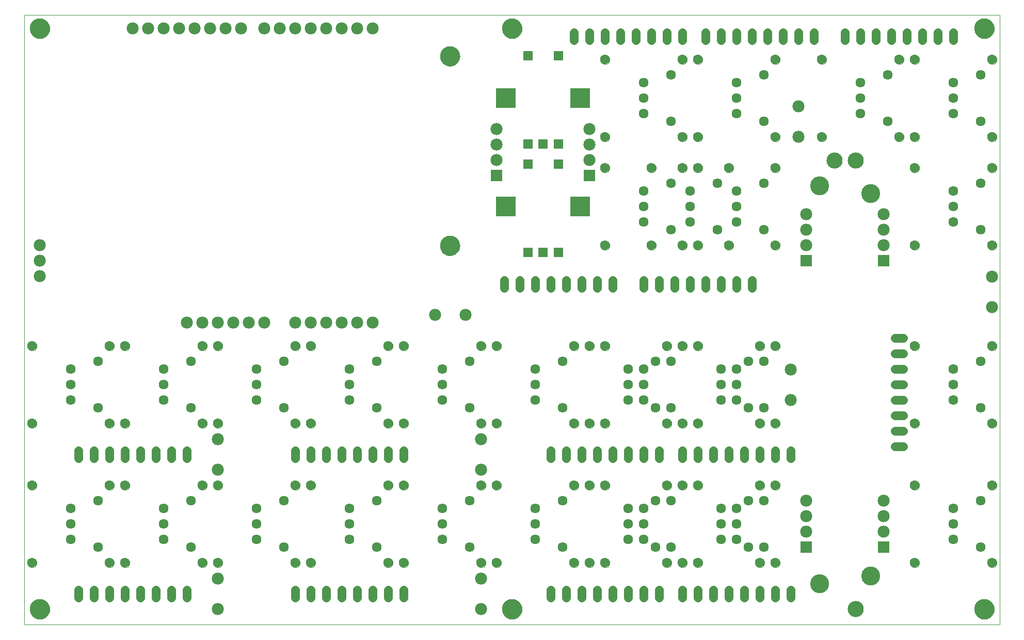
<source format=gts>
G75*
G70*
%OFA0B0*%
%FSLAX24Y24*%
%IPPOS*%
%LPD*%
%AMOC8*
5,1,8,0,0,1.08239X$1,22.5*
%
%ADD10C,0.0000*%
%ADD11C,0.1300*%
%ADD12C,0.0634*%
%ADD13C,0.0631*%
%ADD14C,0.0780*%
%ADD15C,0.1040*%
%ADD16C,0.1221*%
%ADD17R,0.0634X0.0634*%
%ADD18R,0.1306X0.1306*%
%ADD19R,0.0780X0.0780*%
%ADD20C,0.0560*%
D10*
X000487Y000923D02*
X000487Y040293D01*
X063479Y040293D01*
X063479Y000923D01*
X000487Y000923D01*
X000857Y001923D02*
X000859Y001973D01*
X000865Y002023D01*
X000875Y002072D01*
X000889Y002120D01*
X000906Y002167D01*
X000927Y002212D01*
X000952Y002256D01*
X000980Y002297D01*
X001012Y002336D01*
X001046Y002373D01*
X001083Y002407D01*
X001123Y002437D01*
X001165Y002464D01*
X001209Y002488D01*
X001255Y002509D01*
X001302Y002525D01*
X001350Y002538D01*
X001400Y002547D01*
X001449Y002552D01*
X001500Y002553D01*
X001550Y002550D01*
X001599Y002543D01*
X001648Y002532D01*
X001696Y002517D01*
X001742Y002499D01*
X001787Y002477D01*
X001830Y002451D01*
X001871Y002422D01*
X001910Y002390D01*
X001946Y002355D01*
X001978Y002317D01*
X002008Y002277D01*
X002035Y002234D01*
X002058Y002190D01*
X002077Y002144D01*
X002093Y002096D01*
X002105Y002047D01*
X002113Y001998D01*
X002117Y001948D01*
X002117Y001898D01*
X002113Y001848D01*
X002105Y001799D01*
X002093Y001750D01*
X002077Y001702D01*
X002058Y001656D01*
X002035Y001612D01*
X002008Y001569D01*
X001978Y001529D01*
X001946Y001491D01*
X001910Y001456D01*
X001871Y001424D01*
X001830Y001395D01*
X001787Y001369D01*
X001742Y001347D01*
X001696Y001329D01*
X001648Y001314D01*
X001599Y001303D01*
X001550Y001296D01*
X001500Y001293D01*
X001449Y001294D01*
X001400Y001299D01*
X001350Y001308D01*
X001302Y001321D01*
X001255Y001337D01*
X001209Y001358D01*
X001165Y001382D01*
X001123Y001409D01*
X001083Y001439D01*
X001046Y001473D01*
X001012Y001510D01*
X000980Y001549D01*
X000952Y001590D01*
X000927Y001634D01*
X000906Y001679D01*
X000889Y001726D01*
X000875Y001774D01*
X000865Y001823D01*
X000859Y001873D01*
X000857Y001923D01*
X000692Y004923D02*
X000694Y004957D01*
X000700Y004991D01*
X000710Y005024D01*
X000723Y005055D01*
X000741Y005085D01*
X000761Y005113D01*
X000785Y005138D01*
X000811Y005160D01*
X000839Y005178D01*
X000870Y005194D01*
X000902Y005206D01*
X000936Y005214D01*
X000970Y005218D01*
X001004Y005218D01*
X001038Y005214D01*
X001072Y005206D01*
X001104Y005194D01*
X001134Y005178D01*
X001163Y005160D01*
X001189Y005138D01*
X001213Y005113D01*
X001233Y005085D01*
X001251Y005055D01*
X001264Y005024D01*
X001274Y004991D01*
X001280Y004957D01*
X001282Y004923D01*
X001280Y004889D01*
X001274Y004855D01*
X001264Y004822D01*
X001251Y004791D01*
X001233Y004761D01*
X001213Y004733D01*
X001189Y004708D01*
X001163Y004686D01*
X001135Y004668D01*
X001104Y004652D01*
X001072Y004640D01*
X001038Y004632D01*
X001004Y004628D01*
X000970Y004628D01*
X000936Y004632D01*
X000902Y004640D01*
X000870Y004652D01*
X000839Y004668D01*
X000811Y004686D01*
X000785Y004708D01*
X000761Y004733D01*
X000741Y004761D01*
X000723Y004791D01*
X000710Y004822D01*
X000700Y004855D01*
X000694Y004889D01*
X000692Y004923D01*
X005692Y004923D02*
X005694Y004957D01*
X005700Y004991D01*
X005710Y005024D01*
X005723Y005055D01*
X005741Y005085D01*
X005761Y005113D01*
X005785Y005138D01*
X005811Y005160D01*
X005839Y005178D01*
X005870Y005194D01*
X005902Y005206D01*
X005936Y005214D01*
X005970Y005218D01*
X006004Y005218D01*
X006038Y005214D01*
X006072Y005206D01*
X006104Y005194D01*
X006134Y005178D01*
X006163Y005160D01*
X006189Y005138D01*
X006213Y005113D01*
X006233Y005085D01*
X006251Y005055D01*
X006264Y005024D01*
X006274Y004991D01*
X006280Y004957D01*
X006282Y004923D01*
X006280Y004889D01*
X006274Y004855D01*
X006264Y004822D01*
X006251Y004791D01*
X006233Y004761D01*
X006213Y004733D01*
X006189Y004708D01*
X006163Y004686D01*
X006135Y004668D01*
X006104Y004652D01*
X006072Y004640D01*
X006038Y004632D01*
X006004Y004628D01*
X005970Y004628D01*
X005936Y004632D01*
X005902Y004640D01*
X005870Y004652D01*
X005839Y004668D01*
X005811Y004686D01*
X005785Y004708D01*
X005761Y004733D01*
X005741Y004761D01*
X005723Y004791D01*
X005710Y004822D01*
X005700Y004855D01*
X005694Y004889D01*
X005692Y004923D01*
X006692Y004923D02*
X006694Y004957D01*
X006700Y004991D01*
X006710Y005024D01*
X006723Y005055D01*
X006741Y005085D01*
X006761Y005113D01*
X006785Y005138D01*
X006811Y005160D01*
X006839Y005178D01*
X006870Y005194D01*
X006902Y005206D01*
X006936Y005214D01*
X006970Y005218D01*
X007004Y005218D01*
X007038Y005214D01*
X007072Y005206D01*
X007104Y005194D01*
X007134Y005178D01*
X007163Y005160D01*
X007189Y005138D01*
X007213Y005113D01*
X007233Y005085D01*
X007251Y005055D01*
X007264Y005024D01*
X007274Y004991D01*
X007280Y004957D01*
X007282Y004923D01*
X007280Y004889D01*
X007274Y004855D01*
X007264Y004822D01*
X007251Y004791D01*
X007233Y004761D01*
X007213Y004733D01*
X007189Y004708D01*
X007163Y004686D01*
X007135Y004668D01*
X007104Y004652D01*
X007072Y004640D01*
X007038Y004632D01*
X007004Y004628D01*
X006970Y004628D01*
X006936Y004632D01*
X006902Y004640D01*
X006870Y004652D01*
X006839Y004668D01*
X006811Y004686D01*
X006785Y004708D01*
X006761Y004733D01*
X006741Y004761D01*
X006723Y004791D01*
X006710Y004822D01*
X006700Y004855D01*
X006694Y004889D01*
X006692Y004923D01*
X011692Y004923D02*
X011694Y004957D01*
X011700Y004991D01*
X011710Y005024D01*
X011723Y005055D01*
X011741Y005085D01*
X011761Y005113D01*
X011785Y005138D01*
X011811Y005160D01*
X011839Y005178D01*
X011870Y005194D01*
X011902Y005206D01*
X011936Y005214D01*
X011970Y005218D01*
X012004Y005218D01*
X012038Y005214D01*
X012072Y005206D01*
X012104Y005194D01*
X012134Y005178D01*
X012163Y005160D01*
X012189Y005138D01*
X012213Y005113D01*
X012233Y005085D01*
X012251Y005055D01*
X012264Y005024D01*
X012274Y004991D01*
X012280Y004957D01*
X012282Y004923D01*
X012280Y004889D01*
X012274Y004855D01*
X012264Y004822D01*
X012251Y004791D01*
X012233Y004761D01*
X012213Y004733D01*
X012189Y004708D01*
X012163Y004686D01*
X012135Y004668D01*
X012104Y004652D01*
X012072Y004640D01*
X012038Y004632D01*
X012004Y004628D01*
X011970Y004628D01*
X011936Y004632D01*
X011902Y004640D01*
X011870Y004652D01*
X011839Y004668D01*
X011811Y004686D01*
X011785Y004708D01*
X011761Y004733D01*
X011741Y004761D01*
X011723Y004791D01*
X011710Y004822D01*
X011700Y004855D01*
X011694Y004889D01*
X011692Y004923D01*
X012692Y004923D02*
X012694Y004957D01*
X012700Y004991D01*
X012710Y005024D01*
X012723Y005055D01*
X012741Y005085D01*
X012761Y005113D01*
X012785Y005138D01*
X012811Y005160D01*
X012839Y005178D01*
X012870Y005194D01*
X012902Y005206D01*
X012936Y005214D01*
X012970Y005218D01*
X013004Y005218D01*
X013038Y005214D01*
X013072Y005206D01*
X013104Y005194D01*
X013134Y005178D01*
X013163Y005160D01*
X013189Y005138D01*
X013213Y005113D01*
X013233Y005085D01*
X013251Y005055D01*
X013264Y005024D01*
X013274Y004991D01*
X013280Y004957D01*
X013282Y004923D01*
X013280Y004889D01*
X013274Y004855D01*
X013264Y004822D01*
X013251Y004791D01*
X013233Y004761D01*
X013213Y004733D01*
X013189Y004708D01*
X013163Y004686D01*
X013135Y004668D01*
X013104Y004652D01*
X013072Y004640D01*
X013038Y004632D01*
X013004Y004628D01*
X012970Y004628D01*
X012936Y004632D01*
X012902Y004640D01*
X012870Y004652D01*
X012839Y004668D01*
X012811Y004686D01*
X012785Y004708D01*
X012761Y004733D01*
X012741Y004761D01*
X012723Y004791D01*
X012710Y004822D01*
X012700Y004855D01*
X012694Y004889D01*
X012692Y004923D01*
X017692Y004923D02*
X017694Y004957D01*
X017700Y004991D01*
X017710Y005024D01*
X017723Y005055D01*
X017741Y005085D01*
X017761Y005113D01*
X017785Y005138D01*
X017811Y005160D01*
X017839Y005178D01*
X017870Y005194D01*
X017902Y005206D01*
X017936Y005214D01*
X017970Y005218D01*
X018004Y005218D01*
X018038Y005214D01*
X018072Y005206D01*
X018104Y005194D01*
X018134Y005178D01*
X018163Y005160D01*
X018189Y005138D01*
X018213Y005113D01*
X018233Y005085D01*
X018251Y005055D01*
X018264Y005024D01*
X018274Y004991D01*
X018280Y004957D01*
X018282Y004923D01*
X018280Y004889D01*
X018274Y004855D01*
X018264Y004822D01*
X018251Y004791D01*
X018233Y004761D01*
X018213Y004733D01*
X018189Y004708D01*
X018163Y004686D01*
X018135Y004668D01*
X018104Y004652D01*
X018072Y004640D01*
X018038Y004632D01*
X018004Y004628D01*
X017970Y004628D01*
X017936Y004632D01*
X017902Y004640D01*
X017870Y004652D01*
X017839Y004668D01*
X017811Y004686D01*
X017785Y004708D01*
X017761Y004733D01*
X017741Y004761D01*
X017723Y004791D01*
X017710Y004822D01*
X017700Y004855D01*
X017694Y004889D01*
X017692Y004923D01*
X018692Y004923D02*
X018694Y004957D01*
X018700Y004991D01*
X018710Y005024D01*
X018723Y005055D01*
X018741Y005085D01*
X018761Y005113D01*
X018785Y005138D01*
X018811Y005160D01*
X018839Y005178D01*
X018870Y005194D01*
X018902Y005206D01*
X018936Y005214D01*
X018970Y005218D01*
X019004Y005218D01*
X019038Y005214D01*
X019072Y005206D01*
X019104Y005194D01*
X019134Y005178D01*
X019163Y005160D01*
X019189Y005138D01*
X019213Y005113D01*
X019233Y005085D01*
X019251Y005055D01*
X019264Y005024D01*
X019274Y004991D01*
X019280Y004957D01*
X019282Y004923D01*
X019280Y004889D01*
X019274Y004855D01*
X019264Y004822D01*
X019251Y004791D01*
X019233Y004761D01*
X019213Y004733D01*
X019189Y004708D01*
X019163Y004686D01*
X019135Y004668D01*
X019104Y004652D01*
X019072Y004640D01*
X019038Y004632D01*
X019004Y004628D01*
X018970Y004628D01*
X018936Y004632D01*
X018902Y004640D01*
X018870Y004652D01*
X018839Y004668D01*
X018811Y004686D01*
X018785Y004708D01*
X018761Y004733D01*
X018741Y004761D01*
X018723Y004791D01*
X018710Y004822D01*
X018700Y004855D01*
X018694Y004889D01*
X018692Y004923D01*
X023692Y004923D02*
X023694Y004957D01*
X023700Y004991D01*
X023710Y005024D01*
X023723Y005055D01*
X023741Y005085D01*
X023761Y005113D01*
X023785Y005138D01*
X023811Y005160D01*
X023839Y005178D01*
X023870Y005194D01*
X023902Y005206D01*
X023936Y005214D01*
X023970Y005218D01*
X024004Y005218D01*
X024038Y005214D01*
X024072Y005206D01*
X024104Y005194D01*
X024134Y005178D01*
X024163Y005160D01*
X024189Y005138D01*
X024213Y005113D01*
X024233Y005085D01*
X024251Y005055D01*
X024264Y005024D01*
X024274Y004991D01*
X024280Y004957D01*
X024282Y004923D01*
X024280Y004889D01*
X024274Y004855D01*
X024264Y004822D01*
X024251Y004791D01*
X024233Y004761D01*
X024213Y004733D01*
X024189Y004708D01*
X024163Y004686D01*
X024135Y004668D01*
X024104Y004652D01*
X024072Y004640D01*
X024038Y004632D01*
X024004Y004628D01*
X023970Y004628D01*
X023936Y004632D01*
X023902Y004640D01*
X023870Y004652D01*
X023839Y004668D01*
X023811Y004686D01*
X023785Y004708D01*
X023761Y004733D01*
X023741Y004761D01*
X023723Y004791D01*
X023710Y004822D01*
X023700Y004855D01*
X023694Y004889D01*
X023692Y004923D01*
X024692Y004923D02*
X024694Y004957D01*
X024700Y004991D01*
X024710Y005024D01*
X024723Y005055D01*
X024741Y005085D01*
X024761Y005113D01*
X024785Y005138D01*
X024811Y005160D01*
X024839Y005178D01*
X024870Y005194D01*
X024902Y005206D01*
X024936Y005214D01*
X024970Y005218D01*
X025004Y005218D01*
X025038Y005214D01*
X025072Y005206D01*
X025104Y005194D01*
X025134Y005178D01*
X025163Y005160D01*
X025189Y005138D01*
X025213Y005113D01*
X025233Y005085D01*
X025251Y005055D01*
X025264Y005024D01*
X025274Y004991D01*
X025280Y004957D01*
X025282Y004923D01*
X025280Y004889D01*
X025274Y004855D01*
X025264Y004822D01*
X025251Y004791D01*
X025233Y004761D01*
X025213Y004733D01*
X025189Y004708D01*
X025163Y004686D01*
X025135Y004668D01*
X025104Y004652D01*
X025072Y004640D01*
X025038Y004632D01*
X025004Y004628D01*
X024970Y004628D01*
X024936Y004632D01*
X024902Y004640D01*
X024870Y004652D01*
X024839Y004668D01*
X024811Y004686D01*
X024785Y004708D01*
X024761Y004733D01*
X024741Y004761D01*
X024723Y004791D01*
X024710Y004822D01*
X024700Y004855D01*
X024694Y004889D01*
X024692Y004923D01*
X029692Y004923D02*
X029694Y004957D01*
X029700Y004991D01*
X029710Y005024D01*
X029723Y005055D01*
X029741Y005085D01*
X029761Y005113D01*
X029785Y005138D01*
X029811Y005160D01*
X029839Y005178D01*
X029870Y005194D01*
X029902Y005206D01*
X029936Y005214D01*
X029970Y005218D01*
X030004Y005218D01*
X030038Y005214D01*
X030072Y005206D01*
X030104Y005194D01*
X030134Y005178D01*
X030163Y005160D01*
X030189Y005138D01*
X030213Y005113D01*
X030233Y005085D01*
X030251Y005055D01*
X030264Y005024D01*
X030274Y004991D01*
X030280Y004957D01*
X030282Y004923D01*
X030280Y004889D01*
X030274Y004855D01*
X030264Y004822D01*
X030251Y004791D01*
X030233Y004761D01*
X030213Y004733D01*
X030189Y004708D01*
X030163Y004686D01*
X030135Y004668D01*
X030104Y004652D01*
X030072Y004640D01*
X030038Y004632D01*
X030004Y004628D01*
X029970Y004628D01*
X029936Y004632D01*
X029902Y004640D01*
X029870Y004652D01*
X029839Y004668D01*
X029811Y004686D01*
X029785Y004708D01*
X029761Y004733D01*
X029741Y004761D01*
X029723Y004791D01*
X029710Y004822D01*
X029700Y004855D01*
X029694Y004889D01*
X029692Y004923D01*
X030692Y004923D02*
X030694Y004957D01*
X030700Y004991D01*
X030710Y005024D01*
X030723Y005055D01*
X030741Y005085D01*
X030761Y005113D01*
X030785Y005138D01*
X030811Y005160D01*
X030839Y005178D01*
X030870Y005194D01*
X030902Y005206D01*
X030936Y005214D01*
X030970Y005218D01*
X031004Y005218D01*
X031038Y005214D01*
X031072Y005206D01*
X031104Y005194D01*
X031134Y005178D01*
X031163Y005160D01*
X031189Y005138D01*
X031213Y005113D01*
X031233Y005085D01*
X031251Y005055D01*
X031264Y005024D01*
X031274Y004991D01*
X031280Y004957D01*
X031282Y004923D01*
X031280Y004889D01*
X031274Y004855D01*
X031264Y004822D01*
X031251Y004791D01*
X031233Y004761D01*
X031213Y004733D01*
X031189Y004708D01*
X031163Y004686D01*
X031135Y004668D01*
X031104Y004652D01*
X031072Y004640D01*
X031038Y004632D01*
X031004Y004628D01*
X030970Y004628D01*
X030936Y004632D01*
X030902Y004640D01*
X030870Y004652D01*
X030839Y004668D01*
X030811Y004686D01*
X030785Y004708D01*
X030761Y004733D01*
X030741Y004761D01*
X030723Y004791D01*
X030710Y004822D01*
X030700Y004855D01*
X030694Y004889D01*
X030692Y004923D01*
X031357Y001923D02*
X031359Y001973D01*
X031365Y002023D01*
X031375Y002072D01*
X031389Y002120D01*
X031406Y002167D01*
X031427Y002212D01*
X031452Y002256D01*
X031480Y002297D01*
X031512Y002336D01*
X031546Y002373D01*
X031583Y002407D01*
X031623Y002437D01*
X031665Y002464D01*
X031709Y002488D01*
X031755Y002509D01*
X031802Y002525D01*
X031850Y002538D01*
X031900Y002547D01*
X031949Y002552D01*
X032000Y002553D01*
X032050Y002550D01*
X032099Y002543D01*
X032148Y002532D01*
X032196Y002517D01*
X032242Y002499D01*
X032287Y002477D01*
X032330Y002451D01*
X032371Y002422D01*
X032410Y002390D01*
X032446Y002355D01*
X032478Y002317D01*
X032508Y002277D01*
X032535Y002234D01*
X032558Y002190D01*
X032577Y002144D01*
X032593Y002096D01*
X032605Y002047D01*
X032613Y001998D01*
X032617Y001948D01*
X032617Y001898D01*
X032613Y001848D01*
X032605Y001799D01*
X032593Y001750D01*
X032577Y001702D01*
X032558Y001656D01*
X032535Y001612D01*
X032508Y001569D01*
X032478Y001529D01*
X032446Y001491D01*
X032410Y001456D01*
X032371Y001424D01*
X032330Y001395D01*
X032287Y001369D01*
X032242Y001347D01*
X032196Y001329D01*
X032148Y001314D01*
X032099Y001303D01*
X032050Y001296D01*
X032000Y001293D01*
X031949Y001294D01*
X031900Y001299D01*
X031850Y001308D01*
X031802Y001321D01*
X031755Y001337D01*
X031709Y001358D01*
X031665Y001382D01*
X031623Y001409D01*
X031583Y001439D01*
X031546Y001473D01*
X031512Y001510D01*
X031480Y001549D01*
X031452Y001590D01*
X031427Y001634D01*
X031406Y001679D01*
X031389Y001726D01*
X031375Y001774D01*
X031365Y001823D01*
X031359Y001873D01*
X031357Y001923D01*
X035692Y004923D02*
X035694Y004957D01*
X035700Y004991D01*
X035710Y005024D01*
X035723Y005055D01*
X035741Y005085D01*
X035761Y005113D01*
X035785Y005138D01*
X035811Y005160D01*
X035839Y005178D01*
X035870Y005194D01*
X035902Y005206D01*
X035936Y005214D01*
X035970Y005218D01*
X036004Y005218D01*
X036038Y005214D01*
X036072Y005206D01*
X036104Y005194D01*
X036134Y005178D01*
X036163Y005160D01*
X036189Y005138D01*
X036213Y005113D01*
X036233Y005085D01*
X036251Y005055D01*
X036264Y005024D01*
X036274Y004991D01*
X036280Y004957D01*
X036282Y004923D01*
X036280Y004889D01*
X036274Y004855D01*
X036264Y004822D01*
X036251Y004791D01*
X036233Y004761D01*
X036213Y004733D01*
X036189Y004708D01*
X036163Y004686D01*
X036135Y004668D01*
X036104Y004652D01*
X036072Y004640D01*
X036038Y004632D01*
X036004Y004628D01*
X035970Y004628D01*
X035936Y004632D01*
X035902Y004640D01*
X035870Y004652D01*
X035839Y004668D01*
X035811Y004686D01*
X035785Y004708D01*
X035761Y004733D01*
X035741Y004761D01*
X035723Y004791D01*
X035710Y004822D01*
X035700Y004855D01*
X035694Y004889D01*
X035692Y004923D01*
X036692Y004923D02*
X036694Y004957D01*
X036700Y004991D01*
X036710Y005024D01*
X036723Y005055D01*
X036741Y005085D01*
X036761Y005113D01*
X036785Y005138D01*
X036811Y005160D01*
X036839Y005178D01*
X036870Y005194D01*
X036902Y005206D01*
X036936Y005214D01*
X036970Y005218D01*
X037004Y005218D01*
X037038Y005214D01*
X037072Y005206D01*
X037104Y005194D01*
X037134Y005178D01*
X037163Y005160D01*
X037189Y005138D01*
X037213Y005113D01*
X037233Y005085D01*
X037251Y005055D01*
X037264Y005024D01*
X037274Y004991D01*
X037280Y004957D01*
X037282Y004923D01*
X037280Y004889D01*
X037274Y004855D01*
X037264Y004822D01*
X037251Y004791D01*
X037233Y004761D01*
X037213Y004733D01*
X037189Y004708D01*
X037163Y004686D01*
X037135Y004668D01*
X037104Y004652D01*
X037072Y004640D01*
X037038Y004632D01*
X037004Y004628D01*
X036970Y004628D01*
X036936Y004632D01*
X036902Y004640D01*
X036870Y004652D01*
X036839Y004668D01*
X036811Y004686D01*
X036785Y004708D01*
X036761Y004733D01*
X036741Y004761D01*
X036723Y004791D01*
X036710Y004822D01*
X036700Y004855D01*
X036694Y004889D01*
X036692Y004923D01*
X037692Y004923D02*
X037694Y004957D01*
X037700Y004991D01*
X037710Y005024D01*
X037723Y005055D01*
X037741Y005085D01*
X037761Y005113D01*
X037785Y005138D01*
X037811Y005160D01*
X037839Y005178D01*
X037870Y005194D01*
X037902Y005206D01*
X037936Y005214D01*
X037970Y005218D01*
X038004Y005218D01*
X038038Y005214D01*
X038072Y005206D01*
X038104Y005194D01*
X038134Y005178D01*
X038163Y005160D01*
X038189Y005138D01*
X038213Y005113D01*
X038233Y005085D01*
X038251Y005055D01*
X038264Y005024D01*
X038274Y004991D01*
X038280Y004957D01*
X038282Y004923D01*
X038280Y004889D01*
X038274Y004855D01*
X038264Y004822D01*
X038251Y004791D01*
X038233Y004761D01*
X038213Y004733D01*
X038189Y004708D01*
X038163Y004686D01*
X038135Y004668D01*
X038104Y004652D01*
X038072Y004640D01*
X038038Y004632D01*
X038004Y004628D01*
X037970Y004628D01*
X037936Y004632D01*
X037902Y004640D01*
X037870Y004652D01*
X037839Y004668D01*
X037811Y004686D01*
X037785Y004708D01*
X037761Y004733D01*
X037741Y004761D01*
X037723Y004791D01*
X037710Y004822D01*
X037700Y004855D01*
X037694Y004889D01*
X037692Y004923D01*
X041692Y004923D02*
X041694Y004957D01*
X041700Y004991D01*
X041710Y005024D01*
X041723Y005055D01*
X041741Y005085D01*
X041761Y005113D01*
X041785Y005138D01*
X041811Y005160D01*
X041839Y005178D01*
X041870Y005194D01*
X041902Y005206D01*
X041936Y005214D01*
X041970Y005218D01*
X042004Y005218D01*
X042038Y005214D01*
X042072Y005206D01*
X042104Y005194D01*
X042134Y005178D01*
X042163Y005160D01*
X042189Y005138D01*
X042213Y005113D01*
X042233Y005085D01*
X042251Y005055D01*
X042264Y005024D01*
X042274Y004991D01*
X042280Y004957D01*
X042282Y004923D01*
X042280Y004889D01*
X042274Y004855D01*
X042264Y004822D01*
X042251Y004791D01*
X042233Y004761D01*
X042213Y004733D01*
X042189Y004708D01*
X042163Y004686D01*
X042135Y004668D01*
X042104Y004652D01*
X042072Y004640D01*
X042038Y004632D01*
X042004Y004628D01*
X041970Y004628D01*
X041936Y004632D01*
X041902Y004640D01*
X041870Y004652D01*
X041839Y004668D01*
X041811Y004686D01*
X041785Y004708D01*
X041761Y004733D01*
X041741Y004761D01*
X041723Y004791D01*
X041710Y004822D01*
X041700Y004855D01*
X041694Y004889D01*
X041692Y004923D01*
X042692Y004923D02*
X042694Y004957D01*
X042700Y004991D01*
X042710Y005024D01*
X042723Y005055D01*
X042741Y005085D01*
X042761Y005113D01*
X042785Y005138D01*
X042811Y005160D01*
X042839Y005178D01*
X042870Y005194D01*
X042902Y005206D01*
X042936Y005214D01*
X042970Y005218D01*
X043004Y005218D01*
X043038Y005214D01*
X043072Y005206D01*
X043104Y005194D01*
X043134Y005178D01*
X043163Y005160D01*
X043189Y005138D01*
X043213Y005113D01*
X043233Y005085D01*
X043251Y005055D01*
X043264Y005024D01*
X043274Y004991D01*
X043280Y004957D01*
X043282Y004923D01*
X043280Y004889D01*
X043274Y004855D01*
X043264Y004822D01*
X043251Y004791D01*
X043233Y004761D01*
X043213Y004733D01*
X043189Y004708D01*
X043163Y004686D01*
X043135Y004668D01*
X043104Y004652D01*
X043072Y004640D01*
X043038Y004632D01*
X043004Y004628D01*
X042970Y004628D01*
X042936Y004632D01*
X042902Y004640D01*
X042870Y004652D01*
X042839Y004668D01*
X042811Y004686D01*
X042785Y004708D01*
X042761Y004733D01*
X042741Y004761D01*
X042723Y004791D01*
X042710Y004822D01*
X042700Y004855D01*
X042694Y004889D01*
X042692Y004923D01*
X042694Y004957D01*
X042700Y004991D01*
X042710Y005024D01*
X042723Y005055D01*
X042741Y005085D01*
X042761Y005113D01*
X042785Y005138D01*
X042811Y005160D01*
X042839Y005178D01*
X042870Y005194D01*
X042902Y005206D01*
X042936Y005214D01*
X042970Y005218D01*
X043004Y005218D01*
X043038Y005214D01*
X043072Y005206D01*
X043104Y005194D01*
X043134Y005178D01*
X043163Y005160D01*
X043189Y005138D01*
X043213Y005113D01*
X043233Y005085D01*
X043251Y005055D01*
X043264Y005024D01*
X043274Y004991D01*
X043280Y004957D01*
X043282Y004923D01*
X043280Y004889D01*
X043274Y004855D01*
X043264Y004822D01*
X043251Y004791D01*
X043233Y004761D01*
X043213Y004733D01*
X043189Y004708D01*
X043163Y004686D01*
X043135Y004668D01*
X043104Y004652D01*
X043072Y004640D01*
X043038Y004632D01*
X043004Y004628D01*
X042970Y004628D01*
X042936Y004632D01*
X042902Y004640D01*
X042870Y004652D01*
X042839Y004668D01*
X042811Y004686D01*
X042785Y004708D01*
X042761Y004733D01*
X042741Y004761D01*
X042723Y004791D01*
X042710Y004822D01*
X042700Y004855D01*
X042694Y004889D01*
X042692Y004923D01*
X043692Y004923D02*
X043694Y004957D01*
X043700Y004991D01*
X043710Y005024D01*
X043723Y005055D01*
X043741Y005085D01*
X043761Y005113D01*
X043785Y005138D01*
X043811Y005160D01*
X043839Y005178D01*
X043870Y005194D01*
X043902Y005206D01*
X043936Y005214D01*
X043970Y005218D01*
X044004Y005218D01*
X044038Y005214D01*
X044072Y005206D01*
X044104Y005194D01*
X044134Y005178D01*
X044163Y005160D01*
X044189Y005138D01*
X044213Y005113D01*
X044233Y005085D01*
X044251Y005055D01*
X044264Y005024D01*
X044274Y004991D01*
X044280Y004957D01*
X044282Y004923D01*
X044280Y004889D01*
X044274Y004855D01*
X044264Y004822D01*
X044251Y004791D01*
X044233Y004761D01*
X044213Y004733D01*
X044189Y004708D01*
X044163Y004686D01*
X044135Y004668D01*
X044104Y004652D01*
X044072Y004640D01*
X044038Y004632D01*
X044004Y004628D01*
X043970Y004628D01*
X043936Y004632D01*
X043902Y004640D01*
X043870Y004652D01*
X043839Y004668D01*
X043811Y004686D01*
X043785Y004708D01*
X043761Y004733D01*
X043741Y004761D01*
X043723Y004791D01*
X043710Y004822D01*
X043700Y004855D01*
X043694Y004889D01*
X043692Y004923D01*
X047692Y004923D02*
X047694Y004957D01*
X047700Y004991D01*
X047710Y005024D01*
X047723Y005055D01*
X047741Y005085D01*
X047761Y005113D01*
X047785Y005138D01*
X047811Y005160D01*
X047839Y005178D01*
X047870Y005194D01*
X047902Y005206D01*
X047936Y005214D01*
X047970Y005218D01*
X048004Y005218D01*
X048038Y005214D01*
X048072Y005206D01*
X048104Y005194D01*
X048134Y005178D01*
X048163Y005160D01*
X048189Y005138D01*
X048213Y005113D01*
X048233Y005085D01*
X048251Y005055D01*
X048264Y005024D01*
X048274Y004991D01*
X048280Y004957D01*
X048282Y004923D01*
X048280Y004889D01*
X048274Y004855D01*
X048264Y004822D01*
X048251Y004791D01*
X048233Y004761D01*
X048213Y004733D01*
X048189Y004708D01*
X048163Y004686D01*
X048135Y004668D01*
X048104Y004652D01*
X048072Y004640D01*
X048038Y004632D01*
X048004Y004628D01*
X047970Y004628D01*
X047936Y004632D01*
X047902Y004640D01*
X047870Y004652D01*
X047839Y004668D01*
X047811Y004686D01*
X047785Y004708D01*
X047761Y004733D01*
X047741Y004761D01*
X047723Y004791D01*
X047710Y004822D01*
X047700Y004855D01*
X047694Y004889D01*
X047692Y004923D01*
X048692Y004923D02*
X048694Y004957D01*
X048700Y004991D01*
X048710Y005024D01*
X048723Y005055D01*
X048741Y005085D01*
X048761Y005113D01*
X048785Y005138D01*
X048811Y005160D01*
X048839Y005178D01*
X048870Y005194D01*
X048902Y005206D01*
X048936Y005214D01*
X048970Y005218D01*
X049004Y005218D01*
X049038Y005214D01*
X049072Y005206D01*
X049104Y005194D01*
X049134Y005178D01*
X049163Y005160D01*
X049189Y005138D01*
X049213Y005113D01*
X049233Y005085D01*
X049251Y005055D01*
X049264Y005024D01*
X049274Y004991D01*
X049280Y004957D01*
X049282Y004923D01*
X049280Y004889D01*
X049274Y004855D01*
X049264Y004822D01*
X049251Y004791D01*
X049233Y004761D01*
X049213Y004733D01*
X049189Y004708D01*
X049163Y004686D01*
X049135Y004668D01*
X049104Y004652D01*
X049072Y004640D01*
X049038Y004632D01*
X049004Y004628D01*
X048970Y004628D01*
X048936Y004632D01*
X048902Y004640D01*
X048870Y004652D01*
X048839Y004668D01*
X048811Y004686D01*
X048785Y004708D01*
X048761Y004733D01*
X048741Y004761D01*
X048723Y004791D01*
X048710Y004822D01*
X048700Y004855D01*
X048694Y004889D01*
X048692Y004923D01*
X048692Y009923D02*
X048694Y009957D01*
X048700Y009991D01*
X048710Y010024D01*
X048723Y010055D01*
X048741Y010085D01*
X048761Y010113D01*
X048785Y010138D01*
X048811Y010160D01*
X048839Y010178D01*
X048870Y010194D01*
X048902Y010206D01*
X048936Y010214D01*
X048970Y010218D01*
X049004Y010218D01*
X049038Y010214D01*
X049072Y010206D01*
X049104Y010194D01*
X049134Y010178D01*
X049163Y010160D01*
X049189Y010138D01*
X049213Y010113D01*
X049233Y010085D01*
X049251Y010055D01*
X049264Y010024D01*
X049274Y009991D01*
X049280Y009957D01*
X049282Y009923D01*
X049280Y009889D01*
X049274Y009855D01*
X049264Y009822D01*
X049251Y009791D01*
X049233Y009761D01*
X049213Y009733D01*
X049189Y009708D01*
X049163Y009686D01*
X049135Y009668D01*
X049104Y009652D01*
X049072Y009640D01*
X049038Y009632D01*
X049004Y009628D01*
X048970Y009628D01*
X048936Y009632D01*
X048902Y009640D01*
X048870Y009652D01*
X048839Y009668D01*
X048811Y009686D01*
X048785Y009708D01*
X048761Y009733D01*
X048741Y009761D01*
X048723Y009791D01*
X048710Y009822D01*
X048700Y009855D01*
X048694Y009889D01*
X048692Y009923D01*
X047692Y009923D02*
X047694Y009957D01*
X047700Y009991D01*
X047710Y010024D01*
X047723Y010055D01*
X047741Y010085D01*
X047761Y010113D01*
X047785Y010138D01*
X047811Y010160D01*
X047839Y010178D01*
X047870Y010194D01*
X047902Y010206D01*
X047936Y010214D01*
X047970Y010218D01*
X048004Y010218D01*
X048038Y010214D01*
X048072Y010206D01*
X048104Y010194D01*
X048134Y010178D01*
X048163Y010160D01*
X048189Y010138D01*
X048213Y010113D01*
X048233Y010085D01*
X048251Y010055D01*
X048264Y010024D01*
X048274Y009991D01*
X048280Y009957D01*
X048282Y009923D01*
X048280Y009889D01*
X048274Y009855D01*
X048264Y009822D01*
X048251Y009791D01*
X048233Y009761D01*
X048213Y009733D01*
X048189Y009708D01*
X048163Y009686D01*
X048135Y009668D01*
X048104Y009652D01*
X048072Y009640D01*
X048038Y009632D01*
X048004Y009628D01*
X047970Y009628D01*
X047936Y009632D01*
X047902Y009640D01*
X047870Y009652D01*
X047839Y009668D01*
X047811Y009686D01*
X047785Y009708D01*
X047761Y009733D01*
X047741Y009761D01*
X047723Y009791D01*
X047710Y009822D01*
X047700Y009855D01*
X047694Y009889D01*
X047692Y009923D01*
X043692Y009923D02*
X043694Y009957D01*
X043700Y009991D01*
X043710Y010024D01*
X043723Y010055D01*
X043741Y010085D01*
X043761Y010113D01*
X043785Y010138D01*
X043811Y010160D01*
X043839Y010178D01*
X043870Y010194D01*
X043902Y010206D01*
X043936Y010214D01*
X043970Y010218D01*
X044004Y010218D01*
X044038Y010214D01*
X044072Y010206D01*
X044104Y010194D01*
X044134Y010178D01*
X044163Y010160D01*
X044189Y010138D01*
X044213Y010113D01*
X044233Y010085D01*
X044251Y010055D01*
X044264Y010024D01*
X044274Y009991D01*
X044280Y009957D01*
X044282Y009923D01*
X044280Y009889D01*
X044274Y009855D01*
X044264Y009822D01*
X044251Y009791D01*
X044233Y009761D01*
X044213Y009733D01*
X044189Y009708D01*
X044163Y009686D01*
X044135Y009668D01*
X044104Y009652D01*
X044072Y009640D01*
X044038Y009632D01*
X044004Y009628D01*
X043970Y009628D01*
X043936Y009632D01*
X043902Y009640D01*
X043870Y009652D01*
X043839Y009668D01*
X043811Y009686D01*
X043785Y009708D01*
X043761Y009733D01*
X043741Y009761D01*
X043723Y009791D01*
X043710Y009822D01*
X043700Y009855D01*
X043694Y009889D01*
X043692Y009923D01*
X042692Y009923D02*
X042694Y009957D01*
X042700Y009991D01*
X042710Y010024D01*
X042723Y010055D01*
X042741Y010085D01*
X042761Y010113D01*
X042785Y010138D01*
X042811Y010160D01*
X042839Y010178D01*
X042870Y010194D01*
X042902Y010206D01*
X042936Y010214D01*
X042970Y010218D01*
X043004Y010218D01*
X043038Y010214D01*
X043072Y010206D01*
X043104Y010194D01*
X043134Y010178D01*
X043163Y010160D01*
X043189Y010138D01*
X043213Y010113D01*
X043233Y010085D01*
X043251Y010055D01*
X043264Y010024D01*
X043274Y009991D01*
X043280Y009957D01*
X043282Y009923D01*
X043280Y009889D01*
X043274Y009855D01*
X043264Y009822D01*
X043251Y009791D01*
X043233Y009761D01*
X043213Y009733D01*
X043189Y009708D01*
X043163Y009686D01*
X043135Y009668D01*
X043104Y009652D01*
X043072Y009640D01*
X043038Y009632D01*
X043004Y009628D01*
X042970Y009628D01*
X042936Y009632D01*
X042902Y009640D01*
X042870Y009652D01*
X042839Y009668D01*
X042811Y009686D01*
X042785Y009708D01*
X042761Y009733D01*
X042741Y009761D01*
X042723Y009791D01*
X042710Y009822D01*
X042700Y009855D01*
X042694Y009889D01*
X042692Y009923D01*
X042694Y009957D01*
X042700Y009991D01*
X042710Y010024D01*
X042723Y010055D01*
X042741Y010085D01*
X042761Y010113D01*
X042785Y010138D01*
X042811Y010160D01*
X042839Y010178D01*
X042870Y010194D01*
X042902Y010206D01*
X042936Y010214D01*
X042970Y010218D01*
X043004Y010218D01*
X043038Y010214D01*
X043072Y010206D01*
X043104Y010194D01*
X043134Y010178D01*
X043163Y010160D01*
X043189Y010138D01*
X043213Y010113D01*
X043233Y010085D01*
X043251Y010055D01*
X043264Y010024D01*
X043274Y009991D01*
X043280Y009957D01*
X043282Y009923D01*
X043280Y009889D01*
X043274Y009855D01*
X043264Y009822D01*
X043251Y009791D01*
X043233Y009761D01*
X043213Y009733D01*
X043189Y009708D01*
X043163Y009686D01*
X043135Y009668D01*
X043104Y009652D01*
X043072Y009640D01*
X043038Y009632D01*
X043004Y009628D01*
X042970Y009628D01*
X042936Y009632D01*
X042902Y009640D01*
X042870Y009652D01*
X042839Y009668D01*
X042811Y009686D01*
X042785Y009708D01*
X042761Y009733D01*
X042741Y009761D01*
X042723Y009791D01*
X042710Y009822D01*
X042700Y009855D01*
X042694Y009889D01*
X042692Y009923D01*
X041692Y009923D02*
X041694Y009957D01*
X041700Y009991D01*
X041710Y010024D01*
X041723Y010055D01*
X041741Y010085D01*
X041761Y010113D01*
X041785Y010138D01*
X041811Y010160D01*
X041839Y010178D01*
X041870Y010194D01*
X041902Y010206D01*
X041936Y010214D01*
X041970Y010218D01*
X042004Y010218D01*
X042038Y010214D01*
X042072Y010206D01*
X042104Y010194D01*
X042134Y010178D01*
X042163Y010160D01*
X042189Y010138D01*
X042213Y010113D01*
X042233Y010085D01*
X042251Y010055D01*
X042264Y010024D01*
X042274Y009991D01*
X042280Y009957D01*
X042282Y009923D01*
X042280Y009889D01*
X042274Y009855D01*
X042264Y009822D01*
X042251Y009791D01*
X042233Y009761D01*
X042213Y009733D01*
X042189Y009708D01*
X042163Y009686D01*
X042135Y009668D01*
X042104Y009652D01*
X042072Y009640D01*
X042038Y009632D01*
X042004Y009628D01*
X041970Y009628D01*
X041936Y009632D01*
X041902Y009640D01*
X041870Y009652D01*
X041839Y009668D01*
X041811Y009686D01*
X041785Y009708D01*
X041761Y009733D01*
X041741Y009761D01*
X041723Y009791D01*
X041710Y009822D01*
X041700Y009855D01*
X041694Y009889D01*
X041692Y009923D01*
X037692Y009923D02*
X037694Y009957D01*
X037700Y009991D01*
X037710Y010024D01*
X037723Y010055D01*
X037741Y010085D01*
X037761Y010113D01*
X037785Y010138D01*
X037811Y010160D01*
X037839Y010178D01*
X037870Y010194D01*
X037902Y010206D01*
X037936Y010214D01*
X037970Y010218D01*
X038004Y010218D01*
X038038Y010214D01*
X038072Y010206D01*
X038104Y010194D01*
X038134Y010178D01*
X038163Y010160D01*
X038189Y010138D01*
X038213Y010113D01*
X038233Y010085D01*
X038251Y010055D01*
X038264Y010024D01*
X038274Y009991D01*
X038280Y009957D01*
X038282Y009923D01*
X038280Y009889D01*
X038274Y009855D01*
X038264Y009822D01*
X038251Y009791D01*
X038233Y009761D01*
X038213Y009733D01*
X038189Y009708D01*
X038163Y009686D01*
X038135Y009668D01*
X038104Y009652D01*
X038072Y009640D01*
X038038Y009632D01*
X038004Y009628D01*
X037970Y009628D01*
X037936Y009632D01*
X037902Y009640D01*
X037870Y009652D01*
X037839Y009668D01*
X037811Y009686D01*
X037785Y009708D01*
X037761Y009733D01*
X037741Y009761D01*
X037723Y009791D01*
X037710Y009822D01*
X037700Y009855D01*
X037694Y009889D01*
X037692Y009923D01*
X036692Y009923D02*
X036694Y009957D01*
X036700Y009991D01*
X036710Y010024D01*
X036723Y010055D01*
X036741Y010085D01*
X036761Y010113D01*
X036785Y010138D01*
X036811Y010160D01*
X036839Y010178D01*
X036870Y010194D01*
X036902Y010206D01*
X036936Y010214D01*
X036970Y010218D01*
X037004Y010218D01*
X037038Y010214D01*
X037072Y010206D01*
X037104Y010194D01*
X037134Y010178D01*
X037163Y010160D01*
X037189Y010138D01*
X037213Y010113D01*
X037233Y010085D01*
X037251Y010055D01*
X037264Y010024D01*
X037274Y009991D01*
X037280Y009957D01*
X037282Y009923D01*
X037280Y009889D01*
X037274Y009855D01*
X037264Y009822D01*
X037251Y009791D01*
X037233Y009761D01*
X037213Y009733D01*
X037189Y009708D01*
X037163Y009686D01*
X037135Y009668D01*
X037104Y009652D01*
X037072Y009640D01*
X037038Y009632D01*
X037004Y009628D01*
X036970Y009628D01*
X036936Y009632D01*
X036902Y009640D01*
X036870Y009652D01*
X036839Y009668D01*
X036811Y009686D01*
X036785Y009708D01*
X036761Y009733D01*
X036741Y009761D01*
X036723Y009791D01*
X036710Y009822D01*
X036700Y009855D01*
X036694Y009889D01*
X036692Y009923D01*
X035692Y009923D02*
X035694Y009957D01*
X035700Y009991D01*
X035710Y010024D01*
X035723Y010055D01*
X035741Y010085D01*
X035761Y010113D01*
X035785Y010138D01*
X035811Y010160D01*
X035839Y010178D01*
X035870Y010194D01*
X035902Y010206D01*
X035936Y010214D01*
X035970Y010218D01*
X036004Y010218D01*
X036038Y010214D01*
X036072Y010206D01*
X036104Y010194D01*
X036134Y010178D01*
X036163Y010160D01*
X036189Y010138D01*
X036213Y010113D01*
X036233Y010085D01*
X036251Y010055D01*
X036264Y010024D01*
X036274Y009991D01*
X036280Y009957D01*
X036282Y009923D01*
X036280Y009889D01*
X036274Y009855D01*
X036264Y009822D01*
X036251Y009791D01*
X036233Y009761D01*
X036213Y009733D01*
X036189Y009708D01*
X036163Y009686D01*
X036135Y009668D01*
X036104Y009652D01*
X036072Y009640D01*
X036038Y009632D01*
X036004Y009628D01*
X035970Y009628D01*
X035936Y009632D01*
X035902Y009640D01*
X035870Y009652D01*
X035839Y009668D01*
X035811Y009686D01*
X035785Y009708D01*
X035761Y009733D01*
X035741Y009761D01*
X035723Y009791D01*
X035710Y009822D01*
X035700Y009855D01*
X035694Y009889D01*
X035692Y009923D01*
X030692Y009923D02*
X030694Y009957D01*
X030700Y009991D01*
X030710Y010024D01*
X030723Y010055D01*
X030741Y010085D01*
X030761Y010113D01*
X030785Y010138D01*
X030811Y010160D01*
X030839Y010178D01*
X030870Y010194D01*
X030902Y010206D01*
X030936Y010214D01*
X030970Y010218D01*
X031004Y010218D01*
X031038Y010214D01*
X031072Y010206D01*
X031104Y010194D01*
X031134Y010178D01*
X031163Y010160D01*
X031189Y010138D01*
X031213Y010113D01*
X031233Y010085D01*
X031251Y010055D01*
X031264Y010024D01*
X031274Y009991D01*
X031280Y009957D01*
X031282Y009923D01*
X031280Y009889D01*
X031274Y009855D01*
X031264Y009822D01*
X031251Y009791D01*
X031233Y009761D01*
X031213Y009733D01*
X031189Y009708D01*
X031163Y009686D01*
X031135Y009668D01*
X031104Y009652D01*
X031072Y009640D01*
X031038Y009632D01*
X031004Y009628D01*
X030970Y009628D01*
X030936Y009632D01*
X030902Y009640D01*
X030870Y009652D01*
X030839Y009668D01*
X030811Y009686D01*
X030785Y009708D01*
X030761Y009733D01*
X030741Y009761D01*
X030723Y009791D01*
X030710Y009822D01*
X030700Y009855D01*
X030694Y009889D01*
X030692Y009923D01*
X029692Y009923D02*
X029694Y009957D01*
X029700Y009991D01*
X029710Y010024D01*
X029723Y010055D01*
X029741Y010085D01*
X029761Y010113D01*
X029785Y010138D01*
X029811Y010160D01*
X029839Y010178D01*
X029870Y010194D01*
X029902Y010206D01*
X029936Y010214D01*
X029970Y010218D01*
X030004Y010218D01*
X030038Y010214D01*
X030072Y010206D01*
X030104Y010194D01*
X030134Y010178D01*
X030163Y010160D01*
X030189Y010138D01*
X030213Y010113D01*
X030233Y010085D01*
X030251Y010055D01*
X030264Y010024D01*
X030274Y009991D01*
X030280Y009957D01*
X030282Y009923D01*
X030280Y009889D01*
X030274Y009855D01*
X030264Y009822D01*
X030251Y009791D01*
X030233Y009761D01*
X030213Y009733D01*
X030189Y009708D01*
X030163Y009686D01*
X030135Y009668D01*
X030104Y009652D01*
X030072Y009640D01*
X030038Y009632D01*
X030004Y009628D01*
X029970Y009628D01*
X029936Y009632D01*
X029902Y009640D01*
X029870Y009652D01*
X029839Y009668D01*
X029811Y009686D01*
X029785Y009708D01*
X029761Y009733D01*
X029741Y009761D01*
X029723Y009791D01*
X029710Y009822D01*
X029700Y009855D01*
X029694Y009889D01*
X029692Y009923D01*
X024692Y009923D02*
X024694Y009957D01*
X024700Y009991D01*
X024710Y010024D01*
X024723Y010055D01*
X024741Y010085D01*
X024761Y010113D01*
X024785Y010138D01*
X024811Y010160D01*
X024839Y010178D01*
X024870Y010194D01*
X024902Y010206D01*
X024936Y010214D01*
X024970Y010218D01*
X025004Y010218D01*
X025038Y010214D01*
X025072Y010206D01*
X025104Y010194D01*
X025134Y010178D01*
X025163Y010160D01*
X025189Y010138D01*
X025213Y010113D01*
X025233Y010085D01*
X025251Y010055D01*
X025264Y010024D01*
X025274Y009991D01*
X025280Y009957D01*
X025282Y009923D01*
X025280Y009889D01*
X025274Y009855D01*
X025264Y009822D01*
X025251Y009791D01*
X025233Y009761D01*
X025213Y009733D01*
X025189Y009708D01*
X025163Y009686D01*
X025135Y009668D01*
X025104Y009652D01*
X025072Y009640D01*
X025038Y009632D01*
X025004Y009628D01*
X024970Y009628D01*
X024936Y009632D01*
X024902Y009640D01*
X024870Y009652D01*
X024839Y009668D01*
X024811Y009686D01*
X024785Y009708D01*
X024761Y009733D01*
X024741Y009761D01*
X024723Y009791D01*
X024710Y009822D01*
X024700Y009855D01*
X024694Y009889D01*
X024692Y009923D01*
X023692Y009923D02*
X023694Y009957D01*
X023700Y009991D01*
X023710Y010024D01*
X023723Y010055D01*
X023741Y010085D01*
X023761Y010113D01*
X023785Y010138D01*
X023811Y010160D01*
X023839Y010178D01*
X023870Y010194D01*
X023902Y010206D01*
X023936Y010214D01*
X023970Y010218D01*
X024004Y010218D01*
X024038Y010214D01*
X024072Y010206D01*
X024104Y010194D01*
X024134Y010178D01*
X024163Y010160D01*
X024189Y010138D01*
X024213Y010113D01*
X024233Y010085D01*
X024251Y010055D01*
X024264Y010024D01*
X024274Y009991D01*
X024280Y009957D01*
X024282Y009923D01*
X024280Y009889D01*
X024274Y009855D01*
X024264Y009822D01*
X024251Y009791D01*
X024233Y009761D01*
X024213Y009733D01*
X024189Y009708D01*
X024163Y009686D01*
X024135Y009668D01*
X024104Y009652D01*
X024072Y009640D01*
X024038Y009632D01*
X024004Y009628D01*
X023970Y009628D01*
X023936Y009632D01*
X023902Y009640D01*
X023870Y009652D01*
X023839Y009668D01*
X023811Y009686D01*
X023785Y009708D01*
X023761Y009733D01*
X023741Y009761D01*
X023723Y009791D01*
X023710Y009822D01*
X023700Y009855D01*
X023694Y009889D01*
X023692Y009923D01*
X018692Y009923D02*
X018694Y009957D01*
X018700Y009991D01*
X018710Y010024D01*
X018723Y010055D01*
X018741Y010085D01*
X018761Y010113D01*
X018785Y010138D01*
X018811Y010160D01*
X018839Y010178D01*
X018870Y010194D01*
X018902Y010206D01*
X018936Y010214D01*
X018970Y010218D01*
X019004Y010218D01*
X019038Y010214D01*
X019072Y010206D01*
X019104Y010194D01*
X019134Y010178D01*
X019163Y010160D01*
X019189Y010138D01*
X019213Y010113D01*
X019233Y010085D01*
X019251Y010055D01*
X019264Y010024D01*
X019274Y009991D01*
X019280Y009957D01*
X019282Y009923D01*
X019280Y009889D01*
X019274Y009855D01*
X019264Y009822D01*
X019251Y009791D01*
X019233Y009761D01*
X019213Y009733D01*
X019189Y009708D01*
X019163Y009686D01*
X019135Y009668D01*
X019104Y009652D01*
X019072Y009640D01*
X019038Y009632D01*
X019004Y009628D01*
X018970Y009628D01*
X018936Y009632D01*
X018902Y009640D01*
X018870Y009652D01*
X018839Y009668D01*
X018811Y009686D01*
X018785Y009708D01*
X018761Y009733D01*
X018741Y009761D01*
X018723Y009791D01*
X018710Y009822D01*
X018700Y009855D01*
X018694Y009889D01*
X018692Y009923D01*
X017692Y009923D02*
X017694Y009957D01*
X017700Y009991D01*
X017710Y010024D01*
X017723Y010055D01*
X017741Y010085D01*
X017761Y010113D01*
X017785Y010138D01*
X017811Y010160D01*
X017839Y010178D01*
X017870Y010194D01*
X017902Y010206D01*
X017936Y010214D01*
X017970Y010218D01*
X018004Y010218D01*
X018038Y010214D01*
X018072Y010206D01*
X018104Y010194D01*
X018134Y010178D01*
X018163Y010160D01*
X018189Y010138D01*
X018213Y010113D01*
X018233Y010085D01*
X018251Y010055D01*
X018264Y010024D01*
X018274Y009991D01*
X018280Y009957D01*
X018282Y009923D01*
X018280Y009889D01*
X018274Y009855D01*
X018264Y009822D01*
X018251Y009791D01*
X018233Y009761D01*
X018213Y009733D01*
X018189Y009708D01*
X018163Y009686D01*
X018135Y009668D01*
X018104Y009652D01*
X018072Y009640D01*
X018038Y009632D01*
X018004Y009628D01*
X017970Y009628D01*
X017936Y009632D01*
X017902Y009640D01*
X017870Y009652D01*
X017839Y009668D01*
X017811Y009686D01*
X017785Y009708D01*
X017761Y009733D01*
X017741Y009761D01*
X017723Y009791D01*
X017710Y009822D01*
X017700Y009855D01*
X017694Y009889D01*
X017692Y009923D01*
X012692Y009923D02*
X012694Y009957D01*
X012700Y009991D01*
X012710Y010024D01*
X012723Y010055D01*
X012741Y010085D01*
X012761Y010113D01*
X012785Y010138D01*
X012811Y010160D01*
X012839Y010178D01*
X012870Y010194D01*
X012902Y010206D01*
X012936Y010214D01*
X012970Y010218D01*
X013004Y010218D01*
X013038Y010214D01*
X013072Y010206D01*
X013104Y010194D01*
X013134Y010178D01*
X013163Y010160D01*
X013189Y010138D01*
X013213Y010113D01*
X013233Y010085D01*
X013251Y010055D01*
X013264Y010024D01*
X013274Y009991D01*
X013280Y009957D01*
X013282Y009923D01*
X013280Y009889D01*
X013274Y009855D01*
X013264Y009822D01*
X013251Y009791D01*
X013233Y009761D01*
X013213Y009733D01*
X013189Y009708D01*
X013163Y009686D01*
X013135Y009668D01*
X013104Y009652D01*
X013072Y009640D01*
X013038Y009632D01*
X013004Y009628D01*
X012970Y009628D01*
X012936Y009632D01*
X012902Y009640D01*
X012870Y009652D01*
X012839Y009668D01*
X012811Y009686D01*
X012785Y009708D01*
X012761Y009733D01*
X012741Y009761D01*
X012723Y009791D01*
X012710Y009822D01*
X012700Y009855D01*
X012694Y009889D01*
X012692Y009923D01*
X011692Y009923D02*
X011694Y009957D01*
X011700Y009991D01*
X011710Y010024D01*
X011723Y010055D01*
X011741Y010085D01*
X011761Y010113D01*
X011785Y010138D01*
X011811Y010160D01*
X011839Y010178D01*
X011870Y010194D01*
X011902Y010206D01*
X011936Y010214D01*
X011970Y010218D01*
X012004Y010218D01*
X012038Y010214D01*
X012072Y010206D01*
X012104Y010194D01*
X012134Y010178D01*
X012163Y010160D01*
X012189Y010138D01*
X012213Y010113D01*
X012233Y010085D01*
X012251Y010055D01*
X012264Y010024D01*
X012274Y009991D01*
X012280Y009957D01*
X012282Y009923D01*
X012280Y009889D01*
X012274Y009855D01*
X012264Y009822D01*
X012251Y009791D01*
X012233Y009761D01*
X012213Y009733D01*
X012189Y009708D01*
X012163Y009686D01*
X012135Y009668D01*
X012104Y009652D01*
X012072Y009640D01*
X012038Y009632D01*
X012004Y009628D01*
X011970Y009628D01*
X011936Y009632D01*
X011902Y009640D01*
X011870Y009652D01*
X011839Y009668D01*
X011811Y009686D01*
X011785Y009708D01*
X011761Y009733D01*
X011741Y009761D01*
X011723Y009791D01*
X011710Y009822D01*
X011700Y009855D01*
X011694Y009889D01*
X011692Y009923D01*
X006692Y009923D02*
X006694Y009957D01*
X006700Y009991D01*
X006710Y010024D01*
X006723Y010055D01*
X006741Y010085D01*
X006761Y010113D01*
X006785Y010138D01*
X006811Y010160D01*
X006839Y010178D01*
X006870Y010194D01*
X006902Y010206D01*
X006936Y010214D01*
X006970Y010218D01*
X007004Y010218D01*
X007038Y010214D01*
X007072Y010206D01*
X007104Y010194D01*
X007134Y010178D01*
X007163Y010160D01*
X007189Y010138D01*
X007213Y010113D01*
X007233Y010085D01*
X007251Y010055D01*
X007264Y010024D01*
X007274Y009991D01*
X007280Y009957D01*
X007282Y009923D01*
X007280Y009889D01*
X007274Y009855D01*
X007264Y009822D01*
X007251Y009791D01*
X007233Y009761D01*
X007213Y009733D01*
X007189Y009708D01*
X007163Y009686D01*
X007135Y009668D01*
X007104Y009652D01*
X007072Y009640D01*
X007038Y009632D01*
X007004Y009628D01*
X006970Y009628D01*
X006936Y009632D01*
X006902Y009640D01*
X006870Y009652D01*
X006839Y009668D01*
X006811Y009686D01*
X006785Y009708D01*
X006761Y009733D01*
X006741Y009761D01*
X006723Y009791D01*
X006710Y009822D01*
X006700Y009855D01*
X006694Y009889D01*
X006692Y009923D01*
X005692Y009923D02*
X005694Y009957D01*
X005700Y009991D01*
X005710Y010024D01*
X005723Y010055D01*
X005741Y010085D01*
X005761Y010113D01*
X005785Y010138D01*
X005811Y010160D01*
X005839Y010178D01*
X005870Y010194D01*
X005902Y010206D01*
X005936Y010214D01*
X005970Y010218D01*
X006004Y010218D01*
X006038Y010214D01*
X006072Y010206D01*
X006104Y010194D01*
X006134Y010178D01*
X006163Y010160D01*
X006189Y010138D01*
X006213Y010113D01*
X006233Y010085D01*
X006251Y010055D01*
X006264Y010024D01*
X006274Y009991D01*
X006280Y009957D01*
X006282Y009923D01*
X006280Y009889D01*
X006274Y009855D01*
X006264Y009822D01*
X006251Y009791D01*
X006233Y009761D01*
X006213Y009733D01*
X006189Y009708D01*
X006163Y009686D01*
X006135Y009668D01*
X006104Y009652D01*
X006072Y009640D01*
X006038Y009632D01*
X006004Y009628D01*
X005970Y009628D01*
X005936Y009632D01*
X005902Y009640D01*
X005870Y009652D01*
X005839Y009668D01*
X005811Y009686D01*
X005785Y009708D01*
X005761Y009733D01*
X005741Y009761D01*
X005723Y009791D01*
X005710Y009822D01*
X005700Y009855D01*
X005694Y009889D01*
X005692Y009923D01*
X000692Y009923D02*
X000694Y009957D01*
X000700Y009991D01*
X000710Y010024D01*
X000723Y010055D01*
X000741Y010085D01*
X000761Y010113D01*
X000785Y010138D01*
X000811Y010160D01*
X000839Y010178D01*
X000870Y010194D01*
X000902Y010206D01*
X000936Y010214D01*
X000970Y010218D01*
X001004Y010218D01*
X001038Y010214D01*
X001072Y010206D01*
X001104Y010194D01*
X001134Y010178D01*
X001163Y010160D01*
X001189Y010138D01*
X001213Y010113D01*
X001233Y010085D01*
X001251Y010055D01*
X001264Y010024D01*
X001274Y009991D01*
X001280Y009957D01*
X001282Y009923D01*
X001280Y009889D01*
X001274Y009855D01*
X001264Y009822D01*
X001251Y009791D01*
X001233Y009761D01*
X001213Y009733D01*
X001189Y009708D01*
X001163Y009686D01*
X001135Y009668D01*
X001104Y009652D01*
X001072Y009640D01*
X001038Y009632D01*
X001004Y009628D01*
X000970Y009628D01*
X000936Y009632D01*
X000902Y009640D01*
X000870Y009652D01*
X000839Y009668D01*
X000811Y009686D01*
X000785Y009708D01*
X000761Y009733D01*
X000741Y009761D01*
X000723Y009791D01*
X000710Y009822D01*
X000700Y009855D01*
X000694Y009889D01*
X000692Y009923D01*
X000692Y013923D02*
X000694Y013957D01*
X000700Y013991D01*
X000710Y014024D01*
X000723Y014055D01*
X000741Y014085D01*
X000761Y014113D01*
X000785Y014138D01*
X000811Y014160D01*
X000839Y014178D01*
X000870Y014194D01*
X000902Y014206D01*
X000936Y014214D01*
X000970Y014218D01*
X001004Y014218D01*
X001038Y014214D01*
X001072Y014206D01*
X001104Y014194D01*
X001134Y014178D01*
X001163Y014160D01*
X001189Y014138D01*
X001213Y014113D01*
X001233Y014085D01*
X001251Y014055D01*
X001264Y014024D01*
X001274Y013991D01*
X001280Y013957D01*
X001282Y013923D01*
X001280Y013889D01*
X001274Y013855D01*
X001264Y013822D01*
X001251Y013791D01*
X001233Y013761D01*
X001213Y013733D01*
X001189Y013708D01*
X001163Y013686D01*
X001135Y013668D01*
X001104Y013652D01*
X001072Y013640D01*
X001038Y013632D01*
X001004Y013628D01*
X000970Y013628D01*
X000936Y013632D01*
X000902Y013640D01*
X000870Y013652D01*
X000839Y013668D01*
X000811Y013686D01*
X000785Y013708D01*
X000761Y013733D01*
X000741Y013761D01*
X000723Y013791D01*
X000710Y013822D01*
X000700Y013855D01*
X000694Y013889D01*
X000692Y013923D01*
X005692Y013923D02*
X005694Y013957D01*
X005700Y013991D01*
X005710Y014024D01*
X005723Y014055D01*
X005741Y014085D01*
X005761Y014113D01*
X005785Y014138D01*
X005811Y014160D01*
X005839Y014178D01*
X005870Y014194D01*
X005902Y014206D01*
X005936Y014214D01*
X005970Y014218D01*
X006004Y014218D01*
X006038Y014214D01*
X006072Y014206D01*
X006104Y014194D01*
X006134Y014178D01*
X006163Y014160D01*
X006189Y014138D01*
X006213Y014113D01*
X006233Y014085D01*
X006251Y014055D01*
X006264Y014024D01*
X006274Y013991D01*
X006280Y013957D01*
X006282Y013923D01*
X006280Y013889D01*
X006274Y013855D01*
X006264Y013822D01*
X006251Y013791D01*
X006233Y013761D01*
X006213Y013733D01*
X006189Y013708D01*
X006163Y013686D01*
X006135Y013668D01*
X006104Y013652D01*
X006072Y013640D01*
X006038Y013632D01*
X006004Y013628D01*
X005970Y013628D01*
X005936Y013632D01*
X005902Y013640D01*
X005870Y013652D01*
X005839Y013668D01*
X005811Y013686D01*
X005785Y013708D01*
X005761Y013733D01*
X005741Y013761D01*
X005723Y013791D01*
X005710Y013822D01*
X005700Y013855D01*
X005694Y013889D01*
X005692Y013923D01*
X006692Y013923D02*
X006694Y013957D01*
X006700Y013991D01*
X006710Y014024D01*
X006723Y014055D01*
X006741Y014085D01*
X006761Y014113D01*
X006785Y014138D01*
X006811Y014160D01*
X006839Y014178D01*
X006870Y014194D01*
X006902Y014206D01*
X006936Y014214D01*
X006970Y014218D01*
X007004Y014218D01*
X007038Y014214D01*
X007072Y014206D01*
X007104Y014194D01*
X007134Y014178D01*
X007163Y014160D01*
X007189Y014138D01*
X007213Y014113D01*
X007233Y014085D01*
X007251Y014055D01*
X007264Y014024D01*
X007274Y013991D01*
X007280Y013957D01*
X007282Y013923D01*
X007280Y013889D01*
X007274Y013855D01*
X007264Y013822D01*
X007251Y013791D01*
X007233Y013761D01*
X007213Y013733D01*
X007189Y013708D01*
X007163Y013686D01*
X007135Y013668D01*
X007104Y013652D01*
X007072Y013640D01*
X007038Y013632D01*
X007004Y013628D01*
X006970Y013628D01*
X006936Y013632D01*
X006902Y013640D01*
X006870Y013652D01*
X006839Y013668D01*
X006811Y013686D01*
X006785Y013708D01*
X006761Y013733D01*
X006741Y013761D01*
X006723Y013791D01*
X006710Y013822D01*
X006700Y013855D01*
X006694Y013889D01*
X006692Y013923D01*
X011692Y013923D02*
X011694Y013957D01*
X011700Y013991D01*
X011710Y014024D01*
X011723Y014055D01*
X011741Y014085D01*
X011761Y014113D01*
X011785Y014138D01*
X011811Y014160D01*
X011839Y014178D01*
X011870Y014194D01*
X011902Y014206D01*
X011936Y014214D01*
X011970Y014218D01*
X012004Y014218D01*
X012038Y014214D01*
X012072Y014206D01*
X012104Y014194D01*
X012134Y014178D01*
X012163Y014160D01*
X012189Y014138D01*
X012213Y014113D01*
X012233Y014085D01*
X012251Y014055D01*
X012264Y014024D01*
X012274Y013991D01*
X012280Y013957D01*
X012282Y013923D01*
X012280Y013889D01*
X012274Y013855D01*
X012264Y013822D01*
X012251Y013791D01*
X012233Y013761D01*
X012213Y013733D01*
X012189Y013708D01*
X012163Y013686D01*
X012135Y013668D01*
X012104Y013652D01*
X012072Y013640D01*
X012038Y013632D01*
X012004Y013628D01*
X011970Y013628D01*
X011936Y013632D01*
X011902Y013640D01*
X011870Y013652D01*
X011839Y013668D01*
X011811Y013686D01*
X011785Y013708D01*
X011761Y013733D01*
X011741Y013761D01*
X011723Y013791D01*
X011710Y013822D01*
X011700Y013855D01*
X011694Y013889D01*
X011692Y013923D01*
X012692Y013923D02*
X012694Y013957D01*
X012700Y013991D01*
X012710Y014024D01*
X012723Y014055D01*
X012741Y014085D01*
X012761Y014113D01*
X012785Y014138D01*
X012811Y014160D01*
X012839Y014178D01*
X012870Y014194D01*
X012902Y014206D01*
X012936Y014214D01*
X012970Y014218D01*
X013004Y014218D01*
X013038Y014214D01*
X013072Y014206D01*
X013104Y014194D01*
X013134Y014178D01*
X013163Y014160D01*
X013189Y014138D01*
X013213Y014113D01*
X013233Y014085D01*
X013251Y014055D01*
X013264Y014024D01*
X013274Y013991D01*
X013280Y013957D01*
X013282Y013923D01*
X013280Y013889D01*
X013274Y013855D01*
X013264Y013822D01*
X013251Y013791D01*
X013233Y013761D01*
X013213Y013733D01*
X013189Y013708D01*
X013163Y013686D01*
X013135Y013668D01*
X013104Y013652D01*
X013072Y013640D01*
X013038Y013632D01*
X013004Y013628D01*
X012970Y013628D01*
X012936Y013632D01*
X012902Y013640D01*
X012870Y013652D01*
X012839Y013668D01*
X012811Y013686D01*
X012785Y013708D01*
X012761Y013733D01*
X012741Y013761D01*
X012723Y013791D01*
X012710Y013822D01*
X012700Y013855D01*
X012694Y013889D01*
X012692Y013923D01*
X017692Y013923D02*
X017694Y013957D01*
X017700Y013991D01*
X017710Y014024D01*
X017723Y014055D01*
X017741Y014085D01*
X017761Y014113D01*
X017785Y014138D01*
X017811Y014160D01*
X017839Y014178D01*
X017870Y014194D01*
X017902Y014206D01*
X017936Y014214D01*
X017970Y014218D01*
X018004Y014218D01*
X018038Y014214D01*
X018072Y014206D01*
X018104Y014194D01*
X018134Y014178D01*
X018163Y014160D01*
X018189Y014138D01*
X018213Y014113D01*
X018233Y014085D01*
X018251Y014055D01*
X018264Y014024D01*
X018274Y013991D01*
X018280Y013957D01*
X018282Y013923D01*
X018280Y013889D01*
X018274Y013855D01*
X018264Y013822D01*
X018251Y013791D01*
X018233Y013761D01*
X018213Y013733D01*
X018189Y013708D01*
X018163Y013686D01*
X018135Y013668D01*
X018104Y013652D01*
X018072Y013640D01*
X018038Y013632D01*
X018004Y013628D01*
X017970Y013628D01*
X017936Y013632D01*
X017902Y013640D01*
X017870Y013652D01*
X017839Y013668D01*
X017811Y013686D01*
X017785Y013708D01*
X017761Y013733D01*
X017741Y013761D01*
X017723Y013791D01*
X017710Y013822D01*
X017700Y013855D01*
X017694Y013889D01*
X017692Y013923D01*
X018692Y013923D02*
X018694Y013957D01*
X018700Y013991D01*
X018710Y014024D01*
X018723Y014055D01*
X018741Y014085D01*
X018761Y014113D01*
X018785Y014138D01*
X018811Y014160D01*
X018839Y014178D01*
X018870Y014194D01*
X018902Y014206D01*
X018936Y014214D01*
X018970Y014218D01*
X019004Y014218D01*
X019038Y014214D01*
X019072Y014206D01*
X019104Y014194D01*
X019134Y014178D01*
X019163Y014160D01*
X019189Y014138D01*
X019213Y014113D01*
X019233Y014085D01*
X019251Y014055D01*
X019264Y014024D01*
X019274Y013991D01*
X019280Y013957D01*
X019282Y013923D01*
X019280Y013889D01*
X019274Y013855D01*
X019264Y013822D01*
X019251Y013791D01*
X019233Y013761D01*
X019213Y013733D01*
X019189Y013708D01*
X019163Y013686D01*
X019135Y013668D01*
X019104Y013652D01*
X019072Y013640D01*
X019038Y013632D01*
X019004Y013628D01*
X018970Y013628D01*
X018936Y013632D01*
X018902Y013640D01*
X018870Y013652D01*
X018839Y013668D01*
X018811Y013686D01*
X018785Y013708D01*
X018761Y013733D01*
X018741Y013761D01*
X018723Y013791D01*
X018710Y013822D01*
X018700Y013855D01*
X018694Y013889D01*
X018692Y013923D01*
X023692Y013923D02*
X023694Y013957D01*
X023700Y013991D01*
X023710Y014024D01*
X023723Y014055D01*
X023741Y014085D01*
X023761Y014113D01*
X023785Y014138D01*
X023811Y014160D01*
X023839Y014178D01*
X023870Y014194D01*
X023902Y014206D01*
X023936Y014214D01*
X023970Y014218D01*
X024004Y014218D01*
X024038Y014214D01*
X024072Y014206D01*
X024104Y014194D01*
X024134Y014178D01*
X024163Y014160D01*
X024189Y014138D01*
X024213Y014113D01*
X024233Y014085D01*
X024251Y014055D01*
X024264Y014024D01*
X024274Y013991D01*
X024280Y013957D01*
X024282Y013923D01*
X024280Y013889D01*
X024274Y013855D01*
X024264Y013822D01*
X024251Y013791D01*
X024233Y013761D01*
X024213Y013733D01*
X024189Y013708D01*
X024163Y013686D01*
X024135Y013668D01*
X024104Y013652D01*
X024072Y013640D01*
X024038Y013632D01*
X024004Y013628D01*
X023970Y013628D01*
X023936Y013632D01*
X023902Y013640D01*
X023870Y013652D01*
X023839Y013668D01*
X023811Y013686D01*
X023785Y013708D01*
X023761Y013733D01*
X023741Y013761D01*
X023723Y013791D01*
X023710Y013822D01*
X023700Y013855D01*
X023694Y013889D01*
X023692Y013923D01*
X024692Y013923D02*
X024694Y013957D01*
X024700Y013991D01*
X024710Y014024D01*
X024723Y014055D01*
X024741Y014085D01*
X024761Y014113D01*
X024785Y014138D01*
X024811Y014160D01*
X024839Y014178D01*
X024870Y014194D01*
X024902Y014206D01*
X024936Y014214D01*
X024970Y014218D01*
X025004Y014218D01*
X025038Y014214D01*
X025072Y014206D01*
X025104Y014194D01*
X025134Y014178D01*
X025163Y014160D01*
X025189Y014138D01*
X025213Y014113D01*
X025233Y014085D01*
X025251Y014055D01*
X025264Y014024D01*
X025274Y013991D01*
X025280Y013957D01*
X025282Y013923D01*
X025280Y013889D01*
X025274Y013855D01*
X025264Y013822D01*
X025251Y013791D01*
X025233Y013761D01*
X025213Y013733D01*
X025189Y013708D01*
X025163Y013686D01*
X025135Y013668D01*
X025104Y013652D01*
X025072Y013640D01*
X025038Y013632D01*
X025004Y013628D01*
X024970Y013628D01*
X024936Y013632D01*
X024902Y013640D01*
X024870Y013652D01*
X024839Y013668D01*
X024811Y013686D01*
X024785Y013708D01*
X024761Y013733D01*
X024741Y013761D01*
X024723Y013791D01*
X024710Y013822D01*
X024700Y013855D01*
X024694Y013889D01*
X024692Y013923D01*
X029692Y013923D02*
X029694Y013957D01*
X029700Y013991D01*
X029710Y014024D01*
X029723Y014055D01*
X029741Y014085D01*
X029761Y014113D01*
X029785Y014138D01*
X029811Y014160D01*
X029839Y014178D01*
X029870Y014194D01*
X029902Y014206D01*
X029936Y014214D01*
X029970Y014218D01*
X030004Y014218D01*
X030038Y014214D01*
X030072Y014206D01*
X030104Y014194D01*
X030134Y014178D01*
X030163Y014160D01*
X030189Y014138D01*
X030213Y014113D01*
X030233Y014085D01*
X030251Y014055D01*
X030264Y014024D01*
X030274Y013991D01*
X030280Y013957D01*
X030282Y013923D01*
X030280Y013889D01*
X030274Y013855D01*
X030264Y013822D01*
X030251Y013791D01*
X030233Y013761D01*
X030213Y013733D01*
X030189Y013708D01*
X030163Y013686D01*
X030135Y013668D01*
X030104Y013652D01*
X030072Y013640D01*
X030038Y013632D01*
X030004Y013628D01*
X029970Y013628D01*
X029936Y013632D01*
X029902Y013640D01*
X029870Y013652D01*
X029839Y013668D01*
X029811Y013686D01*
X029785Y013708D01*
X029761Y013733D01*
X029741Y013761D01*
X029723Y013791D01*
X029710Y013822D01*
X029700Y013855D01*
X029694Y013889D01*
X029692Y013923D01*
X030692Y013923D02*
X030694Y013957D01*
X030700Y013991D01*
X030710Y014024D01*
X030723Y014055D01*
X030741Y014085D01*
X030761Y014113D01*
X030785Y014138D01*
X030811Y014160D01*
X030839Y014178D01*
X030870Y014194D01*
X030902Y014206D01*
X030936Y014214D01*
X030970Y014218D01*
X031004Y014218D01*
X031038Y014214D01*
X031072Y014206D01*
X031104Y014194D01*
X031134Y014178D01*
X031163Y014160D01*
X031189Y014138D01*
X031213Y014113D01*
X031233Y014085D01*
X031251Y014055D01*
X031264Y014024D01*
X031274Y013991D01*
X031280Y013957D01*
X031282Y013923D01*
X031280Y013889D01*
X031274Y013855D01*
X031264Y013822D01*
X031251Y013791D01*
X031233Y013761D01*
X031213Y013733D01*
X031189Y013708D01*
X031163Y013686D01*
X031135Y013668D01*
X031104Y013652D01*
X031072Y013640D01*
X031038Y013632D01*
X031004Y013628D01*
X030970Y013628D01*
X030936Y013632D01*
X030902Y013640D01*
X030870Y013652D01*
X030839Y013668D01*
X030811Y013686D01*
X030785Y013708D01*
X030761Y013733D01*
X030741Y013761D01*
X030723Y013791D01*
X030710Y013822D01*
X030700Y013855D01*
X030694Y013889D01*
X030692Y013923D01*
X035692Y013923D02*
X035694Y013957D01*
X035700Y013991D01*
X035710Y014024D01*
X035723Y014055D01*
X035741Y014085D01*
X035761Y014113D01*
X035785Y014138D01*
X035811Y014160D01*
X035839Y014178D01*
X035870Y014194D01*
X035902Y014206D01*
X035936Y014214D01*
X035970Y014218D01*
X036004Y014218D01*
X036038Y014214D01*
X036072Y014206D01*
X036104Y014194D01*
X036134Y014178D01*
X036163Y014160D01*
X036189Y014138D01*
X036213Y014113D01*
X036233Y014085D01*
X036251Y014055D01*
X036264Y014024D01*
X036274Y013991D01*
X036280Y013957D01*
X036282Y013923D01*
X036280Y013889D01*
X036274Y013855D01*
X036264Y013822D01*
X036251Y013791D01*
X036233Y013761D01*
X036213Y013733D01*
X036189Y013708D01*
X036163Y013686D01*
X036135Y013668D01*
X036104Y013652D01*
X036072Y013640D01*
X036038Y013632D01*
X036004Y013628D01*
X035970Y013628D01*
X035936Y013632D01*
X035902Y013640D01*
X035870Y013652D01*
X035839Y013668D01*
X035811Y013686D01*
X035785Y013708D01*
X035761Y013733D01*
X035741Y013761D01*
X035723Y013791D01*
X035710Y013822D01*
X035700Y013855D01*
X035694Y013889D01*
X035692Y013923D01*
X036692Y013923D02*
X036694Y013957D01*
X036700Y013991D01*
X036710Y014024D01*
X036723Y014055D01*
X036741Y014085D01*
X036761Y014113D01*
X036785Y014138D01*
X036811Y014160D01*
X036839Y014178D01*
X036870Y014194D01*
X036902Y014206D01*
X036936Y014214D01*
X036970Y014218D01*
X037004Y014218D01*
X037038Y014214D01*
X037072Y014206D01*
X037104Y014194D01*
X037134Y014178D01*
X037163Y014160D01*
X037189Y014138D01*
X037213Y014113D01*
X037233Y014085D01*
X037251Y014055D01*
X037264Y014024D01*
X037274Y013991D01*
X037280Y013957D01*
X037282Y013923D01*
X037280Y013889D01*
X037274Y013855D01*
X037264Y013822D01*
X037251Y013791D01*
X037233Y013761D01*
X037213Y013733D01*
X037189Y013708D01*
X037163Y013686D01*
X037135Y013668D01*
X037104Y013652D01*
X037072Y013640D01*
X037038Y013632D01*
X037004Y013628D01*
X036970Y013628D01*
X036936Y013632D01*
X036902Y013640D01*
X036870Y013652D01*
X036839Y013668D01*
X036811Y013686D01*
X036785Y013708D01*
X036761Y013733D01*
X036741Y013761D01*
X036723Y013791D01*
X036710Y013822D01*
X036700Y013855D01*
X036694Y013889D01*
X036692Y013923D01*
X037692Y013923D02*
X037694Y013957D01*
X037700Y013991D01*
X037710Y014024D01*
X037723Y014055D01*
X037741Y014085D01*
X037761Y014113D01*
X037785Y014138D01*
X037811Y014160D01*
X037839Y014178D01*
X037870Y014194D01*
X037902Y014206D01*
X037936Y014214D01*
X037970Y014218D01*
X038004Y014218D01*
X038038Y014214D01*
X038072Y014206D01*
X038104Y014194D01*
X038134Y014178D01*
X038163Y014160D01*
X038189Y014138D01*
X038213Y014113D01*
X038233Y014085D01*
X038251Y014055D01*
X038264Y014024D01*
X038274Y013991D01*
X038280Y013957D01*
X038282Y013923D01*
X038280Y013889D01*
X038274Y013855D01*
X038264Y013822D01*
X038251Y013791D01*
X038233Y013761D01*
X038213Y013733D01*
X038189Y013708D01*
X038163Y013686D01*
X038135Y013668D01*
X038104Y013652D01*
X038072Y013640D01*
X038038Y013632D01*
X038004Y013628D01*
X037970Y013628D01*
X037936Y013632D01*
X037902Y013640D01*
X037870Y013652D01*
X037839Y013668D01*
X037811Y013686D01*
X037785Y013708D01*
X037761Y013733D01*
X037741Y013761D01*
X037723Y013791D01*
X037710Y013822D01*
X037700Y013855D01*
X037694Y013889D01*
X037692Y013923D01*
X041692Y013923D02*
X041694Y013957D01*
X041700Y013991D01*
X041710Y014024D01*
X041723Y014055D01*
X041741Y014085D01*
X041761Y014113D01*
X041785Y014138D01*
X041811Y014160D01*
X041839Y014178D01*
X041870Y014194D01*
X041902Y014206D01*
X041936Y014214D01*
X041970Y014218D01*
X042004Y014218D01*
X042038Y014214D01*
X042072Y014206D01*
X042104Y014194D01*
X042134Y014178D01*
X042163Y014160D01*
X042189Y014138D01*
X042213Y014113D01*
X042233Y014085D01*
X042251Y014055D01*
X042264Y014024D01*
X042274Y013991D01*
X042280Y013957D01*
X042282Y013923D01*
X042280Y013889D01*
X042274Y013855D01*
X042264Y013822D01*
X042251Y013791D01*
X042233Y013761D01*
X042213Y013733D01*
X042189Y013708D01*
X042163Y013686D01*
X042135Y013668D01*
X042104Y013652D01*
X042072Y013640D01*
X042038Y013632D01*
X042004Y013628D01*
X041970Y013628D01*
X041936Y013632D01*
X041902Y013640D01*
X041870Y013652D01*
X041839Y013668D01*
X041811Y013686D01*
X041785Y013708D01*
X041761Y013733D01*
X041741Y013761D01*
X041723Y013791D01*
X041710Y013822D01*
X041700Y013855D01*
X041694Y013889D01*
X041692Y013923D01*
X042692Y013923D02*
X042694Y013957D01*
X042700Y013991D01*
X042710Y014024D01*
X042723Y014055D01*
X042741Y014085D01*
X042761Y014113D01*
X042785Y014138D01*
X042811Y014160D01*
X042839Y014178D01*
X042870Y014194D01*
X042902Y014206D01*
X042936Y014214D01*
X042970Y014218D01*
X043004Y014218D01*
X043038Y014214D01*
X043072Y014206D01*
X043104Y014194D01*
X043134Y014178D01*
X043163Y014160D01*
X043189Y014138D01*
X043213Y014113D01*
X043233Y014085D01*
X043251Y014055D01*
X043264Y014024D01*
X043274Y013991D01*
X043280Y013957D01*
X043282Y013923D01*
X043280Y013889D01*
X043274Y013855D01*
X043264Y013822D01*
X043251Y013791D01*
X043233Y013761D01*
X043213Y013733D01*
X043189Y013708D01*
X043163Y013686D01*
X043135Y013668D01*
X043104Y013652D01*
X043072Y013640D01*
X043038Y013632D01*
X043004Y013628D01*
X042970Y013628D01*
X042936Y013632D01*
X042902Y013640D01*
X042870Y013652D01*
X042839Y013668D01*
X042811Y013686D01*
X042785Y013708D01*
X042761Y013733D01*
X042741Y013761D01*
X042723Y013791D01*
X042710Y013822D01*
X042700Y013855D01*
X042694Y013889D01*
X042692Y013923D01*
X042694Y013957D01*
X042700Y013991D01*
X042710Y014024D01*
X042723Y014055D01*
X042741Y014085D01*
X042761Y014113D01*
X042785Y014138D01*
X042811Y014160D01*
X042839Y014178D01*
X042870Y014194D01*
X042902Y014206D01*
X042936Y014214D01*
X042970Y014218D01*
X043004Y014218D01*
X043038Y014214D01*
X043072Y014206D01*
X043104Y014194D01*
X043134Y014178D01*
X043163Y014160D01*
X043189Y014138D01*
X043213Y014113D01*
X043233Y014085D01*
X043251Y014055D01*
X043264Y014024D01*
X043274Y013991D01*
X043280Y013957D01*
X043282Y013923D01*
X043280Y013889D01*
X043274Y013855D01*
X043264Y013822D01*
X043251Y013791D01*
X043233Y013761D01*
X043213Y013733D01*
X043189Y013708D01*
X043163Y013686D01*
X043135Y013668D01*
X043104Y013652D01*
X043072Y013640D01*
X043038Y013632D01*
X043004Y013628D01*
X042970Y013628D01*
X042936Y013632D01*
X042902Y013640D01*
X042870Y013652D01*
X042839Y013668D01*
X042811Y013686D01*
X042785Y013708D01*
X042761Y013733D01*
X042741Y013761D01*
X042723Y013791D01*
X042710Y013822D01*
X042700Y013855D01*
X042694Y013889D01*
X042692Y013923D01*
X043692Y013923D02*
X043694Y013957D01*
X043700Y013991D01*
X043710Y014024D01*
X043723Y014055D01*
X043741Y014085D01*
X043761Y014113D01*
X043785Y014138D01*
X043811Y014160D01*
X043839Y014178D01*
X043870Y014194D01*
X043902Y014206D01*
X043936Y014214D01*
X043970Y014218D01*
X044004Y014218D01*
X044038Y014214D01*
X044072Y014206D01*
X044104Y014194D01*
X044134Y014178D01*
X044163Y014160D01*
X044189Y014138D01*
X044213Y014113D01*
X044233Y014085D01*
X044251Y014055D01*
X044264Y014024D01*
X044274Y013991D01*
X044280Y013957D01*
X044282Y013923D01*
X044280Y013889D01*
X044274Y013855D01*
X044264Y013822D01*
X044251Y013791D01*
X044233Y013761D01*
X044213Y013733D01*
X044189Y013708D01*
X044163Y013686D01*
X044135Y013668D01*
X044104Y013652D01*
X044072Y013640D01*
X044038Y013632D01*
X044004Y013628D01*
X043970Y013628D01*
X043936Y013632D01*
X043902Y013640D01*
X043870Y013652D01*
X043839Y013668D01*
X043811Y013686D01*
X043785Y013708D01*
X043761Y013733D01*
X043741Y013761D01*
X043723Y013791D01*
X043710Y013822D01*
X043700Y013855D01*
X043694Y013889D01*
X043692Y013923D01*
X047692Y013923D02*
X047694Y013957D01*
X047700Y013991D01*
X047710Y014024D01*
X047723Y014055D01*
X047741Y014085D01*
X047761Y014113D01*
X047785Y014138D01*
X047811Y014160D01*
X047839Y014178D01*
X047870Y014194D01*
X047902Y014206D01*
X047936Y014214D01*
X047970Y014218D01*
X048004Y014218D01*
X048038Y014214D01*
X048072Y014206D01*
X048104Y014194D01*
X048134Y014178D01*
X048163Y014160D01*
X048189Y014138D01*
X048213Y014113D01*
X048233Y014085D01*
X048251Y014055D01*
X048264Y014024D01*
X048274Y013991D01*
X048280Y013957D01*
X048282Y013923D01*
X048280Y013889D01*
X048274Y013855D01*
X048264Y013822D01*
X048251Y013791D01*
X048233Y013761D01*
X048213Y013733D01*
X048189Y013708D01*
X048163Y013686D01*
X048135Y013668D01*
X048104Y013652D01*
X048072Y013640D01*
X048038Y013632D01*
X048004Y013628D01*
X047970Y013628D01*
X047936Y013632D01*
X047902Y013640D01*
X047870Y013652D01*
X047839Y013668D01*
X047811Y013686D01*
X047785Y013708D01*
X047761Y013733D01*
X047741Y013761D01*
X047723Y013791D01*
X047710Y013822D01*
X047700Y013855D01*
X047694Y013889D01*
X047692Y013923D01*
X048692Y013923D02*
X048694Y013957D01*
X048700Y013991D01*
X048710Y014024D01*
X048723Y014055D01*
X048741Y014085D01*
X048761Y014113D01*
X048785Y014138D01*
X048811Y014160D01*
X048839Y014178D01*
X048870Y014194D01*
X048902Y014206D01*
X048936Y014214D01*
X048970Y014218D01*
X049004Y014218D01*
X049038Y014214D01*
X049072Y014206D01*
X049104Y014194D01*
X049134Y014178D01*
X049163Y014160D01*
X049189Y014138D01*
X049213Y014113D01*
X049233Y014085D01*
X049251Y014055D01*
X049264Y014024D01*
X049274Y013991D01*
X049280Y013957D01*
X049282Y013923D01*
X049280Y013889D01*
X049274Y013855D01*
X049264Y013822D01*
X049251Y013791D01*
X049233Y013761D01*
X049213Y013733D01*
X049189Y013708D01*
X049163Y013686D01*
X049135Y013668D01*
X049104Y013652D01*
X049072Y013640D01*
X049038Y013632D01*
X049004Y013628D01*
X048970Y013628D01*
X048936Y013632D01*
X048902Y013640D01*
X048870Y013652D01*
X048839Y013668D01*
X048811Y013686D01*
X048785Y013708D01*
X048761Y013733D01*
X048741Y013761D01*
X048723Y013791D01*
X048710Y013822D01*
X048700Y013855D01*
X048694Y013889D01*
X048692Y013923D01*
X048692Y018923D02*
X048694Y018957D01*
X048700Y018991D01*
X048710Y019024D01*
X048723Y019055D01*
X048741Y019085D01*
X048761Y019113D01*
X048785Y019138D01*
X048811Y019160D01*
X048839Y019178D01*
X048870Y019194D01*
X048902Y019206D01*
X048936Y019214D01*
X048970Y019218D01*
X049004Y019218D01*
X049038Y019214D01*
X049072Y019206D01*
X049104Y019194D01*
X049134Y019178D01*
X049163Y019160D01*
X049189Y019138D01*
X049213Y019113D01*
X049233Y019085D01*
X049251Y019055D01*
X049264Y019024D01*
X049274Y018991D01*
X049280Y018957D01*
X049282Y018923D01*
X049280Y018889D01*
X049274Y018855D01*
X049264Y018822D01*
X049251Y018791D01*
X049233Y018761D01*
X049213Y018733D01*
X049189Y018708D01*
X049163Y018686D01*
X049135Y018668D01*
X049104Y018652D01*
X049072Y018640D01*
X049038Y018632D01*
X049004Y018628D01*
X048970Y018628D01*
X048936Y018632D01*
X048902Y018640D01*
X048870Y018652D01*
X048839Y018668D01*
X048811Y018686D01*
X048785Y018708D01*
X048761Y018733D01*
X048741Y018761D01*
X048723Y018791D01*
X048710Y018822D01*
X048700Y018855D01*
X048694Y018889D01*
X048692Y018923D01*
X047692Y018923D02*
X047694Y018957D01*
X047700Y018991D01*
X047710Y019024D01*
X047723Y019055D01*
X047741Y019085D01*
X047761Y019113D01*
X047785Y019138D01*
X047811Y019160D01*
X047839Y019178D01*
X047870Y019194D01*
X047902Y019206D01*
X047936Y019214D01*
X047970Y019218D01*
X048004Y019218D01*
X048038Y019214D01*
X048072Y019206D01*
X048104Y019194D01*
X048134Y019178D01*
X048163Y019160D01*
X048189Y019138D01*
X048213Y019113D01*
X048233Y019085D01*
X048251Y019055D01*
X048264Y019024D01*
X048274Y018991D01*
X048280Y018957D01*
X048282Y018923D01*
X048280Y018889D01*
X048274Y018855D01*
X048264Y018822D01*
X048251Y018791D01*
X048233Y018761D01*
X048213Y018733D01*
X048189Y018708D01*
X048163Y018686D01*
X048135Y018668D01*
X048104Y018652D01*
X048072Y018640D01*
X048038Y018632D01*
X048004Y018628D01*
X047970Y018628D01*
X047936Y018632D01*
X047902Y018640D01*
X047870Y018652D01*
X047839Y018668D01*
X047811Y018686D01*
X047785Y018708D01*
X047761Y018733D01*
X047741Y018761D01*
X047723Y018791D01*
X047710Y018822D01*
X047700Y018855D01*
X047694Y018889D01*
X047692Y018923D01*
X043692Y018923D02*
X043694Y018957D01*
X043700Y018991D01*
X043710Y019024D01*
X043723Y019055D01*
X043741Y019085D01*
X043761Y019113D01*
X043785Y019138D01*
X043811Y019160D01*
X043839Y019178D01*
X043870Y019194D01*
X043902Y019206D01*
X043936Y019214D01*
X043970Y019218D01*
X044004Y019218D01*
X044038Y019214D01*
X044072Y019206D01*
X044104Y019194D01*
X044134Y019178D01*
X044163Y019160D01*
X044189Y019138D01*
X044213Y019113D01*
X044233Y019085D01*
X044251Y019055D01*
X044264Y019024D01*
X044274Y018991D01*
X044280Y018957D01*
X044282Y018923D01*
X044280Y018889D01*
X044274Y018855D01*
X044264Y018822D01*
X044251Y018791D01*
X044233Y018761D01*
X044213Y018733D01*
X044189Y018708D01*
X044163Y018686D01*
X044135Y018668D01*
X044104Y018652D01*
X044072Y018640D01*
X044038Y018632D01*
X044004Y018628D01*
X043970Y018628D01*
X043936Y018632D01*
X043902Y018640D01*
X043870Y018652D01*
X043839Y018668D01*
X043811Y018686D01*
X043785Y018708D01*
X043761Y018733D01*
X043741Y018761D01*
X043723Y018791D01*
X043710Y018822D01*
X043700Y018855D01*
X043694Y018889D01*
X043692Y018923D01*
X042692Y018923D02*
X042694Y018957D01*
X042700Y018991D01*
X042710Y019024D01*
X042723Y019055D01*
X042741Y019085D01*
X042761Y019113D01*
X042785Y019138D01*
X042811Y019160D01*
X042839Y019178D01*
X042870Y019194D01*
X042902Y019206D01*
X042936Y019214D01*
X042970Y019218D01*
X043004Y019218D01*
X043038Y019214D01*
X043072Y019206D01*
X043104Y019194D01*
X043134Y019178D01*
X043163Y019160D01*
X043189Y019138D01*
X043213Y019113D01*
X043233Y019085D01*
X043251Y019055D01*
X043264Y019024D01*
X043274Y018991D01*
X043280Y018957D01*
X043282Y018923D01*
X043280Y018889D01*
X043274Y018855D01*
X043264Y018822D01*
X043251Y018791D01*
X043233Y018761D01*
X043213Y018733D01*
X043189Y018708D01*
X043163Y018686D01*
X043135Y018668D01*
X043104Y018652D01*
X043072Y018640D01*
X043038Y018632D01*
X043004Y018628D01*
X042970Y018628D01*
X042936Y018632D01*
X042902Y018640D01*
X042870Y018652D01*
X042839Y018668D01*
X042811Y018686D01*
X042785Y018708D01*
X042761Y018733D01*
X042741Y018761D01*
X042723Y018791D01*
X042710Y018822D01*
X042700Y018855D01*
X042694Y018889D01*
X042692Y018923D01*
X042694Y018957D01*
X042700Y018991D01*
X042710Y019024D01*
X042723Y019055D01*
X042741Y019085D01*
X042761Y019113D01*
X042785Y019138D01*
X042811Y019160D01*
X042839Y019178D01*
X042870Y019194D01*
X042902Y019206D01*
X042936Y019214D01*
X042970Y019218D01*
X043004Y019218D01*
X043038Y019214D01*
X043072Y019206D01*
X043104Y019194D01*
X043134Y019178D01*
X043163Y019160D01*
X043189Y019138D01*
X043213Y019113D01*
X043233Y019085D01*
X043251Y019055D01*
X043264Y019024D01*
X043274Y018991D01*
X043280Y018957D01*
X043282Y018923D01*
X043280Y018889D01*
X043274Y018855D01*
X043264Y018822D01*
X043251Y018791D01*
X043233Y018761D01*
X043213Y018733D01*
X043189Y018708D01*
X043163Y018686D01*
X043135Y018668D01*
X043104Y018652D01*
X043072Y018640D01*
X043038Y018632D01*
X043004Y018628D01*
X042970Y018628D01*
X042936Y018632D01*
X042902Y018640D01*
X042870Y018652D01*
X042839Y018668D01*
X042811Y018686D01*
X042785Y018708D01*
X042761Y018733D01*
X042741Y018761D01*
X042723Y018791D01*
X042710Y018822D01*
X042700Y018855D01*
X042694Y018889D01*
X042692Y018923D01*
X041692Y018923D02*
X041694Y018957D01*
X041700Y018991D01*
X041710Y019024D01*
X041723Y019055D01*
X041741Y019085D01*
X041761Y019113D01*
X041785Y019138D01*
X041811Y019160D01*
X041839Y019178D01*
X041870Y019194D01*
X041902Y019206D01*
X041936Y019214D01*
X041970Y019218D01*
X042004Y019218D01*
X042038Y019214D01*
X042072Y019206D01*
X042104Y019194D01*
X042134Y019178D01*
X042163Y019160D01*
X042189Y019138D01*
X042213Y019113D01*
X042233Y019085D01*
X042251Y019055D01*
X042264Y019024D01*
X042274Y018991D01*
X042280Y018957D01*
X042282Y018923D01*
X042280Y018889D01*
X042274Y018855D01*
X042264Y018822D01*
X042251Y018791D01*
X042233Y018761D01*
X042213Y018733D01*
X042189Y018708D01*
X042163Y018686D01*
X042135Y018668D01*
X042104Y018652D01*
X042072Y018640D01*
X042038Y018632D01*
X042004Y018628D01*
X041970Y018628D01*
X041936Y018632D01*
X041902Y018640D01*
X041870Y018652D01*
X041839Y018668D01*
X041811Y018686D01*
X041785Y018708D01*
X041761Y018733D01*
X041741Y018761D01*
X041723Y018791D01*
X041710Y018822D01*
X041700Y018855D01*
X041694Y018889D01*
X041692Y018923D01*
X037692Y018923D02*
X037694Y018957D01*
X037700Y018991D01*
X037710Y019024D01*
X037723Y019055D01*
X037741Y019085D01*
X037761Y019113D01*
X037785Y019138D01*
X037811Y019160D01*
X037839Y019178D01*
X037870Y019194D01*
X037902Y019206D01*
X037936Y019214D01*
X037970Y019218D01*
X038004Y019218D01*
X038038Y019214D01*
X038072Y019206D01*
X038104Y019194D01*
X038134Y019178D01*
X038163Y019160D01*
X038189Y019138D01*
X038213Y019113D01*
X038233Y019085D01*
X038251Y019055D01*
X038264Y019024D01*
X038274Y018991D01*
X038280Y018957D01*
X038282Y018923D01*
X038280Y018889D01*
X038274Y018855D01*
X038264Y018822D01*
X038251Y018791D01*
X038233Y018761D01*
X038213Y018733D01*
X038189Y018708D01*
X038163Y018686D01*
X038135Y018668D01*
X038104Y018652D01*
X038072Y018640D01*
X038038Y018632D01*
X038004Y018628D01*
X037970Y018628D01*
X037936Y018632D01*
X037902Y018640D01*
X037870Y018652D01*
X037839Y018668D01*
X037811Y018686D01*
X037785Y018708D01*
X037761Y018733D01*
X037741Y018761D01*
X037723Y018791D01*
X037710Y018822D01*
X037700Y018855D01*
X037694Y018889D01*
X037692Y018923D01*
X036692Y018923D02*
X036694Y018957D01*
X036700Y018991D01*
X036710Y019024D01*
X036723Y019055D01*
X036741Y019085D01*
X036761Y019113D01*
X036785Y019138D01*
X036811Y019160D01*
X036839Y019178D01*
X036870Y019194D01*
X036902Y019206D01*
X036936Y019214D01*
X036970Y019218D01*
X037004Y019218D01*
X037038Y019214D01*
X037072Y019206D01*
X037104Y019194D01*
X037134Y019178D01*
X037163Y019160D01*
X037189Y019138D01*
X037213Y019113D01*
X037233Y019085D01*
X037251Y019055D01*
X037264Y019024D01*
X037274Y018991D01*
X037280Y018957D01*
X037282Y018923D01*
X037280Y018889D01*
X037274Y018855D01*
X037264Y018822D01*
X037251Y018791D01*
X037233Y018761D01*
X037213Y018733D01*
X037189Y018708D01*
X037163Y018686D01*
X037135Y018668D01*
X037104Y018652D01*
X037072Y018640D01*
X037038Y018632D01*
X037004Y018628D01*
X036970Y018628D01*
X036936Y018632D01*
X036902Y018640D01*
X036870Y018652D01*
X036839Y018668D01*
X036811Y018686D01*
X036785Y018708D01*
X036761Y018733D01*
X036741Y018761D01*
X036723Y018791D01*
X036710Y018822D01*
X036700Y018855D01*
X036694Y018889D01*
X036692Y018923D01*
X035692Y018923D02*
X035694Y018957D01*
X035700Y018991D01*
X035710Y019024D01*
X035723Y019055D01*
X035741Y019085D01*
X035761Y019113D01*
X035785Y019138D01*
X035811Y019160D01*
X035839Y019178D01*
X035870Y019194D01*
X035902Y019206D01*
X035936Y019214D01*
X035970Y019218D01*
X036004Y019218D01*
X036038Y019214D01*
X036072Y019206D01*
X036104Y019194D01*
X036134Y019178D01*
X036163Y019160D01*
X036189Y019138D01*
X036213Y019113D01*
X036233Y019085D01*
X036251Y019055D01*
X036264Y019024D01*
X036274Y018991D01*
X036280Y018957D01*
X036282Y018923D01*
X036280Y018889D01*
X036274Y018855D01*
X036264Y018822D01*
X036251Y018791D01*
X036233Y018761D01*
X036213Y018733D01*
X036189Y018708D01*
X036163Y018686D01*
X036135Y018668D01*
X036104Y018652D01*
X036072Y018640D01*
X036038Y018632D01*
X036004Y018628D01*
X035970Y018628D01*
X035936Y018632D01*
X035902Y018640D01*
X035870Y018652D01*
X035839Y018668D01*
X035811Y018686D01*
X035785Y018708D01*
X035761Y018733D01*
X035741Y018761D01*
X035723Y018791D01*
X035710Y018822D01*
X035700Y018855D01*
X035694Y018889D01*
X035692Y018923D01*
X030692Y018923D02*
X030694Y018957D01*
X030700Y018991D01*
X030710Y019024D01*
X030723Y019055D01*
X030741Y019085D01*
X030761Y019113D01*
X030785Y019138D01*
X030811Y019160D01*
X030839Y019178D01*
X030870Y019194D01*
X030902Y019206D01*
X030936Y019214D01*
X030970Y019218D01*
X031004Y019218D01*
X031038Y019214D01*
X031072Y019206D01*
X031104Y019194D01*
X031134Y019178D01*
X031163Y019160D01*
X031189Y019138D01*
X031213Y019113D01*
X031233Y019085D01*
X031251Y019055D01*
X031264Y019024D01*
X031274Y018991D01*
X031280Y018957D01*
X031282Y018923D01*
X031280Y018889D01*
X031274Y018855D01*
X031264Y018822D01*
X031251Y018791D01*
X031233Y018761D01*
X031213Y018733D01*
X031189Y018708D01*
X031163Y018686D01*
X031135Y018668D01*
X031104Y018652D01*
X031072Y018640D01*
X031038Y018632D01*
X031004Y018628D01*
X030970Y018628D01*
X030936Y018632D01*
X030902Y018640D01*
X030870Y018652D01*
X030839Y018668D01*
X030811Y018686D01*
X030785Y018708D01*
X030761Y018733D01*
X030741Y018761D01*
X030723Y018791D01*
X030710Y018822D01*
X030700Y018855D01*
X030694Y018889D01*
X030692Y018923D01*
X029692Y018923D02*
X029694Y018957D01*
X029700Y018991D01*
X029710Y019024D01*
X029723Y019055D01*
X029741Y019085D01*
X029761Y019113D01*
X029785Y019138D01*
X029811Y019160D01*
X029839Y019178D01*
X029870Y019194D01*
X029902Y019206D01*
X029936Y019214D01*
X029970Y019218D01*
X030004Y019218D01*
X030038Y019214D01*
X030072Y019206D01*
X030104Y019194D01*
X030134Y019178D01*
X030163Y019160D01*
X030189Y019138D01*
X030213Y019113D01*
X030233Y019085D01*
X030251Y019055D01*
X030264Y019024D01*
X030274Y018991D01*
X030280Y018957D01*
X030282Y018923D01*
X030280Y018889D01*
X030274Y018855D01*
X030264Y018822D01*
X030251Y018791D01*
X030233Y018761D01*
X030213Y018733D01*
X030189Y018708D01*
X030163Y018686D01*
X030135Y018668D01*
X030104Y018652D01*
X030072Y018640D01*
X030038Y018632D01*
X030004Y018628D01*
X029970Y018628D01*
X029936Y018632D01*
X029902Y018640D01*
X029870Y018652D01*
X029839Y018668D01*
X029811Y018686D01*
X029785Y018708D01*
X029761Y018733D01*
X029741Y018761D01*
X029723Y018791D01*
X029710Y018822D01*
X029700Y018855D01*
X029694Y018889D01*
X029692Y018923D01*
X024692Y018923D02*
X024694Y018957D01*
X024700Y018991D01*
X024710Y019024D01*
X024723Y019055D01*
X024741Y019085D01*
X024761Y019113D01*
X024785Y019138D01*
X024811Y019160D01*
X024839Y019178D01*
X024870Y019194D01*
X024902Y019206D01*
X024936Y019214D01*
X024970Y019218D01*
X025004Y019218D01*
X025038Y019214D01*
X025072Y019206D01*
X025104Y019194D01*
X025134Y019178D01*
X025163Y019160D01*
X025189Y019138D01*
X025213Y019113D01*
X025233Y019085D01*
X025251Y019055D01*
X025264Y019024D01*
X025274Y018991D01*
X025280Y018957D01*
X025282Y018923D01*
X025280Y018889D01*
X025274Y018855D01*
X025264Y018822D01*
X025251Y018791D01*
X025233Y018761D01*
X025213Y018733D01*
X025189Y018708D01*
X025163Y018686D01*
X025135Y018668D01*
X025104Y018652D01*
X025072Y018640D01*
X025038Y018632D01*
X025004Y018628D01*
X024970Y018628D01*
X024936Y018632D01*
X024902Y018640D01*
X024870Y018652D01*
X024839Y018668D01*
X024811Y018686D01*
X024785Y018708D01*
X024761Y018733D01*
X024741Y018761D01*
X024723Y018791D01*
X024710Y018822D01*
X024700Y018855D01*
X024694Y018889D01*
X024692Y018923D01*
X023692Y018923D02*
X023694Y018957D01*
X023700Y018991D01*
X023710Y019024D01*
X023723Y019055D01*
X023741Y019085D01*
X023761Y019113D01*
X023785Y019138D01*
X023811Y019160D01*
X023839Y019178D01*
X023870Y019194D01*
X023902Y019206D01*
X023936Y019214D01*
X023970Y019218D01*
X024004Y019218D01*
X024038Y019214D01*
X024072Y019206D01*
X024104Y019194D01*
X024134Y019178D01*
X024163Y019160D01*
X024189Y019138D01*
X024213Y019113D01*
X024233Y019085D01*
X024251Y019055D01*
X024264Y019024D01*
X024274Y018991D01*
X024280Y018957D01*
X024282Y018923D01*
X024280Y018889D01*
X024274Y018855D01*
X024264Y018822D01*
X024251Y018791D01*
X024233Y018761D01*
X024213Y018733D01*
X024189Y018708D01*
X024163Y018686D01*
X024135Y018668D01*
X024104Y018652D01*
X024072Y018640D01*
X024038Y018632D01*
X024004Y018628D01*
X023970Y018628D01*
X023936Y018632D01*
X023902Y018640D01*
X023870Y018652D01*
X023839Y018668D01*
X023811Y018686D01*
X023785Y018708D01*
X023761Y018733D01*
X023741Y018761D01*
X023723Y018791D01*
X023710Y018822D01*
X023700Y018855D01*
X023694Y018889D01*
X023692Y018923D01*
X018692Y018923D02*
X018694Y018957D01*
X018700Y018991D01*
X018710Y019024D01*
X018723Y019055D01*
X018741Y019085D01*
X018761Y019113D01*
X018785Y019138D01*
X018811Y019160D01*
X018839Y019178D01*
X018870Y019194D01*
X018902Y019206D01*
X018936Y019214D01*
X018970Y019218D01*
X019004Y019218D01*
X019038Y019214D01*
X019072Y019206D01*
X019104Y019194D01*
X019134Y019178D01*
X019163Y019160D01*
X019189Y019138D01*
X019213Y019113D01*
X019233Y019085D01*
X019251Y019055D01*
X019264Y019024D01*
X019274Y018991D01*
X019280Y018957D01*
X019282Y018923D01*
X019280Y018889D01*
X019274Y018855D01*
X019264Y018822D01*
X019251Y018791D01*
X019233Y018761D01*
X019213Y018733D01*
X019189Y018708D01*
X019163Y018686D01*
X019135Y018668D01*
X019104Y018652D01*
X019072Y018640D01*
X019038Y018632D01*
X019004Y018628D01*
X018970Y018628D01*
X018936Y018632D01*
X018902Y018640D01*
X018870Y018652D01*
X018839Y018668D01*
X018811Y018686D01*
X018785Y018708D01*
X018761Y018733D01*
X018741Y018761D01*
X018723Y018791D01*
X018710Y018822D01*
X018700Y018855D01*
X018694Y018889D01*
X018692Y018923D01*
X017692Y018923D02*
X017694Y018957D01*
X017700Y018991D01*
X017710Y019024D01*
X017723Y019055D01*
X017741Y019085D01*
X017761Y019113D01*
X017785Y019138D01*
X017811Y019160D01*
X017839Y019178D01*
X017870Y019194D01*
X017902Y019206D01*
X017936Y019214D01*
X017970Y019218D01*
X018004Y019218D01*
X018038Y019214D01*
X018072Y019206D01*
X018104Y019194D01*
X018134Y019178D01*
X018163Y019160D01*
X018189Y019138D01*
X018213Y019113D01*
X018233Y019085D01*
X018251Y019055D01*
X018264Y019024D01*
X018274Y018991D01*
X018280Y018957D01*
X018282Y018923D01*
X018280Y018889D01*
X018274Y018855D01*
X018264Y018822D01*
X018251Y018791D01*
X018233Y018761D01*
X018213Y018733D01*
X018189Y018708D01*
X018163Y018686D01*
X018135Y018668D01*
X018104Y018652D01*
X018072Y018640D01*
X018038Y018632D01*
X018004Y018628D01*
X017970Y018628D01*
X017936Y018632D01*
X017902Y018640D01*
X017870Y018652D01*
X017839Y018668D01*
X017811Y018686D01*
X017785Y018708D01*
X017761Y018733D01*
X017741Y018761D01*
X017723Y018791D01*
X017710Y018822D01*
X017700Y018855D01*
X017694Y018889D01*
X017692Y018923D01*
X012692Y018923D02*
X012694Y018957D01*
X012700Y018991D01*
X012710Y019024D01*
X012723Y019055D01*
X012741Y019085D01*
X012761Y019113D01*
X012785Y019138D01*
X012811Y019160D01*
X012839Y019178D01*
X012870Y019194D01*
X012902Y019206D01*
X012936Y019214D01*
X012970Y019218D01*
X013004Y019218D01*
X013038Y019214D01*
X013072Y019206D01*
X013104Y019194D01*
X013134Y019178D01*
X013163Y019160D01*
X013189Y019138D01*
X013213Y019113D01*
X013233Y019085D01*
X013251Y019055D01*
X013264Y019024D01*
X013274Y018991D01*
X013280Y018957D01*
X013282Y018923D01*
X013280Y018889D01*
X013274Y018855D01*
X013264Y018822D01*
X013251Y018791D01*
X013233Y018761D01*
X013213Y018733D01*
X013189Y018708D01*
X013163Y018686D01*
X013135Y018668D01*
X013104Y018652D01*
X013072Y018640D01*
X013038Y018632D01*
X013004Y018628D01*
X012970Y018628D01*
X012936Y018632D01*
X012902Y018640D01*
X012870Y018652D01*
X012839Y018668D01*
X012811Y018686D01*
X012785Y018708D01*
X012761Y018733D01*
X012741Y018761D01*
X012723Y018791D01*
X012710Y018822D01*
X012700Y018855D01*
X012694Y018889D01*
X012692Y018923D01*
X011692Y018923D02*
X011694Y018957D01*
X011700Y018991D01*
X011710Y019024D01*
X011723Y019055D01*
X011741Y019085D01*
X011761Y019113D01*
X011785Y019138D01*
X011811Y019160D01*
X011839Y019178D01*
X011870Y019194D01*
X011902Y019206D01*
X011936Y019214D01*
X011970Y019218D01*
X012004Y019218D01*
X012038Y019214D01*
X012072Y019206D01*
X012104Y019194D01*
X012134Y019178D01*
X012163Y019160D01*
X012189Y019138D01*
X012213Y019113D01*
X012233Y019085D01*
X012251Y019055D01*
X012264Y019024D01*
X012274Y018991D01*
X012280Y018957D01*
X012282Y018923D01*
X012280Y018889D01*
X012274Y018855D01*
X012264Y018822D01*
X012251Y018791D01*
X012233Y018761D01*
X012213Y018733D01*
X012189Y018708D01*
X012163Y018686D01*
X012135Y018668D01*
X012104Y018652D01*
X012072Y018640D01*
X012038Y018632D01*
X012004Y018628D01*
X011970Y018628D01*
X011936Y018632D01*
X011902Y018640D01*
X011870Y018652D01*
X011839Y018668D01*
X011811Y018686D01*
X011785Y018708D01*
X011761Y018733D01*
X011741Y018761D01*
X011723Y018791D01*
X011710Y018822D01*
X011700Y018855D01*
X011694Y018889D01*
X011692Y018923D01*
X006692Y018923D02*
X006694Y018957D01*
X006700Y018991D01*
X006710Y019024D01*
X006723Y019055D01*
X006741Y019085D01*
X006761Y019113D01*
X006785Y019138D01*
X006811Y019160D01*
X006839Y019178D01*
X006870Y019194D01*
X006902Y019206D01*
X006936Y019214D01*
X006970Y019218D01*
X007004Y019218D01*
X007038Y019214D01*
X007072Y019206D01*
X007104Y019194D01*
X007134Y019178D01*
X007163Y019160D01*
X007189Y019138D01*
X007213Y019113D01*
X007233Y019085D01*
X007251Y019055D01*
X007264Y019024D01*
X007274Y018991D01*
X007280Y018957D01*
X007282Y018923D01*
X007280Y018889D01*
X007274Y018855D01*
X007264Y018822D01*
X007251Y018791D01*
X007233Y018761D01*
X007213Y018733D01*
X007189Y018708D01*
X007163Y018686D01*
X007135Y018668D01*
X007104Y018652D01*
X007072Y018640D01*
X007038Y018632D01*
X007004Y018628D01*
X006970Y018628D01*
X006936Y018632D01*
X006902Y018640D01*
X006870Y018652D01*
X006839Y018668D01*
X006811Y018686D01*
X006785Y018708D01*
X006761Y018733D01*
X006741Y018761D01*
X006723Y018791D01*
X006710Y018822D01*
X006700Y018855D01*
X006694Y018889D01*
X006692Y018923D01*
X005692Y018923D02*
X005694Y018957D01*
X005700Y018991D01*
X005710Y019024D01*
X005723Y019055D01*
X005741Y019085D01*
X005761Y019113D01*
X005785Y019138D01*
X005811Y019160D01*
X005839Y019178D01*
X005870Y019194D01*
X005902Y019206D01*
X005936Y019214D01*
X005970Y019218D01*
X006004Y019218D01*
X006038Y019214D01*
X006072Y019206D01*
X006104Y019194D01*
X006134Y019178D01*
X006163Y019160D01*
X006189Y019138D01*
X006213Y019113D01*
X006233Y019085D01*
X006251Y019055D01*
X006264Y019024D01*
X006274Y018991D01*
X006280Y018957D01*
X006282Y018923D01*
X006280Y018889D01*
X006274Y018855D01*
X006264Y018822D01*
X006251Y018791D01*
X006233Y018761D01*
X006213Y018733D01*
X006189Y018708D01*
X006163Y018686D01*
X006135Y018668D01*
X006104Y018652D01*
X006072Y018640D01*
X006038Y018632D01*
X006004Y018628D01*
X005970Y018628D01*
X005936Y018632D01*
X005902Y018640D01*
X005870Y018652D01*
X005839Y018668D01*
X005811Y018686D01*
X005785Y018708D01*
X005761Y018733D01*
X005741Y018761D01*
X005723Y018791D01*
X005710Y018822D01*
X005700Y018855D01*
X005694Y018889D01*
X005692Y018923D01*
X000692Y018923D02*
X000694Y018957D01*
X000700Y018991D01*
X000710Y019024D01*
X000723Y019055D01*
X000741Y019085D01*
X000761Y019113D01*
X000785Y019138D01*
X000811Y019160D01*
X000839Y019178D01*
X000870Y019194D01*
X000902Y019206D01*
X000936Y019214D01*
X000970Y019218D01*
X001004Y019218D01*
X001038Y019214D01*
X001072Y019206D01*
X001104Y019194D01*
X001134Y019178D01*
X001163Y019160D01*
X001189Y019138D01*
X001213Y019113D01*
X001233Y019085D01*
X001251Y019055D01*
X001264Y019024D01*
X001274Y018991D01*
X001280Y018957D01*
X001282Y018923D01*
X001280Y018889D01*
X001274Y018855D01*
X001264Y018822D01*
X001251Y018791D01*
X001233Y018761D01*
X001213Y018733D01*
X001189Y018708D01*
X001163Y018686D01*
X001135Y018668D01*
X001104Y018652D01*
X001072Y018640D01*
X001038Y018632D01*
X001004Y018628D01*
X000970Y018628D01*
X000936Y018632D01*
X000902Y018640D01*
X000870Y018652D01*
X000839Y018668D01*
X000811Y018686D01*
X000785Y018708D01*
X000761Y018733D01*
X000741Y018761D01*
X000723Y018791D01*
X000710Y018822D01*
X000700Y018855D01*
X000694Y018889D01*
X000692Y018923D01*
X027337Y025399D02*
X027339Y025449D01*
X027345Y025499D01*
X027355Y025548D01*
X027369Y025596D01*
X027386Y025643D01*
X027407Y025688D01*
X027432Y025732D01*
X027460Y025773D01*
X027492Y025812D01*
X027526Y025849D01*
X027563Y025883D01*
X027603Y025913D01*
X027645Y025940D01*
X027689Y025964D01*
X027735Y025985D01*
X027782Y026001D01*
X027830Y026014D01*
X027880Y026023D01*
X027929Y026028D01*
X027980Y026029D01*
X028030Y026026D01*
X028079Y026019D01*
X028128Y026008D01*
X028176Y025993D01*
X028222Y025975D01*
X028267Y025953D01*
X028310Y025927D01*
X028351Y025898D01*
X028390Y025866D01*
X028426Y025831D01*
X028458Y025793D01*
X028488Y025753D01*
X028515Y025710D01*
X028538Y025666D01*
X028557Y025620D01*
X028573Y025572D01*
X028585Y025523D01*
X028593Y025474D01*
X028597Y025424D01*
X028597Y025374D01*
X028593Y025324D01*
X028585Y025275D01*
X028573Y025226D01*
X028557Y025178D01*
X028538Y025132D01*
X028515Y025088D01*
X028488Y025045D01*
X028458Y025005D01*
X028426Y024967D01*
X028390Y024932D01*
X028351Y024900D01*
X028310Y024871D01*
X028267Y024845D01*
X028222Y024823D01*
X028176Y024805D01*
X028128Y024790D01*
X028079Y024779D01*
X028030Y024772D01*
X027980Y024769D01*
X027929Y024770D01*
X027880Y024775D01*
X027830Y024784D01*
X027782Y024797D01*
X027735Y024813D01*
X027689Y024834D01*
X027645Y024858D01*
X027603Y024885D01*
X027563Y024915D01*
X027526Y024949D01*
X027492Y024986D01*
X027460Y025025D01*
X027432Y025066D01*
X027407Y025110D01*
X027386Y025155D01*
X027369Y025202D01*
X027355Y025250D01*
X027345Y025299D01*
X027339Y025349D01*
X027337Y025399D01*
X037692Y025423D02*
X037694Y025457D01*
X037700Y025491D01*
X037710Y025524D01*
X037723Y025555D01*
X037741Y025585D01*
X037761Y025613D01*
X037785Y025638D01*
X037811Y025660D01*
X037839Y025678D01*
X037870Y025694D01*
X037902Y025706D01*
X037936Y025714D01*
X037970Y025718D01*
X038004Y025718D01*
X038038Y025714D01*
X038072Y025706D01*
X038104Y025694D01*
X038134Y025678D01*
X038163Y025660D01*
X038189Y025638D01*
X038213Y025613D01*
X038233Y025585D01*
X038251Y025555D01*
X038264Y025524D01*
X038274Y025491D01*
X038280Y025457D01*
X038282Y025423D01*
X038280Y025389D01*
X038274Y025355D01*
X038264Y025322D01*
X038251Y025291D01*
X038233Y025261D01*
X038213Y025233D01*
X038189Y025208D01*
X038163Y025186D01*
X038135Y025168D01*
X038104Y025152D01*
X038072Y025140D01*
X038038Y025132D01*
X038004Y025128D01*
X037970Y025128D01*
X037936Y025132D01*
X037902Y025140D01*
X037870Y025152D01*
X037839Y025168D01*
X037811Y025186D01*
X037785Y025208D01*
X037761Y025233D01*
X037741Y025261D01*
X037723Y025291D01*
X037710Y025322D01*
X037700Y025355D01*
X037694Y025389D01*
X037692Y025423D01*
X040692Y025423D02*
X040694Y025457D01*
X040700Y025491D01*
X040710Y025524D01*
X040723Y025555D01*
X040741Y025585D01*
X040761Y025613D01*
X040785Y025638D01*
X040811Y025660D01*
X040839Y025678D01*
X040870Y025694D01*
X040902Y025706D01*
X040936Y025714D01*
X040970Y025718D01*
X041004Y025718D01*
X041038Y025714D01*
X041072Y025706D01*
X041104Y025694D01*
X041134Y025678D01*
X041163Y025660D01*
X041189Y025638D01*
X041213Y025613D01*
X041233Y025585D01*
X041251Y025555D01*
X041264Y025524D01*
X041274Y025491D01*
X041280Y025457D01*
X041282Y025423D01*
X041280Y025389D01*
X041274Y025355D01*
X041264Y025322D01*
X041251Y025291D01*
X041233Y025261D01*
X041213Y025233D01*
X041189Y025208D01*
X041163Y025186D01*
X041135Y025168D01*
X041104Y025152D01*
X041072Y025140D01*
X041038Y025132D01*
X041004Y025128D01*
X040970Y025128D01*
X040936Y025132D01*
X040902Y025140D01*
X040870Y025152D01*
X040839Y025168D01*
X040811Y025186D01*
X040785Y025208D01*
X040761Y025233D01*
X040741Y025261D01*
X040723Y025291D01*
X040710Y025322D01*
X040700Y025355D01*
X040694Y025389D01*
X040692Y025423D01*
X042692Y025423D02*
X042694Y025457D01*
X042700Y025491D01*
X042710Y025524D01*
X042723Y025555D01*
X042741Y025585D01*
X042761Y025613D01*
X042785Y025638D01*
X042811Y025660D01*
X042839Y025678D01*
X042870Y025694D01*
X042902Y025706D01*
X042936Y025714D01*
X042970Y025718D01*
X043004Y025718D01*
X043038Y025714D01*
X043072Y025706D01*
X043104Y025694D01*
X043134Y025678D01*
X043163Y025660D01*
X043189Y025638D01*
X043213Y025613D01*
X043233Y025585D01*
X043251Y025555D01*
X043264Y025524D01*
X043274Y025491D01*
X043280Y025457D01*
X043282Y025423D01*
X043280Y025389D01*
X043274Y025355D01*
X043264Y025322D01*
X043251Y025291D01*
X043233Y025261D01*
X043213Y025233D01*
X043189Y025208D01*
X043163Y025186D01*
X043135Y025168D01*
X043104Y025152D01*
X043072Y025140D01*
X043038Y025132D01*
X043004Y025128D01*
X042970Y025128D01*
X042936Y025132D01*
X042902Y025140D01*
X042870Y025152D01*
X042839Y025168D01*
X042811Y025186D01*
X042785Y025208D01*
X042761Y025233D01*
X042741Y025261D01*
X042723Y025291D01*
X042710Y025322D01*
X042700Y025355D01*
X042694Y025389D01*
X042692Y025423D01*
X043692Y025423D02*
X043694Y025457D01*
X043700Y025491D01*
X043710Y025524D01*
X043723Y025555D01*
X043741Y025585D01*
X043761Y025613D01*
X043785Y025638D01*
X043811Y025660D01*
X043839Y025678D01*
X043870Y025694D01*
X043902Y025706D01*
X043936Y025714D01*
X043970Y025718D01*
X044004Y025718D01*
X044038Y025714D01*
X044072Y025706D01*
X044104Y025694D01*
X044134Y025678D01*
X044163Y025660D01*
X044189Y025638D01*
X044213Y025613D01*
X044233Y025585D01*
X044251Y025555D01*
X044264Y025524D01*
X044274Y025491D01*
X044280Y025457D01*
X044282Y025423D01*
X044280Y025389D01*
X044274Y025355D01*
X044264Y025322D01*
X044251Y025291D01*
X044233Y025261D01*
X044213Y025233D01*
X044189Y025208D01*
X044163Y025186D01*
X044135Y025168D01*
X044104Y025152D01*
X044072Y025140D01*
X044038Y025132D01*
X044004Y025128D01*
X043970Y025128D01*
X043936Y025132D01*
X043902Y025140D01*
X043870Y025152D01*
X043839Y025168D01*
X043811Y025186D01*
X043785Y025208D01*
X043761Y025233D01*
X043741Y025261D01*
X043723Y025291D01*
X043710Y025322D01*
X043700Y025355D01*
X043694Y025389D01*
X043692Y025423D01*
X045692Y025423D02*
X045694Y025457D01*
X045700Y025491D01*
X045710Y025524D01*
X045723Y025555D01*
X045741Y025585D01*
X045761Y025613D01*
X045785Y025638D01*
X045811Y025660D01*
X045839Y025678D01*
X045870Y025694D01*
X045902Y025706D01*
X045936Y025714D01*
X045970Y025718D01*
X046004Y025718D01*
X046038Y025714D01*
X046072Y025706D01*
X046104Y025694D01*
X046134Y025678D01*
X046163Y025660D01*
X046189Y025638D01*
X046213Y025613D01*
X046233Y025585D01*
X046251Y025555D01*
X046264Y025524D01*
X046274Y025491D01*
X046280Y025457D01*
X046282Y025423D01*
X046280Y025389D01*
X046274Y025355D01*
X046264Y025322D01*
X046251Y025291D01*
X046233Y025261D01*
X046213Y025233D01*
X046189Y025208D01*
X046163Y025186D01*
X046135Y025168D01*
X046104Y025152D01*
X046072Y025140D01*
X046038Y025132D01*
X046004Y025128D01*
X045970Y025128D01*
X045936Y025132D01*
X045902Y025140D01*
X045870Y025152D01*
X045839Y025168D01*
X045811Y025186D01*
X045785Y025208D01*
X045761Y025233D01*
X045741Y025261D01*
X045723Y025291D01*
X045710Y025322D01*
X045700Y025355D01*
X045694Y025389D01*
X045692Y025423D01*
X048692Y025423D02*
X048694Y025457D01*
X048700Y025491D01*
X048710Y025524D01*
X048723Y025555D01*
X048741Y025585D01*
X048761Y025613D01*
X048785Y025638D01*
X048811Y025660D01*
X048839Y025678D01*
X048870Y025694D01*
X048902Y025706D01*
X048936Y025714D01*
X048970Y025718D01*
X049004Y025718D01*
X049038Y025714D01*
X049072Y025706D01*
X049104Y025694D01*
X049134Y025678D01*
X049163Y025660D01*
X049189Y025638D01*
X049213Y025613D01*
X049233Y025585D01*
X049251Y025555D01*
X049264Y025524D01*
X049274Y025491D01*
X049280Y025457D01*
X049282Y025423D01*
X049280Y025389D01*
X049274Y025355D01*
X049264Y025322D01*
X049251Y025291D01*
X049233Y025261D01*
X049213Y025233D01*
X049189Y025208D01*
X049163Y025186D01*
X049135Y025168D01*
X049104Y025152D01*
X049072Y025140D01*
X049038Y025132D01*
X049004Y025128D01*
X048970Y025128D01*
X048936Y025132D01*
X048902Y025140D01*
X048870Y025152D01*
X048839Y025168D01*
X048811Y025186D01*
X048785Y025208D01*
X048761Y025233D01*
X048741Y025261D01*
X048723Y025291D01*
X048710Y025322D01*
X048700Y025355D01*
X048694Y025389D01*
X048692Y025423D01*
X048692Y030423D02*
X048694Y030457D01*
X048700Y030491D01*
X048710Y030524D01*
X048723Y030555D01*
X048741Y030585D01*
X048761Y030613D01*
X048785Y030638D01*
X048811Y030660D01*
X048839Y030678D01*
X048870Y030694D01*
X048902Y030706D01*
X048936Y030714D01*
X048970Y030718D01*
X049004Y030718D01*
X049038Y030714D01*
X049072Y030706D01*
X049104Y030694D01*
X049134Y030678D01*
X049163Y030660D01*
X049189Y030638D01*
X049213Y030613D01*
X049233Y030585D01*
X049251Y030555D01*
X049264Y030524D01*
X049274Y030491D01*
X049280Y030457D01*
X049282Y030423D01*
X049280Y030389D01*
X049274Y030355D01*
X049264Y030322D01*
X049251Y030291D01*
X049233Y030261D01*
X049213Y030233D01*
X049189Y030208D01*
X049163Y030186D01*
X049135Y030168D01*
X049104Y030152D01*
X049072Y030140D01*
X049038Y030132D01*
X049004Y030128D01*
X048970Y030128D01*
X048936Y030132D01*
X048902Y030140D01*
X048870Y030152D01*
X048839Y030168D01*
X048811Y030186D01*
X048785Y030208D01*
X048761Y030233D01*
X048741Y030261D01*
X048723Y030291D01*
X048710Y030322D01*
X048700Y030355D01*
X048694Y030389D01*
X048692Y030423D01*
X045692Y030423D02*
X045694Y030457D01*
X045700Y030491D01*
X045710Y030524D01*
X045723Y030555D01*
X045741Y030585D01*
X045761Y030613D01*
X045785Y030638D01*
X045811Y030660D01*
X045839Y030678D01*
X045870Y030694D01*
X045902Y030706D01*
X045936Y030714D01*
X045970Y030718D01*
X046004Y030718D01*
X046038Y030714D01*
X046072Y030706D01*
X046104Y030694D01*
X046134Y030678D01*
X046163Y030660D01*
X046189Y030638D01*
X046213Y030613D01*
X046233Y030585D01*
X046251Y030555D01*
X046264Y030524D01*
X046274Y030491D01*
X046280Y030457D01*
X046282Y030423D01*
X046280Y030389D01*
X046274Y030355D01*
X046264Y030322D01*
X046251Y030291D01*
X046233Y030261D01*
X046213Y030233D01*
X046189Y030208D01*
X046163Y030186D01*
X046135Y030168D01*
X046104Y030152D01*
X046072Y030140D01*
X046038Y030132D01*
X046004Y030128D01*
X045970Y030128D01*
X045936Y030132D01*
X045902Y030140D01*
X045870Y030152D01*
X045839Y030168D01*
X045811Y030186D01*
X045785Y030208D01*
X045761Y030233D01*
X045741Y030261D01*
X045723Y030291D01*
X045710Y030322D01*
X045700Y030355D01*
X045694Y030389D01*
X045692Y030423D01*
X043692Y030423D02*
X043694Y030457D01*
X043700Y030491D01*
X043710Y030524D01*
X043723Y030555D01*
X043741Y030585D01*
X043761Y030613D01*
X043785Y030638D01*
X043811Y030660D01*
X043839Y030678D01*
X043870Y030694D01*
X043902Y030706D01*
X043936Y030714D01*
X043970Y030718D01*
X044004Y030718D01*
X044038Y030714D01*
X044072Y030706D01*
X044104Y030694D01*
X044134Y030678D01*
X044163Y030660D01*
X044189Y030638D01*
X044213Y030613D01*
X044233Y030585D01*
X044251Y030555D01*
X044264Y030524D01*
X044274Y030491D01*
X044280Y030457D01*
X044282Y030423D01*
X044280Y030389D01*
X044274Y030355D01*
X044264Y030322D01*
X044251Y030291D01*
X044233Y030261D01*
X044213Y030233D01*
X044189Y030208D01*
X044163Y030186D01*
X044135Y030168D01*
X044104Y030152D01*
X044072Y030140D01*
X044038Y030132D01*
X044004Y030128D01*
X043970Y030128D01*
X043936Y030132D01*
X043902Y030140D01*
X043870Y030152D01*
X043839Y030168D01*
X043811Y030186D01*
X043785Y030208D01*
X043761Y030233D01*
X043741Y030261D01*
X043723Y030291D01*
X043710Y030322D01*
X043700Y030355D01*
X043694Y030389D01*
X043692Y030423D01*
X042692Y030423D02*
X042694Y030457D01*
X042700Y030491D01*
X042710Y030524D01*
X042723Y030555D01*
X042741Y030585D01*
X042761Y030613D01*
X042785Y030638D01*
X042811Y030660D01*
X042839Y030678D01*
X042870Y030694D01*
X042902Y030706D01*
X042936Y030714D01*
X042970Y030718D01*
X043004Y030718D01*
X043038Y030714D01*
X043072Y030706D01*
X043104Y030694D01*
X043134Y030678D01*
X043163Y030660D01*
X043189Y030638D01*
X043213Y030613D01*
X043233Y030585D01*
X043251Y030555D01*
X043264Y030524D01*
X043274Y030491D01*
X043280Y030457D01*
X043282Y030423D01*
X043280Y030389D01*
X043274Y030355D01*
X043264Y030322D01*
X043251Y030291D01*
X043233Y030261D01*
X043213Y030233D01*
X043189Y030208D01*
X043163Y030186D01*
X043135Y030168D01*
X043104Y030152D01*
X043072Y030140D01*
X043038Y030132D01*
X043004Y030128D01*
X042970Y030128D01*
X042936Y030132D01*
X042902Y030140D01*
X042870Y030152D01*
X042839Y030168D01*
X042811Y030186D01*
X042785Y030208D01*
X042761Y030233D01*
X042741Y030261D01*
X042723Y030291D01*
X042710Y030322D01*
X042700Y030355D01*
X042694Y030389D01*
X042692Y030423D01*
X040692Y030423D02*
X040694Y030457D01*
X040700Y030491D01*
X040710Y030524D01*
X040723Y030555D01*
X040741Y030585D01*
X040761Y030613D01*
X040785Y030638D01*
X040811Y030660D01*
X040839Y030678D01*
X040870Y030694D01*
X040902Y030706D01*
X040936Y030714D01*
X040970Y030718D01*
X041004Y030718D01*
X041038Y030714D01*
X041072Y030706D01*
X041104Y030694D01*
X041134Y030678D01*
X041163Y030660D01*
X041189Y030638D01*
X041213Y030613D01*
X041233Y030585D01*
X041251Y030555D01*
X041264Y030524D01*
X041274Y030491D01*
X041280Y030457D01*
X041282Y030423D01*
X041280Y030389D01*
X041274Y030355D01*
X041264Y030322D01*
X041251Y030291D01*
X041233Y030261D01*
X041213Y030233D01*
X041189Y030208D01*
X041163Y030186D01*
X041135Y030168D01*
X041104Y030152D01*
X041072Y030140D01*
X041038Y030132D01*
X041004Y030128D01*
X040970Y030128D01*
X040936Y030132D01*
X040902Y030140D01*
X040870Y030152D01*
X040839Y030168D01*
X040811Y030186D01*
X040785Y030208D01*
X040761Y030233D01*
X040741Y030261D01*
X040723Y030291D01*
X040710Y030322D01*
X040700Y030355D01*
X040694Y030389D01*
X040692Y030423D01*
X037692Y030423D02*
X037694Y030457D01*
X037700Y030491D01*
X037710Y030524D01*
X037723Y030555D01*
X037741Y030585D01*
X037761Y030613D01*
X037785Y030638D01*
X037811Y030660D01*
X037839Y030678D01*
X037870Y030694D01*
X037902Y030706D01*
X037936Y030714D01*
X037970Y030718D01*
X038004Y030718D01*
X038038Y030714D01*
X038072Y030706D01*
X038104Y030694D01*
X038134Y030678D01*
X038163Y030660D01*
X038189Y030638D01*
X038213Y030613D01*
X038233Y030585D01*
X038251Y030555D01*
X038264Y030524D01*
X038274Y030491D01*
X038280Y030457D01*
X038282Y030423D01*
X038280Y030389D01*
X038274Y030355D01*
X038264Y030322D01*
X038251Y030291D01*
X038233Y030261D01*
X038213Y030233D01*
X038189Y030208D01*
X038163Y030186D01*
X038135Y030168D01*
X038104Y030152D01*
X038072Y030140D01*
X038038Y030132D01*
X038004Y030128D01*
X037970Y030128D01*
X037936Y030132D01*
X037902Y030140D01*
X037870Y030152D01*
X037839Y030168D01*
X037811Y030186D01*
X037785Y030208D01*
X037761Y030233D01*
X037741Y030261D01*
X037723Y030291D01*
X037710Y030322D01*
X037700Y030355D01*
X037694Y030389D01*
X037692Y030423D01*
X037692Y032423D02*
X037694Y032457D01*
X037700Y032491D01*
X037710Y032524D01*
X037723Y032555D01*
X037741Y032585D01*
X037761Y032613D01*
X037785Y032638D01*
X037811Y032660D01*
X037839Y032678D01*
X037870Y032694D01*
X037902Y032706D01*
X037936Y032714D01*
X037970Y032718D01*
X038004Y032718D01*
X038038Y032714D01*
X038072Y032706D01*
X038104Y032694D01*
X038134Y032678D01*
X038163Y032660D01*
X038189Y032638D01*
X038213Y032613D01*
X038233Y032585D01*
X038251Y032555D01*
X038264Y032524D01*
X038274Y032491D01*
X038280Y032457D01*
X038282Y032423D01*
X038280Y032389D01*
X038274Y032355D01*
X038264Y032322D01*
X038251Y032291D01*
X038233Y032261D01*
X038213Y032233D01*
X038189Y032208D01*
X038163Y032186D01*
X038135Y032168D01*
X038104Y032152D01*
X038072Y032140D01*
X038038Y032132D01*
X038004Y032128D01*
X037970Y032128D01*
X037936Y032132D01*
X037902Y032140D01*
X037870Y032152D01*
X037839Y032168D01*
X037811Y032186D01*
X037785Y032208D01*
X037761Y032233D01*
X037741Y032261D01*
X037723Y032291D01*
X037710Y032322D01*
X037700Y032355D01*
X037694Y032389D01*
X037692Y032423D01*
X042692Y032423D02*
X042694Y032457D01*
X042700Y032491D01*
X042710Y032524D01*
X042723Y032555D01*
X042741Y032585D01*
X042761Y032613D01*
X042785Y032638D01*
X042811Y032660D01*
X042839Y032678D01*
X042870Y032694D01*
X042902Y032706D01*
X042936Y032714D01*
X042970Y032718D01*
X043004Y032718D01*
X043038Y032714D01*
X043072Y032706D01*
X043104Y032694D01*
X043134Y032678D01*
X043163Y032660D01*
X043189Y032638D01*
X043213Y032613D01*
X043233Y032585D01*
X043251Y032555D01*
X043264Y032524D01*
X043274Y032491D01*
X043280Y032457D01*
X043282Y032423D01*
X043280Y032389D01*
X043274Y032355D01*
X043264Y032322D01*
X043251Y032291D01*
X043233Y032261D01*
X043213Y032233D01*
X043189Y032208D01*
X043163Y032186D01*
X043135Y032168D01*
X043104Y032152D01*
X043072Y032140D01*
X043038Y032132D01*
X043004Y032128D01*
X042970Y032128D01*
X042936Y032132D01*
X042902Y032140D01*
X042870Y032152D01*
X042839Y032168D01*
X042811Y032186D01*
X042785Y032208D01*
X042761Y032233D01*
X042741Y032261D01*
X042723Y032291D01*
X042710Y032322D01*
X042700Y032355D01*
X042694Y032389D01*
X042692Y032423D01*
X043692Y032423D02*
X043694Y032457D01*
X043700Y032491D01*
X043710Y032524D01*
X043723Y032555D01*
X043741Y032585D01*
X043761Y032613D01*
X043785Y032638D01*
X043811Y032660D01*
X043839Y032678D01*
X043870Y032694D01*
X043902Y032706D01*
X043936Y032714D01*
X043970Y032718D01*
X044004Y032718D01*
X044038Y032714D01*
X044072Y032706D01*
X044104Y032694D01*
X044134Y032678D01*
X044163Y032660D01*
X044189Y032638D01*
X044213Y032613D01*
X044233Y032585D01*
X044251Y032555D01*
X044264Y032524D01*
X044274Y032491D01*
X044280Y032457D01*
X044282Y032423D01*
X044280Y032389D01*
X044274Y032355D01*
X044264Y032322D01*
X044251Y032291D01*
X044233Y032261D01*
X044213Y032233D01*
X044189Y032208D01*
X044163Y032186D01*
X044135Y032168D01*
X044104Y032152D01*
X044072Y032140D01*
X044038Y032132D01*
X044004Y032128D01*
X043970Y032128D01*
X043936Y032132D01*
X043902Y032140D01*
X043870Y032152D01*
X043839Y032168D01*
X043811Y032186D01*
X043785Y032208D01*
X043761Y032233D01*
X043741Y032261D01*
X043723Y032291D01*
X043710Y032322D01*
X043700Y032355D01*
X043694Y032389D01*
X043692Y032423D01*
X048692Y032423D02*
X048694Y032457D01*
X048700Y032491D01*
X048710Y032524D01*
X048723Y032555D01*
X048741Y032585D01*
X048761Y032613D01*
X048785Y032638D01*
X048811Y032660D01*
X048839Y032678D01*
X048870Y032694D01*
X048902Y032706D01*
X048936Y032714D01*
X048970Y032718D01*
X049004Y032718D01*
X049038Y032714D01*
X049072Y032706D01*
X049104Y032694D01*
X049134Y032678D01*
X049163Y032660D01*
X049189Y032638D01*
X049213Y032613D01*
X049233Y032585D01*
X049251Y032555D01*
X049264Y032524D01*
X049274Y032491D01*
X049280Y032457D01*
X049282Y032423D01*
X049280Y032389D01*
X049274Y032355D01*
X049264Y032322D01*
X049251Y032291D01*
X049233Y032261D01*
X049213Y032233D01*
X049189Y032208D01*
X049163Y032186D01*
X049135Y032168D01*
X049104Y032152D01*
X049072Y032140D01*
X049038Y032132D01*
X049004Y032128D01*
X048970Y032128D01*
X048936Y032132D01*
X048902Y032140D01*
X048870Y032152D01*
X048839Y032168D01*
X048811Y032186D01*
X048785Y032208D01*
X048761Y032233D01*
X048741Y032261D01*
X048723Y032291D01*
X048710Y032322D01*
X048700Y032355D01*
X048694Y032389D01*
X048692Y032423D01*
X051692Y032423D02*
X051694Y032457D01*
X051700Y032491D01*
X051710Y032524D01*
X051723Y032555D01*
X051741Y032585D01*
X051761Y032613D01*
X051785Y032638D01*
X051811Y032660D01*
X051839Y032678D01*
X051870Y032694D01*
X051902Y032706D01*
X051936Y032714D01*
X051970Y032718D01*
X052004Y032718D01*
X052038Y032714D01*
X052072Y032706D01*
X052104Y032694D01*
X052134Y032678D01*
X052163Y032660D01*
X052189Y032638D01*
X052213Y032613D01*
X052233Y032585D01*
X052251Y032555D01*
X052264Y032524D01*
X052274Y032491D01*
X052280Y032457D01*
X052282Y032423D01*
X052280Y032389D01*
X052274Y032355D01*
X052264Y032322D01*
X052251Y032291D01*
X052233Y032261D01*
X052213Y032233D01*
X052189Y032208D01*
X052163Y032186D01*
X052135Y032168D01*
X052104Y032152D01*
X052072Y032140D01*
X052038Y032132D01*
X052004Y032128D01*
X051970Y032128D01*
X051936Y032132D01*
X051902Y032140D01*
X051870Y032152D01*
X051839Y032168D01*
X051811Y032186D01*
X051785Y032208D01*
X051761Y032233D01*
X051741Y032261D01*
X051723Y032291D01*
X051710Y032322D01*
X051700Y032355D01*
X051694Y032389D01*
X051692Y032423D01*
X056692Y032423D02*
X056694Y032457D01*
X056700Y032491D01*
X056710Y032524D01*
X056723Y032555D01*
X056741Y032585D01*
X056761Y032613D01*
X056785Y032638D01*
X056811Y032660D01*
X056839Y032678D01*
X056870Y032694D01*
X056902Y032706D01*
X056936Y032714D01*
X056970Y032718D01*
X057004Y032718D01*
X057038Y032714D01*
X057072Y032706D01*
X057104Y032694D01*
X057134Y032678D01*
X057163Y032660D01*
X057189Y032638D01*
X057213Y032613D01*
X057233Y032585D01*
X057251Y032555D01*
X057264Y032524D01*
X057274Y032491D01*
X057280Y032457D01*
X057282Y032423D01*
X057280Y032389D01*
X057274Y032355D01*
X057264Y032322D01*
X057251Y032291D01*
X057233Y032261D01*
X057213Y032233D01*
X057189Y032208D01*
X057163Y032186D01*
X057135Y032168D01*
X057104Y032152D01*
X057072Y032140D01*
X057038Y032132D01*
X057004Y032128D01*
X056970Y032128D01*
X056936Y032132D01*
X056902Y032140D01*
X056870Y032152D01*
X056839Y032168D01*
X056811Y032186D01*
X056785Y032208D01*
X056761Y032233D01*
X056741Y032261D01*
X056723Y032291D01*
X056710Y032322D01*
X056700Y032355D01*
X056694Y032389D01*
X056692Y032423D01*
X057692Y032423D02*
X057694Y032457D01*
X057700Y032491D01*
X057710Y032524D01*
X057723Y032555D01*
X057741Y032585D01*
X057761Y032613D01*
X057785Y032638D01*
X057811Y032660D01*
X057839Y032678D01*
X057870Y032694D01*
X057902Y032706D01*
X057936Y032714D01*
X057970Y032718D01*
X058004Y032718D01*
X058038Y032714D01*
X058072Y032706D01*
X058104Y032694D01*
X058134Y032678D01*
X058163Y032660D01*
X058189Y032638D01*
X058213Y032613D01*
X058233Y032585D01*
X058251Y032555D01*
X058264Y032524D01*
X058274Y032491D01*
X058280Y032457D01*
X058282Y032423D01*
X058280Y032389D01*
X058274Y032355D01*
X058264Y032322D01*
X058251Y032291D01*
X058233Y032261D01*
X058213Y032233D01*
X058189Y032208D01*
X058163Y032186D01*
X058135Y032168D01*
X058104Y032152D01*
X058072Y032140D01*
X058038Y032132D01*
X058004Y032128D01*
X057970Y032128D01*
X057936Y032132D01*
X057902Y032140D01*
X057870Y032152D01*
X057839Y032168D01*
X057811Y032186D01*
X057785Y032208D01*
X057761Y032233D01*
X057741Y032261D01*
X057723Y032291D01*
X057710Y032322D01*
X057700Y032355D01*
X057694Y032389D01*
X057692Y032423D01*
X057692Y030423D02*
X057694Y030457D01*
X057700Y030491D01*
X057710Y030524D01*
X057723Y030555D01*
X057741Y030585D01*
X057761Y030613D01*
X057785Y030638D01*
X057811Y030660D01*
X057839Y030678D01*
X057870Y030694D01*
X057902Y030706D01*
X057936Y030714D01*
X057970Y030718D01*
X058004Y030718D01*
X058038Y030714D01*
X058072Y030706D01*
X058104Y030694D01*
X058134Y030678D01*
X058163Y030660D01*
X058189Y030638D01*
X058213Y030613D01*
X058233Y030585D01*
X058251Y030555D01*
X058264Y030524D01*
X058274Y030491D01*
X058280Y030457D01*
X058282Y030423D01*
X058280Y030389D01*
X058274Y030355D01*
X058264Y030322D01*
X058251Y030291D01*
X058233Y030261D01*
X058213Y030233D01*
X058189Y030208D01*
X058163Y030186D01*
X058135Y030168D01*
X058104Y030152D01*
X058072Y030140D01*
X058038Y030132D01*
X058004Y030128D01*
X057970Y030128D01*
X057936Y030132D01*
X057902Y030140D01*
X057870Y030152D01*
X057839Y030168D01*
X057811Y030186D01*
X057785Y030208D01*
X057761Y030233D01*
X057741Y030261D01*
X057723Y030291D01*
X057710Y030322D01*
X057700Y030355D01*
X057694Y030389D01*
X057692Y030423D01*
X062692Y030423D02*
X062694Y030457D01*
X062700Y030491D01*
X062710Y030524D01*
X062723Y030555D01*
X062741Y030585D01*
X062761Y030613D01*
X062785Y030638D01*
X062811Y030660D01*
X062839Y030678D01*
X062870Y030694D01*
X062902Y030706D01*
X062936Y030714D01*
X062970Y030718D01*
X063004Y030718D01*
X063038Y030714D01*
X063072Y030706D01*
X063104Y030694D01*
X063134Y030678D01*
X063163Y030660D01*
X063189Y030638D01*
X063213Y030613D01*
X063233Y030585D01*
X063251Y030555D01*
X063264Y030524D01*
X063274Y030491D01*
X063280Y030457D01*
X063282Y030423D01*
X063280Y030389D01*
X063274Y030355D01*
X063264Y030322D01*
X063251Y030291D01*
X063233Y030261D01*
X063213Y030233D01*
X063189Y030208D01*
X063163Y030186D01*
X063135Y030168D01*
X063104Y030152D01*
X063072Y030140D01*
X063038Y030132D01*
X063004Y030128D01*
X062970Y030128D01*
X062936Y030132D01*
X062902Y030140D01*
X062870Y030152D01*
X062839Y030168D01*
X062811Y030186D01*
X062785Y030208D01*
X062761Y030233D01*
X062741Y030261D01*
X062723Y030291D01*
X062710Y030322D01*
X062700Y030355D01*
X062694Y030389D01*
X062692Y030423D01*
X062692Y032423D02*
X062694Y032457D01*
X062700Y032491D01*
X062710Y032524D01*
X062723Y032555D01*
X062741Y032585D01*
X062761Y032613D01*
X062785Y032638D01*
X062811Y032660D01*
X062839Y032678D01*
X062870Y032694D01*
X062902Y032706D01*
X062936Y032714D01*
X062970Y032718D01*
X063004Y032718D01*
X063038Y032714D01*
X063072Y032706D01*
X063104Y032694D01*
X063134Y032678D01*
X063163Y032660D01*
X063189Y032638D01*
X063213Y032613D01*
X063233Y032585D01*
X063251Y032555D01*
X063264Y032524D01*
X063274Y032491D01*
X063280Y032457D01*
X063282Y032423D01*
X063280Y032389D01*
X063274Y032355D01*
X063264Y032322D01*
X063251Y032291D01*
X063233Y032261D01*
X063213Y032233D01*
X063189Y032208D01*
X063163Y032186D01*
X063135Y032168D01*
X063104Y032152D01*
X063072Y032140D01*
X063038Y032132D01*
X063004Y032128D01*
X062970Y032128D01*
X062936Y032132D01*
X062902Y032140D01*
X062870Y032152D01*
X062839Y032168D01*
X062811Y032186D01*
X062785Y032208D01*
X062761Y032233D01*
X062741Y032261D01*
X062723Y032291D01*
X062710Y032322D01*
X062700Y032355D01*
X062694Y032389D01*
X062692Y032423D01*
X062692Y037423D02*
X062694Y037457D01*
X062700Y037491D01*
X062710Y037524D01*
X062723Y037555D01*
X062741Y037585D01*
X062761Y037613D01*
X062785Y037638D01*
X062811Y037660D01*
X062839Y037678D01*
X062870Y037694D01*
X062902Y037706D01*
X062936Y037714D01*
X062970Y037718D01*
X063004Y037718D01*
X063038Y037714D01*
X063072Y037706D01*
X063104Y037694D01*
X063134Y037678D01*
X063163Y037660D01*
X063189Y037638D01*
X063213Y037613D01*
X063233Y037585D01*
X063251Y037555D01*
X063264Y037524D01*
X063274Y037491D01*
X063280Y037457D01*
X063282Y037423D01*
X063280Y037389D01*
X063274Y037355D01*
X063264Y037322D01*
X063251Y037291D01*
X063233Y037261D01*
X063213Y037233D01*
X063189Y037208D01*
X063163Y037186D01*
X063135Y037168D01*
X063104Y037152D01*
X063072Y037140D01*
X063038Y037132D01*
X063004Y037128D01*
X062970Y037128D01*
X062936Y037132D01*
X062902Y037140D01*
X062870Y037152D01*
X062839Y037168D01*
X062811Y037186D01*
X062785Y037208D01*
X062761Y037233D01*
X062741Y037261D01*
X062723Y037291D01*
X062710Y037322D01*
X062700Y037355D01*
X062694Y037389D01*
X062692Y037423D01*
X061857Y039423D02*
X061859Y039473D01*
X061865Y039523D01*
X061875Y039572D01*
X061889Y039620D01*
X061906Y039667D01*
X061927Y039712D01*
X061952Y039756D01*
X061980Y039797D01*
X062012Y039836D01*
X062046Y039873D01*
X062083Y039907D01*
X062123Y039937D01*
X062165Y039964D01*
X062209Y039988D01*
X062255Y040009D01*
X062302Y040025D01*
X062350Y040038D01*
X062400Y040047D01*
X062449Y040052D01*
X062500Y040053D01*
X062550Y040050D01*
X062599Y040043D01*
X062648Y040032D01*
X062696Y040017D01*
X062742Y039999D01*
X062787Y039977D01*
X062830Y039951D01*
X062871Y039922D01*
X062910Y039890D01*
X062946Y039855D01*
X062978Y039817D01*
X063008Y039777D01*
X063035Y039734D01*
X063058Y039690D01*
X063077Y039644D01*
X063093Y039596D01*
X063105Y039547D01*
X063113Y039498D01*
X063117Y039448D01*
X063117Y039398D01*
X063113Y039348D01*
X063105Y039299D01*
X063093Y039250D01*
X063077Y039202D01*
X063058Y039156D01*
X063035Y039112D01*
X063008Y039069D01*
X062978Y039029D01*
X062946Y038991D01*
X062910Y038956D01*
X062871Y038924D01*
X062830Y038895D01*
X062787Y038869D01*
X062742Y038847D01*
X062696Y038829D01*
X062648Y038814D01*
X062599Y038803D01*
X062550Y038796D01*
X062500Y038793D01*
X062449Y038794D01*
X062400Y038799D01*
X062350Y038808D01*
X062302Y038821D01*
X062255Y038837D01*
X062209Y038858D01*
X062165Y038882D01*
X062123Y038909D01*
X062083Y038939D01*
X062046Y038973D01*
X062012Y039010D01*
X061980Y039049D01*
X061952Y039090D01*
X061927Y039134D01*
X061906Y039179D01*
X061889Y039226D01*
X061875Y039274D01*
X061865Y039323D01*
X061859Y039373D01*
X061857Y039423D01*
X057692Y037423D02*
X057694Y037457D01*
X057700Y037491D01*
X057710Y037524D01*
X057723Y037555D01*
X057741Y037585D01*
X057761Y037613D01*
X057785Y037638D01*
X057811Y037660D01*
X057839Y037678D01*
X057870Y037694D01*
X057902Y037706D01*
X057936Y037714D01*
X057970Y037718D01*
X058004Y037718D01*
X058038Y037714D01*
X058072Y037706D01*
X058104Y037694D01*
X058134Y037678D01*
X058163Y037660D01*
X058189Y037638D01*
X058213Y037613D01*
X058233Y037585D01*
X058251Y037555D01*
X058264Y037524D01*
X058274Y037491D01*
X058280Y037457D01*
X058282Y037423D01*
X058280Y037389D01*
X058274Y037355D01*
X058264Y037322D01*
X058251Y037291D01*
X058233Y037261D01*
X058213Y037233D01*
X058189Y037208D01*
X058163Y037186D01*
X058135Y037168D01*
X058104Y037152D01*
X058072Y037140D01*
X058038Y037132D01*
X058004Y037128D01*
X057970Y037128D01*
X057936Y037132D01*
X057902Y037140D01*
X057870Y037152D01*
X057839Y037168D01*
X057811Y037186D01*
X057785Y037208D01*
X057761Y037233D01*
X057741Y037261D01*
X057723Y037291D01*
X057710Y037322D01*
X057700Y037355D01*
X057694Y037389D01*
X057692Y037423D01*
X056692Y037423D02*
X056694Y037457D01*
X056700Y037491D01*
X056710Y037524D01*
X056723Y037555D01*
X056741Y037585D01*
X056761Y037613D01*
X056785Y037638D01*
X056811Y037660D01*
X056839Y037678D01*
X056870Y037694D01*
X056902Y037706D01*
X056936Y037714D01*
X056970Y037718D01*
X057004Y037718D01*
X057038Y037714D01*
X057072Y037706D01*
X057104Y037694D01*
X057134Y037678D01*
X057163Y037660D01*
X057189Y037638D01*
X057213Y037613D01*
X057233Y037585D01*
X057251Y037555D01*
X057264Y037524D01*
X057274Y037491D01*
X057280Y037457D01*
X057282Y037423D01*
X057280Y037389D01*
X057274Y037355D01*
X057264Y037322D01*
X057251Y037291D01*
X057233Y037261D01*
X057213Y037233D01*
X057189Y037208D01*
X057163Y037186D01*
X057135Y037168D01*
X057104Y037152D01*
X057072Y037140D01*
X057038Y037132D01*
X057004Y037128D01*
X056970Y037128D01*
X056936Y037132D01*
X056902Y037140D01*
X056870Y037152D01*
X056839Y037168D01*
X056811Y037186D01*
X056785Y037208D01*
X056761Y037233D01*
X056741Y037261D01*
X056723Y037291D01*
X056710Y037322D01*
X056700Y037355D01*
X056694Y037389D01*
X056692Y037423D01*
X051692Y037423D02*
X051694Y037457D01*
X051700Y037491D01*
X051710Y037524D01*
X051723Y037555D01*
X051741Y037585D01*
X051761Y037613D01*
X051785Y037638D01*
X051811Y037660D01*
X051839Y037678D01*
X051870Y037694D01*
X051902Y037706D01*
X051936Y037714D01*
X051970Y037718D01*
X052004Y037718D01*
X052038Y037714D01*
X052072Y037706D01*
X052104Y037694D01*
X052134Y037678D01*
X052163Y037660D01*
X052189Y037638D01*
X052213Y037613D01*
X052233Y037585D01*
X052251Y037555D01*
X052264Y037524D01*
X052274Y037491D01*
X052280Y037457D01*
X052282Y037423D01*
X052280Y037389D01*
X052274Y037355D01*
X052264Y037322D01*
X052251Y037291D01*
X052233Y037261D01*
X052213Y037233D01*
X052189Y037208D01*
X052163Y037186D01*
X052135Y037168D01*
X052104Y037152D01*
X052072Y037140D01*
X052038Y037132D01*
X052004Y037128D01*
X051970Y037128D01*
X051936Y037132D01*
X051902Y037140D01*
X051870Y037152D01*
X051839Y037168D01*
X051811Y037186D01*
X051785Y037208D01*
X051761Y037233D01*
X051741Y037261D01*
X051723Y037291D01*
X051710Y037322D01*
X051700Y037355D01*
X051694Y037389D01*
X051692Y037423D01*
X048692Y037423D02*
X048694Y037457D01*
X048700Y037491D01*
X048710Y037524D01*
X048723Y037555D01*
X048741Y037585D01*
X048761Y037613D01*
X048785Y037638D01*
X048811Y037660D01*
X048839Y037678D01*
X048870Y037694D01*
X048902Y037706D01*
X048936Y037714D01*
X048970Y037718D01*
X049004Y037718D01*
X049038Y037714D01*
X049072Y037706D01*
X049104Y037694D01*
X049134Y037678D01*
X049163Y037660D01*
X049189Y037638D01*
X049213Y037613D01*
X049233Y037585D01*
X049251Y037555D01*
X049264Y037524D01*
X049274Y037491D01*
X049280Y037457D01*
X049282Y037423D01*
X049280Y037389D01*
X049274Y037355D01*
X049264Y037322D01*
X049251Y037291D01*
X049233Y037261D01*
X049213Y037233D01*
X049189Y037208D01*
X049163Y037186D01*
X049135Y037168D01*
X049104Y037152D01*
X049072Y037140D01*
X049038Y037132D01*
X049004Y037128D01*
X048970Y037128D01*
X048936Y037132D01*
X048902Y037140D01*
X048870Y037152D01*
X048839Y037168D01*
X048811Y037186D01*
X048785Y037208D01*
X048761Y037233D01*
X048741Y037261D01*
X048723Y037291D01*
X048710Y037322D01*
X048700Y037355D01*
X048694Y037389D01*
X048692Y037423D01*
X043692Y037423D02*
X043694Y037457D01*
X043700Y037491D01*
X043710Y037524D01*
X043723Y037555D01*
X043741Y037585D01*
X043761Y037613D01*
X043785Y037638D01*
X043811Y037660D01*
X043839Y037678D01*
X043870Y037694D01*
X043902Y037706D01*
X043936Y037714D01*
X043970Y037718D01*
X044004Y037718D01*
X044038Y037714D01*
X044072Y037706D01*
X044104Y037694D01*
X044134Y037678D01*
X044163Y037660D01*
X044189Y037638D01*
X044213Y037613D01*
X044233Y037585D01*
X044251Y037555D01*
X044264Y037524D01*
X044274Y037491D01*
X044280Y037457D01*
X044282Y037423D01*
X044280Y037389D01*
X044274Y037355D01*
X044264Y037322D01*
X044251Y037291D01*
X044233Y037261D01*
X044213Y037233D01*
X044189Y037208D01*
X044163Y037186D01*
X044135Y037168D01*
X044104Y037152D01*
X044072Y037140D01*
X044038Y037132D01*
X044004Y037128D01*
X043970Y037128D01*
X043936Y037132D01*
X043902Y037140D01*
X043870Y037152D01*
X043839Y037168D01*
X043811Y037186D01*
X043785Y037208D01*
X043761Y037233D01*
X043741Y037261D01*
X043723Y037291D01*
X043710Y037322D01*
X043700Y037355D01*
X043694Y037389D01*
X043692Y037423D01*
X042692Y037423D02*
X042694Y037457D01*
X042700Y037491D01*
X042710Y037524D01*
X042723Y037555D01*
X042741Y037585D01*
X042761Y037613D01*
X042785Y037638D01*
X042811Y037660D01*
X042839Y037678D01*
X042870Y037694D01*
X042902Y037706D01*
X042936Y037714D01*
X042970Y037718D01*
X043004Y037718D01*
X043038Y037714D01*
X043072Y037706D01*
X043104Y037694D01*
X043134Y037678D01*
X043163Y037660D01*
X043189Y037638D01*
X043213Y037613D01*
X043233Y037585D01*
X043251Y037555D01*
X043264Y037524D01*
X043274Y037491D01*
X043280Y037457D01*
X043282Y037423D01*
X043280Y037389D01*
X043274Y037355D01*
X043264Y037322D01*
X043251Y037291D01*
X043233Y037261D01*
X043213Y037233D01*
X043189Y037208D01*
X043163Y037186D01*
X043135Y037168D01*
X043104Y037152D01*
X043072Y037140D01*
X043038Y037132D01*
X043004Y037128D01*
X042970Y037128D01*
X042936Y037132D01*
X042902Y037140D01*
X042870Y037152D01*
X042839Y037168D01*
X042811Y037186D01*
X042785Y037208D01*
X042761Y037233D01*
X042741Y037261D01*
X042723Y037291D01*
X042710Y037322D01*
X042700Y037355D01*
X042694Y037389D01*
X042692Y037423D01*
X037692Y037423D02*
X037694Y037457D01*
X037700Y037491D01*
X037710Y037524D01*
X037723Y037555D01*
X037741Y037585D01*
X037761Y037613D01*
X037785Y037638D01*
X037811Y037660D01*
X037839Y037678D01*
X037870Y037694D01*
X037902Y037706D01*
X037936Y037714D01*
X037970Y037718D01*
X038004Y037718D01*
X038038Y037714D01*
X038072Y037706D01*
X038104Y037694D01*
X038134Y037678D01*
X038163Y037660D01*
X038189Y037638D01*
X038213Y037613D01*
X038233Y037585D01*
X038251Y037555D01*
X038264Y037524D01*
X038274Y037491D01*
X038280Y037457D01*
X038282Y037423D01*
X038280Y037389D01*
X038274Y037355D01*
X038264Y037322D01*
X038251Y037291D01*
X038233Y037261D01*
X038213Y037233D01*
X038189Y037208D01*
X038163Y037186D01*
X038135Y037168D01*
X038104Y037152D01*
X038072Y037140D01*
X038038Y037132D01*
X038004Y037128D01*
X037970Y037128D01*
X037936Y037132D01*
X037902Y037140D01*
X037870Y037152D01*
X037839Y037168D01*
X037811Y037186D01*
X037785Y037208D01*
X037761Y037233D01*
X037741Y037261D01*
X037723Y037291D01*
X037710Y037322D01*
X037700Y037355D01*
X037694Y037389D01*
X037692Y037423D01*
X031357Y039423D02*
X031359Y039473D01*
X031365Y039523D01*
X031375Y039572D01*
X031389Y039620D01*
X031406Y039667D01*
X031427Y039712D01*
X031452Y039756D01*
X031480Y039797D01*
X031512Y039836D01*
X031546Y039873D01*
X031583Y039907D01*
X031623Y039937D01*
X031665Y039964D01*
X031709Y039988D01*
X031755Y040009D01*
X031802Y040025D01*
X031850Y040038D01*
X031900Y040047D01*
X031949Y040052D01*
X032000Y040053D01*
X032050Y040050D01*
X032099Y040043D01*
X032148Y040032D01*
X032196Y040017D01*
X032242Y039999D01*
X032287Y039977D01*
X032330Y039951D01*
X032371Y039922D01*
X032410Y039890D01*
X032446Y039855D01*
X032478Y039817D01*
X032508Y039777D01*
X032535Y039734D01*
X032558Y039690D01*
X032577Y039644D01*
X032593Y039596D01*
X032605Y039547D01*
X032613Y039498D01*
X032617Y039448D01*
X032617Y039398D01*
X032613Y039348D01*
X032605Y039299D01*
X032593Y039250D01*
X032577Y039202D01*
X032558Y039156D01*
X032535Y039112D01*
X032508Y039069D01*
X032478Y039029D01*
X032446Y038991D01*
X032410Y038956D01*
X032371Y038924D01*
X032330Y038895D01*
X032287Y038869D01*
X032242Y038847D01*
X032196Y038829D01*
X032148Y038814D01*
X032099Y038803D01*
X032050Y038796D01*
X032000Y038793D01*
X031949Y038794D01*
X031900Y038799D01*
X031850Y038808D01*
X031802Y038821D01*
X031755Y038837D01*
X031709Y038858D01*
X031665Y038882D01*
X031623Y038909D01*
X031583Y038939D01*
X031546Y038973D01*
X031512Y039010D01*
X031480Y039049D01*
X031452Y039090D01*
X031427Y039134D01*
X031406Y039179D01*
X031389Y039226D01*
X031375Y039274D01*
X031365Y039323D01*
X031359Y039373D01*
X031357Y039423D01*
X027337Y037643D02*
X027339Y037693D01*
X027345Y037743D01*
X027355Y037792D01*
X027369Y037840D01*
X027386Y037887D01*
X027407Y037932D01*
X027432Y037976D01*
X027460Y038017D01*
X027492Y038056D01*
X027526Y038093D01*
X027563Y038127D01*
X027603Y038157D01*
X027645Y038184D01*
X027689Y038208D01*
X027735Y038229D01*
X027782Y038245D01*
X027830Y038258D01*
X027880Y038267D01*
X027929Y038272D01*
X027980Y038273D01*
X028030Y038270D01*
X028079Y038263D01*
X028128Y038252D01*
X028176Y038237D01*
X028222Y038219D01*
X028267Y038197D01*
X028310Y038171D01*
X028351Y038142D01*
X028390Y038110D01*
X028426Y038075D01*
X028458Y038037D01*
X028488Y037997D01*
X028515Y037954D01*
X028538Y037910D01*
X028557Y037864D01*
X028573Y037816D01*
X028585Y037767D01*
X028593Y037718D01*
X028597Y037668D01*
X028597Y037618D01*
X028593Y037568D01*
X028585Y037519D01*
X028573Y037470D01*
X028557Y037422D01*
X028538Y037376D01*
X028515Y037332D01*
X028488Y037289D01*
X028458Y037249D01*
X028426Y037211D01*
X028390Y037176D01*
X028351Y037144D01*
X028310Y037115D01*
X028267Y037089D01*
X028222Y037067D01*
X028176Y037049D01*
X028128Y037034D01*
X028079Y037023D01*
X028030Y037016D01*
X027980Y037013D01*
X027929Y037014D01*
X027880Y037019D01*
X027830Y037028D01*
X027782Y037041D01*
X027735Y037057D01*
X027689Y037078D01*
X027645Y037102D01*
X027603Y037129D01*
X027563Y037159D01*
X027526Y037193D01*
X027492Y037230D01*
X027460Y037269D01*
X027432Y037310D01*
X027407Y037354D01*
X027386Y037399D01*
X027369Y037446D01*
X027355Y037494D01*
X027345Y037543D01*
X027339Y037593D01*
X027337Y037643D01*
X000857Y039423D02*
X000859Y039473D01*
X000865Y039523D01*
X000875Y039572D01*
X000889Y039620D01*
X000906Y039667D01*
X000927Y039712D01*
X000952Y039756D01*
X000980Y039797D01*
X001012Y039836D01*
X001046Y039873D01*
X001083Y039907D01*
X001123Y039937D01*
X001165Y039964D01*
X001209Y039988D01*
X001255Y040009D01*
X001302Y040025D01*
X001350Y040038D01*
X001400Y040047D01*
X001449Y040052D01*
X001500Y040053D01*
X001550Y040050D01*
X001599Y040043D01*
X001648Y040032D01*
X001696Y040017D01*
X001742Y039999D01*
X001787Y039977D01*
X001830Y039951D01*
X001871Y039922D01*
X001910Y039890D01*
X001946Y039855D01*
X001978Y039817D01*
X002008Y039777D01*
X002035Y039734D01*
X002058Y039690D01*
X002077Y039644D01*
X002093Y039596D01*
X002105Y039547D01*
X002113Y039498D01*
X002117Y039448D01*
X002117Y039398D01*
X002113Y039348D01*
X002105Y039299D01*
X002093Y039250D01*
X002077Y039202D01*
X002058Y039156D01*
X002035Y039112D01*
X002008Y039069D01*
X001978Y039029D01*
X001946Y038991D01*
X001910Y038956D01*
X001871Y038924D01*
X001830Y038895D01*
X001787Y038869D01*
X001742Y038847D01*
X001696Y038829D01*
X001648Y038814D01*
X001599Y038803D01*
X001550Y038796D01*
X001500Y038793D01*
X001449Y038794D01*
X001400Y038799D01*
X001350Y038808D01*
X001302Y038821D01*
X001255Y038837D01*
X001209Y038858D01*
X001165Y038882D01*
X001123Y038909D01*
X001083Y038939D01*
X001046Y038973D01*
X001012Y039010D01*
X000980Y039049D01*
X000952Y039090D01*
X000927Y039134D01*
X000906Y039179D01*
X000889Y039226D01*
X000875Y039274D01*
X000865Y039323D01*
X000859Y039373D01*
X000857Y039423D01*
X057692Y025423D02*
X057694Y025457D01*
X057700Y025491D01*
X057710Y025524D01*
X057723Y025555D01*
X057741Y025585D01*
X057761Y025613D01*
X057785Y025638D01*
X057811Y025660D01*
X057839Y025678D01*
X057870Y025694D01*
X057902Y025706D01*
X057936Y025714D01*
X057970Y025718D01*
X058004Y025718D01*
X058038Y025714D01*
X058072Y025706D01*
X058104Y025694D01*
X058134Y025678D01*
X058163Y025660D01*
X058189Y025638D01*
X058213Y025613D01*
X058233Y025585D01*
X058251Y025555D01*
X058264Y025524D01*
X058274Y025491D01*
X058280Y025457D01*
X058282Y025423D01*
X058280Y025389D01*
X058274Y025355D01*
X058264Y025322D01*
X058251Y025291D01*
X058233Y025261D01*
X058213Y025233D01*
X058189Y025208D01*
X058163Y025186D01*
X058135Y025168D01*
X058104Y025152D01*
X058072Y025140D01*
X058038Y025132D01*
X058004Y025128D01*
X057970Y025128D01*
X057936Y025132D01*
X057902Y025140D01*
X057870Y025152D01*
X057839Y025168D01*
X057811Y025186D01*
X057785Y025208D01*
X057761Y025233D01*
X057741Y025261D01*
X057723Y025291D01*
X057710Y025322D01*
X057700Y025355D01*
X057694Y025389D01*
X057692Y025423D01*
X062692Y025423D02*
X062694Y025457D01*
X062700Y025491D01*
X062710Y025524D01*
X062723Y025555D01*
X062741Y025585D01*
X062761Y025613D01*
X062785Y025638D01*
X062811Y025660D01*
X062839Y025678D01*
X062870Y025694D01*
X062902Y025706D01*
X062936Y025714D01*
X062970Y025718D01*
X063004Y025718D01*
X063038Y025714D01*
X063072Y025706D01*
X063104Y025694D01*
X063134Y025678D01*
X063163Y025660D01*
X063189Y025638D01*
X063213Y025613D01*
X063233Y025585D01*
X063251Y025555D01*
X063264Y025524D01*
X063274Y025491D01*
X063280Y025457D01*
X063282Y025423D01*
X063280Y025389D01*
X063274Y025355D01*
X063264Y025322D01*
X063251Y025291D01*
X063233Y025261D01*
X063213Y025233D01*
X063189Y025208D01*
X063163Y025186D01*
X063135Y025168D01*
X063104Y025152D01*
X063072Y025140D01*
X063038Y025132D01*
X063004Y025128D01*
X062970Y025128D01*
X062936Y025132D01*
X062902Y025140D01*
X062870Y025152D01*
X062839Y025168D01*
X062811Y025186D01*
X062785Y025208D01*
X062761Y025233D01*
X062741Y025261D01*
X062723Y025291D01*
X062710Y025322D01*
X062700Y025355D01*
X062694Y025389D01*
X062692Y025423D01*
X062692Y018923D02*
X062694Y018957D01*
X062700Y018991D01*
X062710Y019024D01*
X062723Y019055D01*
X062741Y019085D01*
X062761Y019113D01*
X062785Y019138D01*
X062811Y019160D01*
X062839Y019178D01*
X062870Y019194D01*
X062902Y019206D01*
X062936Y019214D01*
X062970Y019218D01*
X063004Y019218D01*
X063038Y019214D01*
X063072Y019206D01*
X063104Y019194D01*
X063134Y019178D01*
X063163Y019160D01*
X063189Y019138D01*
X063213Y019113D01*
X063233Y019085D01*
X063251Y019055D01*
X063264Y019024D01*
X063274Y018991D01*
X063280Y018957D01*
X063282Y018923D01*
X063280Y018889D01*
X063274Y018855D01*
X063264Y018822D01*
X063251Y018791D01*
X063233Y018761D01*
X063213Y018733D01*
X063189Y018708D01*
X063163Y018686D01*
X063135Y018668D01*
X063104Y018652D01*
X063072Y018640D01*
X063038Y018632D01*
X063004Y018628D01*
X062970Y018628D01*
X062936Y018632D01*
X062902Y018640D01*
X062870Y018652D01*
X062839Y018668D01*
X062811Y018686D01*
X062785Y018708D01*
X062761Y018733D01*
X062741Y018761D01*
X062723Y018791D01*
X062710Y018822D01*
X062700Y018855D01*
X062694Y018889D01*
X062692Y018923D01*
X057692Y018923D02*
X057694Y018957D01*
X057700Y018991D01*
X057710Y019024D01*
X057723Y019055D01*
X057741Y019085D01*
X057761Y019113D01*
X057785Y019138D01*
X057811Y019160D01*
X057839Y019178D01*
X057870Y019194D01*
X057902Y019206D01*
X057936Y019214D01*
X057970Y019218D01*
X058004Y019218D01*
X058038Y019214D01*
X058072Y019206D01*
X058104Y019194D01*
X058134Y019178D01*
X058163Y019160D01*
X058189Y019138D01*
X058213Y019113D01*
X058233Y019085D01*
X058251Y019055D01*
X058264Y019024D01*
X058274Y018991D01*
X058280Y018957D01*
X058282Y018923D01*
X058280Y018889D01*
X058274Y018855D01*
X058264Y018822D01*
X058251Y018791D01*
X058233Y018761D01*
X058213Y018733D01*
X058189Y018708D01*
X058163Y018686D01*
X058135Y018668D01*
X058104Y018652D01*
X058072Y018640D01*
X058038Y018632D01*
X058004Y018628D01*
X057970Y018628D01*
X057936Y018632D01*
X057902Y018640D01*
X057870Y018652D01*
X057839Y018668D01*
X057811Y018686D01*
X057785Y018708D01*
X057761Y018733D01*
X057741Y018761D01*
X057723Y018791D01*
X057710Y018822D01*
X057700Y018855D01*
X057694Y018889D01*
X057692Y018923D01*
X057692Y013923D02*
X057694Y013957D01*
X057700Y013991D01*
X057710Y014024D01*
X057723Y014055D01*
X057741Y014085D01*
X057761Y014113D01*
X057785Y014138D01*
X057811Y014160D01*
X057839Y014178D01*
X057870Y014194D01*
X057902Y014206D01*
X057936Y014214D01*
X057970Y014218D01*
X058004Y014218D01*
X058038Y014214D01*
X058072Y014206D01*
X058104Y014194D01*
X058134Y014178D01*
X058163Y014160D01*
X058189Y014138D01*
X058213Y014113D01*
X058233Y014085D01*
X058251Y014055D01*
X058264Y014024D01*
X058274Y013991D01*
X058280Y013957D01*
X058282Y013923D01*
X058280Y013889D01*
X058274Y013855D01*
X058264Y013822D01*
X058251Y013791D01*
X058233Y013761D01*
X058213Y013733D01*
X058189Y013708D01*
X058163Y013686D01*
X058135Y013668D01*
X058104Y013652D01*
X058072Y013640D01*
X058038Y013632D01*
X058004Y013628D01*
X057970Y013628D01*
X057936Y013632D01*
X057902Y013640D01*
X057870Y013652D01*
X057839Y013668D01*
X057811Y013686D01*
X057785Y013708D01*
X057761Y013733D01*
X057741Y013761D01*
X057723Y013791D01*
X057710Y013822D01*
X057700Y013855D01*
X057694Y013889D01*
X057692Y013923D01*
X062692Y013923D02*
X062694Y013957D01*
X062700Y013991D01*
X062710Y014024D01*
X062723Y014055D01*
X062741Y014085D01*
X062761Y014113D01*
X062785Y014138D01*
X062811Y014160D01*
X062839Y014178D01*
X062870Y014194D01*
X062902Y014206D01*
X062936Y014214D01*
X062970Y014218D01*
X063004Y014218D01*
X063038Y014214D01*
X063072Y014206D01*
X063104Y014194D01*
X063134Y014178D01*
X063163Y014160D01*
X063189Y014138D01*
X063213Y014113D01*
X063233Y014085D01*
X063251Y014055D01*
X063264Y014024D01*
X063274Y013991D01*
X063280Y013957D01*
X063282Y013923D01*
X063280Y013889D01*
X063274Y013855D01*
X063264Y013822D01*
X063251Y013791D01*
X063233Y013761D01*
X063213Y013733D01*
X063189Y013708D01*
X063163Y013686D01*
X063135Y013668D01*
X063104Y013652D01*
X063072Y013640D01*
X063038Y013632D01*
X063004Y013628D01*
X062970Y013628D01*
X062936Y013632D01*
X062902Y013640D01*
X062870Y013652D01*
X062839Y013668D01*
X062811Y013686D01*
X062785Y013708D01*
X062761Y013733D01*
X062741Y013761D01*
X062723Y013791D01*
X062710Y013822D01*
X062700Y013855D01*
X062694Y013889D01*
X062692Y013923D01*
X062692Y009923D02*
X062694Y009957D01*
X062700Y009991D01*
X062710Y010024D01*
X062723Y010055D01*
X062741Y010085D01*
X062761Y010113D01*
X062785Y010138D01*
X062811Y010160D01*
X062839Y010178D01*
X062870Y010194D01*
X062902Y010206D01*
X062936Y010214D01*
X062970Y010218D01*
X063004Y010218D01*
X063038Y010214D01*
X063072Y010206D01*
X063104Y010194D01*
X063134Y010178D01*
X063163Y010160D01*
X063189Y010138D01*
X063213Y010113D01*
X063233Y010085D01*
X063251Y010055D01*
X063264Y010024D01*
X063274Y009991D01*
X063280Y009957D01*
X063282Y009923D01*
X063280Y009889D01*
X063274Y009855D01*
X063264Y009822D01*
X063251Y009791D01*
X063233Y009761D01*
X063213Y009733D01*
X063189Y009708D01*
X063163Y009686D01*
X063135Y009668D01*
X063104Y009652D01*
X063072Y009640D01*
X063038Y009632D01*
X063004Y009628D01*
X062970Y009628D01*
X062936Y009632D01*
X062902Y009640D01*
X062870Y009652D01*
X062839Y009668D01*
X062811Y009686D01*
X062785Y009708D01*
X062761Y009733D01*
X062741Y009761D01*
X062723Y009791D01*
X062710Y009822D01*
X062700Y009855D01*
X062694Y009889D01*
X062692Y009923D01*
X057692Y009923D02*
X057694Y009957D01*
X057700Y009991D01*
X057710Y010024D01*
X057723Y010055D01*
X057741Y010085D01*
X057761Y010113D01*
X057785Y010138D01*
X057811Y010160D01*
X057839Y010178D01*
X057870Y010194D01*
X057902Y010206D01*
X057936Y010214D01*
X057970Y010218D01*
X058004Y010218D01*
X058038Y010214D01*
X058072Y010206D01*
X058104Y010194D01*
X058134Y010178D01*
X058163Y010160D01*
X058189Y010138D01*
X058213Y010113D01*
X058233Y010085D01*
X058251Y010055D01*
X058264Y010024D01*
X058274Y009991D01*
X058280Y009957D01*
X058282Y009923D01*
X058280Y009889D01*
X058274Y009855D01*
X058264Y009822D01*
X058251Y009791D01*
X058233Y009761D01*
X058213Y009733D01*
X058189Y009708D01*
X058163Y009686D01*
X058135Y009668D01*
X058104Y009652D01*
X058072Y009640D01*
X058038Y009632D01*
X058004Y009628D01*
X057970Y009628D01*
X057936Y009632D01*
X057902Y009640D01*
X057870Y009652D01*
X057839Y009668D01*
X057811Y009686D01*
X057785Y009708D01*
X057761Y009733D01*
X057741Y009761D01*
X057723Y009791D01*
X057710Y009822D01*
X057700Y009855D01*
X057694Y009889D01*
X057692Y009923D01*
X057692Y004923D02*
X057694Y004957D01*
X057700Y004991D01*
X057710Y005024D01*
X057723Y005055D01*
X057741Y005085D01*
X057761Y005113D01*
X057785Y005138D01*
X057811Y005160D01*
X057839Y005178D01*
X057870Y005194D01*
X057902Y005206D01*
X057936Y005214D01*
X057970Y005218D01*
X058004Y005218D01*
X058038Y005214D01*
X058072Y005206D01*
X058104Y005194D01*
X058134Y005178D01*
X058163Y005160D01*
X058189Y005138D01*
X058213Y005113D01*
X058233Y005085D01*
X058251Y005055D01*
X058264Y005024D01*
X058274Y004991D01*
X058280Y004957D01*
X058282Y004923D01*
X058280Y004889D01*
X058274Y004855D01*
X058264Y004822D01*
X058251Y004791D01*
X058233Y004761D01*
X058213Y004733D01*
X058189Y004708D01*
X058163Y004686D01*
X058135Y004668D01*
X058104Y004652D01*
X058072Y004640D01*
X058038Y004632D01*
X058004Y004628D01*
X057970Y004628D01*
X057936Y004632D01*
X057902Y004640D01*
X057870Y004652D01*
X057839Y004668D01*
X057811Y004686D01*
X057785Y004708D01*
X057761Y004733D01*
X057741Y004761D01*
X057723Y004791D01*
X057710Y004822D01*
X057700Y004855D01*
X057694Y004889D01*
X057692Y004923D01*
X062692Y004923D02*
X062694Y004957D01*
X062700Y004991D01*
X062710Y005024D01*
X062723Y005055D01*
X062741Y005085D01*
X062761Y005113D01*
X062785Y005138D01*
X062811Y005160D01*
X062839Y005178D01*
X062870Y005194D01*
X062902Y005206D01*
X062936Y005214D01*
X062970Y005218D01*
X063004Y005218D01*
X063038Y005214D01*
X063072Y005206D01*
X063104Y005194D01*
X063134Y005178D01*
X063163Y005160D01*
X063189Y005138D01*
X063213Y005113D01*
X063233Y005085D01*
X063251Y005055D01*
X063264Y005024D01*
X063274Y004991D01*
X063280Y004957D01*
X063282Y004923D01*
X063280Y004889D01*
X063274Y004855D01*
X063264Y004822D01*
X063251Y004791D01*
X063233Y004761D01*
X063213Y004733D01*
X063189Y004708D01*
X063163Y004686D01*
X063135Y004668D01*
X063104Y004652D01*
X063072Y004640D01*
X063038Y004632D01*
X063004Y004628D01*
X062970Y004628D01*
X062936Y004632D01*
X062902Y004640D01*
X062870Y004652D01*
X062839Y004668D01*
X062811Y004686D01*
X062785Y004708D01*
X062761Y004733D01*
X062741Y004761D01*
X062723Y004791D01*
X062710Y004822D01*
X062700Y004855D01*
X062694Y004889D01*
X062692Y004923D01*
X061857Y001923D02*
X061859Y001973D01*
X061865Y002023D01*
X061875Y002072D01*
X061889Y002120D01*
X061906Y002167D01*
X061927Y002212D01*
X061952Y002256D01*
X061980Y002297D01*
X062012Y002336D01*
X062046Y002373D01*
X062083Y002407D01*
X062123Y002437D01*
X062165Y002464D01*
X062209Y002488D01*
X062255Y002509D01*
X062302Y002525D01*
X062350Y002538D01*
X062400Y002547D01*
X062449Y002552D01*
X062500Y002553D01*
X062550Y002550D01*
X062599Y002543D01*
X062648Y002532D01*
X062696Y002517D01*
X062742Y002499D01*
X062787Y002477D01*
X062830Y002451D01*
X062871Y002422D01*
X062910Y002390D01*
X062946Y002355D01*
X062978Y002317D01*
X063008Y002277D01*
X063035Y002234D01*
X063058Y002190D01*
X063077Y002144D01*
X063093Y002096D01*
X063105Y002047D01*
X063113Y001998D01*
X063117Y001948D01*
X063117Y001898D01*
X063113Y001848D01*
X063105Y001799D01*
X063093Y001750D01*
X063077Y001702D01*
X063058Y001656D01*
X063035Y001612D01*
X063008Y001569D01*
X062978Y001529D01*
X062946Y001491D01*
X062910Y001456D01*
X062871Y001424D01*
X062830Y001395D01*
X062787Y001369D01*
X062742Y001347D01*
X062696Y001329D01*
X062648Y001314D01*
X062599Y001303D01*
X062550Y001296D01*
X062500Y001293D01*
X062449Y001294D01*
X062400Y001299D01*
X062350Y001308D01*
X062302Y001321D01*
X062255Y001337D01*
X062209Y001358D01*
X062165Y001382D01*
X062123Y001409D01*
X062083Y001439D01*
X062046Y001473D01*
X062012Y001510D01*
X061980Y001549D01*
X061952Y001590D01*
X061927Y001634D01*
X061906Y001679D01*
X061889Y001726D01*
X061875Y001774D01*
X061865Y001823D01*
X061859Y001873D01*
X061857Y001923D01*
D11*
X062487Y001923D03*
X031987Y001923D03*
X001487Y001923D03*
X027967Y025399D03*
X027967Y037643D03*
X031987Y039423D03*
X062487Y039423D03*
X001487Y039423D03*
D12*
X005258Y017923D03*
X003487Y017423D03*
X003487Y016423D03*
X003487Y015423D03*
X005258Y014923D03*
X009487Y015423D03*
X009487Y016423D03*
X009487Y017423D03*
X011258Y017923D03*
X011258Y014923D03*
X015487Y015423D03*
X015487Y016423D03*
X015487Y017423D03*
X017258Y017923D03*
X021487Y017423D03*
X021487Y016423D03*
X021487Y015423D03*
X023258Y014923D03*
X023258Y017923D03*
X027487Y017423D03*
X027487Y016423D03*
X027487Y015423D03*
X029258Y014923D03*
X029258Y017923D03*
X033487Y017423D03*
X033487Y016423D03*
X033487Y015423D03*
X035258Y014923D03*
X035258Y017923D03*
X039487Y017423D03*
X040487Y017423D03*
X041258Y017923D03*
X042258Y017923D03*
X040487Y016423D03*
X039487Y016423D03*
X039487Y015423D03*
X040487Y015423D03*
X041258Y014923D03*
X042258Y014923D03*
X045487Y015423D03*
X046487Y015423D03*
X047258Y014923D03*
X048258Y014923D03*
X046487Y016423D03*
X046487Y017423D03*
X047258Y017923D03*
X048258Y017923D03*
X045487Y017423D03*
X045487Y016423D03*
X047258Y008923D03*
X046487Y008423D03*
X045487Y008423D03*
X045487Y007423D03*
X046487Y007423D03*
X046487Y006423D03*
X047258Y005923D03*
X048258Y005923D03*
X045487Y006423D03*
X042258Y005923D03*
X041258Y005923D03*
X040487Y006423D03*
X039487Y006423D03*
X039487Y007423D03*
X040487Y007423D03*
X040487Y008423D03*
X041258Y008923D03*
X042258Y008923D03*
X039487Y008423D03*
X035258Y008923D03*
X033487Y008423D03*
X033487Y007423D03*
X033487Y006423D03*
X035258Y005923D03*
X029258Y005923D03*
X027487Y006423D03*
X027487Y007423D03*
X027487Y008423D03*
X029258Y008923D03*
X023258Y008923D03*
X021487Y008423D03*
X021487Y007423D03*
X021487Y006423D03*
X023258Y005923D03*
X017258Y005923D03*
X015487Y006423D03*
X015487Y007423D03*
X015487Y008423D03*
X017258Y008923D03*
X011258Y008923D03*
X009487Y008423D03*
X009487Y007423D03*
X009487Y006423D03*
X011258Y005923D03*
X005258Y005923D03*
X003487Y006423D03*
X003487Y007423D03*
X003487Y008423D03*
X005258Y008923D03*
X017258Y014923D03*
X040487Y026923D03*
X040487Y027923D03*
X040487Y028923D03*
X042258Y029423D03*
X043487Y028923D03*
X043487Y027923D03*
X043487Y026923D03*
X042258Y026423D03*
X045258Y026423D03*
X046487Y026923D03*
X048258Y026423D03*
X046487Y027923D03*
X046487Y028923D03*
X045258Y029423D03*
X048258Y029423D03*
X048258Y033423D03*
X046487Y033923D03*
X046487Y034923D03*
X046487Y035923D03*
X048258Y036423D03*
X042258Y036423D03*
X040487Y035923D03*
X040487Y034923D03*
X040487Y033923D03*
X042258Y033423D03*
X054487Y033923D03*
X054487Y034923D03*
X054487Y035923D03*
X056258Y036423D03*
X060487Y035923D03*
X060487Y034923D03*
X060487Y033923D03*
X062258Y033423D03*
X062258Y036423D03*
X056258Y033423D03*
X062258Y029423D03*
X060487Y028923D03*
X060487Y027923D03*
X060487Y026923D03*
X062258Y026423D03*
X062258Y017923D03*
X060487Y017423D03*
X060487Y016423D03*
X060487Y015423D03*
X062258Y014923D03*
X062258Y008923D03*
X060487Y008423D03*
X060487Y007423D03*
X060487Y006423D03*
X062258Y005923D03*
X048258Y008923D03*
D13*
X047987Y009923D03*
X048987Y009923D03*
X043987Y009923D03*
X042987Y009923D03*
X042987Y009923D03*
X041987Y009923D03*
X037987Y009923D03*
X036987Y009923D03*
X035987Y009923D03*
X030987Y009923D03*
X029987Y009923D03*
X024987Y009923D03*
X023987Y009923D03*
X018987Y009923D03*
X017987Y009923D03*
X012987Y009923D03*
X011987Y009923D03*
X006987Y009923D03*
X005987Y009923D03*
X000987Y009923D03*
X000987Y013923D03*
X005987Y013923D03*
X006987Y013923D03*
X011987Y013923D03*
X012987Y013923D03*
X017987Y013923D03*
X018987Y013923D03*
X023987Y013923D03*
X024987Y013923D03*
X029987Y013923D03*
X030987Y013923D03*
X035987Y013923D03*
X036987Y013923D03*
X037987Y013923D03*
X041987Y013923D03*
X042987Y013923D03*
X042987Y013923D03*
X043987Y013923D03*
X047987Y013923D03*
X048987Y013923D03*
X048987Y018923D03*
X047987Y018923D03*
X043987Y018923D03*
X042987Y018923D03*
X042987Y018923D03*
X041987Y018923D03*
X037987Y018923D03*
X036987Y018923D03*
X035987Y018923D03*
X030987Y018923D03*
X029987Y018923D03*
X024987Y018923D03*
X023987Y018923D03*
X018987Y018923D03*
X017987Y018923D03*
X012987Y018923D03*
X011987Y018923D03*
X006987Y018923D03*
X005987Y018923D03*
X000987Y018923D03*
X000987Y004923D03*
X005987Y004923D03*
X006987Y004923D03*
X011987Y004923D03*
X012987Y004923D03*
X017987Y004923D03*
X018987Y004923D03*
X023987Y004923D03*
X024987Y004923D03*
X029987Y004923D03*
X030987Y004923D03*
X035987Y004923D03*
X036987Y004923D03*
X037987Y004923D03*
X041987Y004923D03*
X042987Y004923D03*
X042987Y004923D03*
X043987Y004923D03*
X047987Y004923D03*
X048987Y004923D03*
X057987Y004923D03*
X062987Y004923D03*
X062987Y009923D03*
X057987Y009923D03*
X057987Y013923D03*
X062987Y013923D03*
X062987Y018923D03*
X057987Y018923D03*
X057987Y025423D03*
X062987Y025423D03*
X062987Y030423D03*
X062987Y032423D03*
X057987Y032423D03*
X056987Y032423D03*
X057987Y030423D03*
X051987Y032423D03*
X048987Y032423D03*
X048987Y030423D03*
X045987Y030423D03*
X043987Y030423D03*
X042987Y030423D03*
X040987Y030423D03*
X042987Y032423D03*
X043987Y032423D03*
X037987Y032423D03*
X037987Y030423D03*
X037987Y025423D03*
X040987Y025423D03*
X042987Y025423D03*
X043987Y025423D03*
X045987Y025423D03*
X048987Y025423D03*
X048987Y037423D03*
X051987Y037423D03*
X056987Y037423D03*
X057987Y037423D03*
X062987Y037423D03*
X043987Y037423D03*
X042987Y037423D03*
X037987Y037423D03*
D14*
X036987Y032923D03*
X036987Y031923D03*
X036987Y030923D03*
X030987Y030923D03*
X030987Y031923D03*
X030987Y032923D03*
X022987Y039423D03*
X021987Y039423D03*
X020987Y039423D03*
X019987Y039423D03*
X018987Y039423D03*
X017987Y039423D03*
X016987Y039423D03*
X015987Y039423D03*
X014487Y039423D03*
X013487Y039423D03*
X012487Y039423D03*
X011487Y039423D03*
X010487Y039423D03*
X009487Y039423D03*
X008487Y039423D03*
X007487Y039423D03*
X001487Y025423D03*
X001487Y024423D03*
X001487Y023423D03*
X010987Y020423D03*
X011987Y020423D03*
X012987Y020423D03*
X013987Y020423D03*
X014987Y020423D03*
X015987Y020423D03*
X017987Y020423D03*
X018987Y020423D03*
X019987Y020423D03*
X020987Y020423D03*
X021987Y020423D03*
X022987Y020423D03*
X027002Y020923D03*
X028971Y020923D03*
X029987Y012907D03*
X029987Y010938D03*
X029987Y003907D03*
X029987Y001938D03*
X012987Y001938D03*
X012987Y003907D03*
X012987Y010938D03*
X012987Y012907D03*
X049987Y015438D03*
X049987Y017407D03*
X050987Y025423D03*
X050987Y026423D03*
X050987Y027423D03*
X055987Y027423D03*
X055987Y026423D03*
X055987Y025423D03*
X062987Y023407D03*
X062987Y021438D03*
X050487Y032438D03*
X050487Y034407D03*
X050987Y008923D03*
X050987Y007923D03*
X050987Y006923D03*
X055987Y006923D03*
X055987Y007923D03*
X055987Y008923D03*
D15*
X054176Y001954D03*
X054176Y030891D03*
X052798Y030891D03*
D16*
X051833Y029257D03*
X055140Y028785D03*
X055140Y004060D03*
X051833Y003588D03*
D17*
X034971Y024970D03*
X033987Y024970D03*
X033002Y024970D03*
X033002Y030678D03*
X034971Y030678D03*
X034971Y031970D03*
X033987Y031970D03*
X033002Y031970D03*
X033002Y037678D03*
X034971Y037678D03*
D18*
X036388Y034923D03*
X031585Y034923D03*
X031585Y027923D03*
X036388Y027923D03*
D19*
X036987Y029923D03*
X030987Y029923D03*
X050987Y024423D03*
X055987Y024423D03*
X055987Y005923D03*
X050987Y005923D03*
D20*
X049987Y003183D02*
X049987Y002663D01*
X048987Y002663D02*
X048987Y003183D01*
X047987Y003183D02*
X047987Y002663D01*
X046987Y002663D02*
X046987Y003183D01*
X045987Y003183D02*
X045987Y002663D01*
X044987Y002663D02*
X044987Y003183D01*
X043987Y003183D02*
X043987Y002663D01*
X042987Y002663D02*
X042987Y003183D01*
X041487Y003183D02*
X041487Y002663D01*
X040487Y002663D02*
X040487Y003183D01*
X039487Y003183D02*
X039487Y002663D01*
X038487Y002663D02*
X038487Y003183D01*
X037487Y003183D02*
X037487Y002663D01*
X036487Y002663D02*
X036487Y003183D01*
X035487Y003183D02*
X035487Y002663D01*
X034487Y002663D02*
X034487Y003183D01*
X024987Y003183D02*
X024987Y002663D01*
X023987Y002663D02*
X023987Y003183D01*
X022987Y003183D02*
X022987Y002663D01*
X021987Y002663D02*
X021987Y003183D01*
X020987Y003183D02*
X020987Y002663D01*
X019987Y002663D02*
X019987Y003183D01*
X018987Y003183D02*
X018987Y002663D01*
X017987Y002663D02*
X017987Y003183D01*
X010987Y003183D02*
X010987Y002663D01*
X009987Y002663D02*
X009987Y003183D01*
X008987Y003183D02*
X008987Y002663D01*
X007987Y002663D02*
X007987Y003183D01*
X006987Y003183D02*
X006987Y002663D01*
X005987Y002663D02*
X005987Y003183D01*
X004987Y003183D02*
X004987Y002663D01*
X003987Y002663D02*
X003987Y003183D01*
X003987Y011663D02*
X003987Y012183D01*
X004987Y012183D02*
X004987Y011663D01*
X005987Y011663D02*
X005987Y012183D01*
X006987Y012183D02*
X006987Y011663D01*
X007987Y011663D02*
X007987Y012183D01*
X008987Y012183D02*
X008987Y011663D01*
X009987Y011663D02*
X009987Y012183D01*
X010987Y012183D02*
X010987Y011663D01*
X017987Y011663D02*
X017987Y012183D01*
X018987Y012183D02*
X018987Y011663D01*
X019987Y011663D02*
X019987Y012183D01*
X020987Y012183D02*
X020987Y011663D01*
X021987Y011663D02*
X021987Y012183D01*
X022987Y012183D02*
X022987Y011663D01*
X023987Y011663D02*
X023987Y012183D01*
X024987Y012183D02*
X024987Y011663D01*
X034487Y011663D02*
X034487Y012183D01*
X035487Y012183D02*
X035487Y011663D01*
X036487Y011663D02*
X036487Y012183D01*
X037487Y012183D02*
X037487Y011663D01*
X038487Y011663D02*
X038487Y012183D01*
X039487Y012183D02*
X039487Y011663D01*
X040487Y011663D02*
X040487Y012183D01*
X041487Y012183D02*
X041487Y011663D01*
X042987Y011663D02*
X042987Y012183D01*
X043987Y012183D02*
X043987Y011663D01*
X044987Y011663D02*
X044987Y012183D01*
X045987Y012183D02*
X045987Y011663D01*
X046987Y011663D02*
X046987Y012183D01*
X047987Y012183D02*
X047987Y011663D01*
X048987Y011663D02*
X048987Y012183D01*
X049987Y012183D02*
X049987Y011663D01*
X056727Y012423D02*
X057247Y012423D01*
X057247Y013423D02*
X056727Y013423D01*
X056727Y014423D02*
X057247Y014423D01*
X057247Y015423D02*
X056727Y015423D01*
X056727Y016423D02*
X057247Y016423D01*
X057247Y017423D02*
X056727Y017423D01*
X056727Y018423D02*
X057247Y018423D01*
X057247Y019423D02*
X056727Y019423D01*
X047487Y022663D02*
X047487Y023183D01*
X046487Y023183D02*
X046487Y022663D01*
X045487Y022663D02*
X045487Y023183D01*
X044487Y023183D02*
X044487Y022663D01*
X043487Y022663D02*
X043487Y023183D01*
X042487Y023183D02*
X042487Y022663D01*
X041487Y022663D02*
X041487Y023183D01*
X040487Y023183D02*
X040487Y022663D01*
X038487Y022663D02*
X038487Y023183D01*
X037487Y023183D02*
X037487Y022663D01*
X036487Y022663D02*
X036487Y023183D01*
X035487Y023183D02*
X035487Y022663D01*
X034487Y022663D02*
X034487Y023183D01*
X033487Y023183D02*
X033487Y022663D01*
X032487Y022663D02*
X032487Y023183D01*
X031487Y023183D02*
X031487Y022663D01*
X035987Y038663D02*
X035987Y039183D01*
X036987Y039183D02*
X036987Y038663D01*
X037987Y038663D02*
X037987Y039183D01*
X038987Y039183D02*
X038987Y038663D01*
X039987Y038663D02*
X039987Y039183D01*
X040987Y039183D02*
X040987Y038663D01*
X041987Y038663D02*
X041987Y039183D01*
X042987Y039183D02*
X042987Y038663D01*
X044487Y038663D02*
X044487Y039183D01*
X045487Y039183D02*
X045487Y038663D01*
X046487Y038663D02*
X046487Y039183D01*
X047487Y039183D02*
X047487Y038663D01*
X048487Y038663D02*
X048487Y039183D01*
X049487Y039183D02*
X049487Y038663D01*
X050487Y038663D02*
X050487Y039183D01*
X051487Y039183D02*
X051487Y038663D01*
X053487Y038663D02*
X053487Y039183D01*
X054487Y039183D02*
X054487Y038663D01*
X055487Y038663D02*
X055487Y039183D01*
X056487Y039183D02*
X056487Y038663D01*
X057487Y038663D02*
X057487Y039183D01*
X058487Y039183D02*
X058487Y038663D01*
X059487Y038663D02*
X059487Y039183D01*
X060487Y039183D02*
X060487Y038663D01*
M02*

</source>
